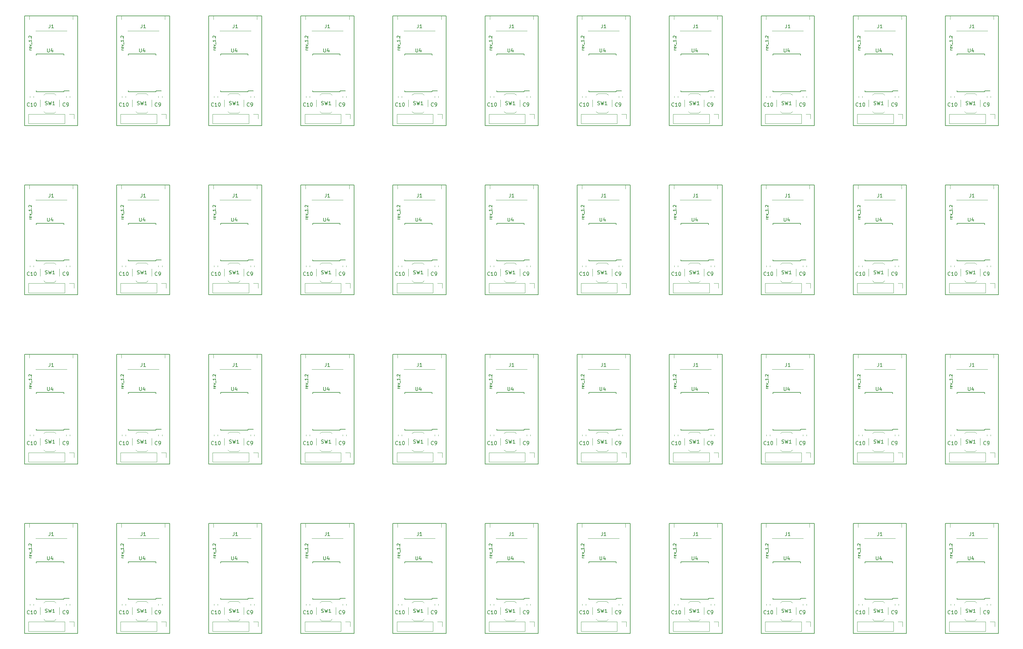
<source format=gbr>
G04 #@! TF.GenerationSoftware,KiCad,Pcbnew,5.0.2+dfsg1-1*
G04 #@! TF.CreationDate,2019-07-08T19:38:18+03:00*
G04 #@! TF.ProjectId,PocketAdmin_Panel,506f636b-6574-4416-946d-696e5f50616e,1.2*
G04 #@! TF.SameCoordinates,PX3938700PY1c9c380*
G04 #@! TF.FileFunction,Legend,Top*
G04 #@! TF.FilePolarity,Positive*
%FSLAX46Y46*%
G04 Gerber Fmt 4.6, Leading zero omitted, Abs format (unit mm)*
G04 Created by KiCad (PCBNEW 5.0.2+dfsg1-1) date Mon 08 Jul 2019 07:38:18 PM MSK*
%MOMM*%
%LPD*%
G01*
G04 APERTURE LIST*
%ADD10C,0.150000*%
%ADD11C,0.120000*%
%ADD12C,0.100000*%
%ADD13C,0.975000*%
%ADD14R,1.200000X2.600000*%
%ADD15O,2.000000X3.600000*%
%ADD16C,1.200000*%
%ADD17R,1.800000X1.100000*%
%ADD18R,1.800000X1.800000*%
%ADD19O,1.800000X1.800000*%
%ADD20R,1.600000X0.700000*%
%ADD21C,3.000000*%
%ADD22C,3.300000*%
G04 APERTURE END LIST*
D10*
X274461904Y-170861904D02*
X273928571Y-170861904D01*
X274080952Y-170861904D02*
X274004761Y-170823809D01*
X273966666Y-170785714D01*
X273928571Y-170709523D01*
X273928571Y-170633333D01*
X274423809Y-170061904D02*
X274461904Y-170138095D01*
X274461904Y-170290476D01*
X274423809Y-170366666D01*
X274347619Y-170404761D01*
X274042857Y-170404761D01*
X273966666Y-170366666D01*
X273928571Y-170290476D01*
X273928571Y-170138095D01*
X273966666Y-170061904D01*
X274042857Y-170023809D01*
X274119047Y-170023809D01*
X274195238Y-170404761D01*
X273928571Y-169757142D02*
X274461904Y-169566666D01*
X273928571Y-169376190D01*
X274538095Y-169261904D02*
X274538095Y-168652380D01*
X274461904Y-168042857D02*
X274461904Y-168500000D01*
X274461904Y-168271428D02*
X273661904Y-168271428D01*
X273776190Y-168347619D01*
X273852380Y-168423809D01*
X273890476Y-168500000D01*
X274385714Y-167700000D02*
X274423809Y-167661904D01*
X274461904Y-167700000D01*
X274423809Y-167738095D01*
X274385714Y-167700000D01*
X274461904Y-167700000D01*
X273738095Y-167357142D02*
X273700000Y-167319047D01*
X273661904Y-167242857D01*
X273661904Y-167052380D01*
X273700000Y-166976190D01*
X273738095Y-166938095D01*
X273814285Y-166900000D01*
X273890476Y-166900000D01*
X274004761Y-166938095D01*
X274461904Y-167395238D01*
X274461904Y-166900000D01*
X248461904Y-170861904D02*
X247928571Y-170861904D01*
X248080952Y-170861904D02*
X248004761Y-170823809D01*
X247966666Y-170785714D01*
X247928571Y-170709523D01*
X247928571Y-170633333D01*
X248423809Y-170061904D02*
X248461904Y-170138095D01*
X248461904Y-170290476D01*
X248423809Y-170366666D01*
X248347619Y-170404761D01*
X248042857Y-170404761D01*
X247966666Y-170366666D01*
X247928571Y-170290476D01*
X247928571Y-170138095D01*
X247966666Y-170061904D01*
X248042857Y-170023809D01*
X248119047Y-170023809D01*
X248195238Y-170404761D01*
X247928571Y-169757142D02*
X248461904Y-169566666D01*
X247928571Y-169376190D01*
X248538095Y-169261904D02*
X248538095Y-168652380D01*
X248461904Y-168042857D02*
X248461904Y-168500000D01*
X248461904Y-168271428D02*
X247661904Y-168271428D01*
X247776190Y-168347619D01*
X247852380Y-168423809D01*
X247890476Y-168500000D01*
X248385714Y-167700000D02*
X248423809Y-167661904D01*
X248461904Y-167700000D01*
X248423809Y-167738095D01*
X248385714Y-167700000D01*
X248461904Y-167700000D01*
X247738095Y-167357142D02*
X247700000Y-167319047D01*
X247661904Y-167242857D01*
X247661904Y-167052380D01*
X247700000Y-166976190D01*
X247738095Y-166938095D01*
X247814285Y-166900000D01*
X247890476Y-166900000D01*
X248004761Y-166938095D01*
X248461904Y-167395238D01*
X248461904Y-166900000D01*
X222461904Y-170861904D02*
X221928571Y-170861904D01*
X222080952Y-170861904D02*
X222004761Y-170823809D01*
X221966666Y-170785714D01*
X221928571Y-170709523D01*
X221928571Y-170633333D01*
X222423809Y-170061904D02*
X222461904Y-170138095D01*
X222461904Y-170290476D01*
X222423809Y-170366666D01*
X222347619Y-170404761D01*
X222042857Y-170404761D01*
X221966666Y-170366666D01*
X221928571Y-170290476D01*
X221928571Y-170138095D01*
X221966666Y-170061904D01*
X222042857Y-170023809D01*
X222119047Y-170023809D01*
X222195238Y-170404761D01*
X221928571Y-169757142D02*
X222461904Y-169566666D01*
X221928571Y-169376190D01*
X222538095Y-169261904D02*
X222538095Y-168652380D01*
X222461904Y-168042857D02*
X222461904Y-168500000D01*
X222461904Y-168271428D02*
X221661904Y-168271428D01*
X221776190Y-168347619D01*
X221852380Y-168423809D01*
X221890476Y-168500000D01*
X222385714Y-167700000D02*
X222423809Y-167661904D01*
X222461904Y-167700000D01*
X222423809Y-167738095D01*
X222385714Y-167700000D01*
X222461904Y-167700000D01*
X221738095Y-167357142D02*
X221700000Y-167319047D01*
X221661904Y-167242857D01*
X221661904Y-167052380D01*
X221700000Y-166976190D01*
X221738095Y-166938095D01*
X221814285Y-166900000D01*
X221890476Y-166900000D01*
X222004761Y-166938095D01*
X222461904Y-167395238D01*
X222461904Y-166900000D01*
X196461904Y-170861904D02*
X195928571Y-170861904D01*
X196080952Y-170861904D02*
X196004761Y-170823809D01*
X195966666Y-170785714D01*
X195928571Y-170709523D01*
X195928571Y-170633333D01*
X196423809Y-170061904D02*
X196461904Y-170138095D01*
X196461904Y-170290476D01*
X196423809Y-170366666D01*
X196347619Y-170404761D01*
X196042857Y-170404761D01*
X195966666Y-170366666D01*
X195928571Y-170290476D01*
X195928571Y-170138095D01*
X195966666Y-170061904D01*
X196042857Y-170023809D01*
X196119047Y-170023809D01*
X196195238Y-170404761D01*
X195928571Y-169757142D02*
X196461904Y-169566666D01*
X195928571Y-169376190D01*
X196538095Y-169261904D02*
X196538095Y-168652380D01*
X196461904Y-168042857D02*
X196461904Y-168500000D01*
X196461904Y-168271428D02*
X195661904Y-168271428D01*
X195776190Y-168347619D01*
X195852380Y-168423809D01*
X195890476Y-168500000D01*
X196385714Y-167700000D02*
X196423809Y-167661904D01*
X196461904Y-167700000D01*
X196423809Y-167738095D01*
X196385714Y-167700000D01*
X196461904Y-167700000D01*
X195738095Y-167357142D02*
X195700000Y-167319047D01*
X195661904Y-167242857D01*
X195661904Y-167052380D01*
X195700000Y-166976190D01*
X195738095Y-166938095D01*
X195814285Y-166900000D01*
X195890476Y-166900000D01*
X196004761Y-166938095D01*
X196461904Y-167395238D01*
X196461904Y-166900000D01*
X170461904Y-170861904D02*
X169928571Y-170861904D01*
X170080952Y-170861904D02*
X170004761Y-170823809D01*
X169966666Y-170785714D01*
X169928571Y-170709523D01*
X169928571Y-170633333D01*
X170423809Y-170061904D02*
X170461904Y-170138095D01*
X170461904Y-170290476D01*
X170423809Y-170366666D01*
X170347619Y-170404761D01*
X170042857Y-170404761D01*
X169966666Y-170366666D01*
X169928571Y-170290476D01*
X169928571Y-170138095D01*
X169966666Y-170061904D01*
X170042857Y-170023809D01*
X170119047Y-170023809D01*
X170195238Y-170404761D01*
X169928571Y-169757142D02*
X170461904Y-169566666D01*
X169928571Y-169376190D01*
X170538095Y-169261904D02*
X170538095Y-168652380D01*
X170461904Y-168042857D02*
X170461904Y-168500000D01*
X170461904Y-168271428D02*
X169661904Y-168271428D01*
X169776190Y-168347619D01*
X169852380Y-168423809D01*
X169890476Y-168500000D01*
X170385714Y-167700000D02*
X170423809Y-167661904D01*
X170461904Y-167700000D01*
X170423809Y-167738095D01*
X170385714Y-167700000D01*
X170461904Y-167700000D01*
X169738095Y-167357142D02*
X169700000Y-167319047D01*
X169661904Y-167242857D01*
X169661904Y-167052380D01*
X169700000Y-166976190D01*
X169738095Y-166938095D01*
X169814285Y-166900000D01*
X169890476Y-166900000D01*
X170004761Y-166938095D01*
X170461904Y-167395238D01*
X170461904Y-166900000D01*
X144461904Y-170861904D02*
X143928571Y-170861904D01*
X144080952Y-170861904D02*
X144004761Y-170823809D01*
X143966666Y-170785714D01*
X143928571Y-170709523D01*
X143928571Y-170633333D01*
X144423809Y-170061904D02*
X144461904Y-170138095D01*
X144461904Y-170290476D01*
X144423809Y-170366666D01*
X144347619Y-170404761D01*
X144042857Y-170404761D01*
X143966666Y-170366666D01*
X143928571Y-170290476D01*
X143928571Y-170138095D01*
X143966666Y-170061904D01*
X144042857Y-170023809D01*
X144119047Y-170023809D01*
X144195238Y-170404761D01*
X143928571Y-169757142D02*
X144461904Y-169566666D01*
X143928571Y-169376190D01*
X144538095Y-169261904D02*
X144538095Y-168652380D01*
X144461904Y-168042857D02*
X144461904Y-168500000D01*
X144461904Y-168271428D02*
X143661904Y-168271428D01*
X143776190Y-168347619D01*
X143852380Y-168423809D01*
X143890476Y-168500000D01*
X144385714Y-167700000D02*
X144423809Y-167661904D01*
X144461904Y-167700000D01*
X144423809Y-167738095D01*
X144385714Y-167700000D01*
X144461904Y-167700000D01*
X143738095Y-167357142D02*
X143700000Y-167319047D01*
X143661904Y-167242857D01*
X143661904Y-167052380D01*
X143700000Y-166976190D01*
X143738095Y-166938095D01*
X143814285Y-166900000D01*
X143890476Y-166900000D01*
X144004761Y-166938095D01*
X144461904Y-167395238D01*
X144461904Y-166900000D01*
X118461904Y-170861904D02*
X117928571Y-170861904D01*
X118080952Y-170861904D02*
X118004761Y-170823809D01*
X117966666Y-170785714D01*
X117928571Y-170709523D01*
X117928571Y-170633333D01*
X118423809Y-170061904D02*
X118461904Y-170138095D01*
X118461904Y-170290476D01*
X118423809Y-170366666D01*
X118347619Y-170404761D01*
X118042857Y-170404761D01*
X117966666Y-170366666D01*
X117928571Y-170290476D01*
X117928571Y-170138095D01*
X117966666Y-170061904D01*
X118042857Y-170023809D01*
X118119047Y-170023809D01*
X118195238Y-170404761D01*
X117928571Y-169757142D02*
X118461904Y-169566666D01*
X117928571Y-169376190D01*
X118538095Y-169261904D02*
X118538095Y-168652380D01*
X118461904Y-168042857D02*
X118461904Y-168500000D01*
X118461904Y-168271428D02*
X117661904Y-168271428D01*
X117776190Y-168347619D01*
X117852380Y-168423809D01*
X117890476Y-168500000D01*
X118385714Y-167700000D02*
X118423809Y-167661904D01*
X118461904Y-167700000D01*
X118423809Y-167738095D01*
X118385714Y-167700000D01*
X118461904Y-167700000D01*
X117738095Y-167357142D02*
X117700000Y-167319047D01*
X117661904Y-167242857D01*
X117661904Y-167052380D01*
X117700000Y-166976190D01*
X117738095Y-166938095D01*
X117814285Y-166900000D01*
X117890476Y-166900000D01*
X118004761Y-166938095D01*
X118461904Y-167395238D01*
X118461904Y-166900000D01*
X92461904Y-170861904D02*
X91928571Y-170861904D01*
X92080952Y-170861904D02*
X92004761Y-170823809D01*
X91966666Y-170785714D01*
X91928571Y-170709523D01*
X91928571Y-170633333D01*
X92423809Y-170061904D02*
X92461904Y-170138095D01*
X92461904Y-170290476D01*
X92423809Y-170366666D01*
X92347619Y-170404761D01*
X92042857Y-170404761D01*
X91966666Y-170366666D01*
X91928571Y-170290476D01*
X91928571Y-170138095D01*
X91966666Y-170061904D01*
X92042857Y-170023809D01*
X92119047Y-170023809D01*
X92195238Y-170404761D01*
X91928571Y-169757142D02*
X92461904Y-169566666D01*
X91928571Y-169376190D01*
X92538095Y-169261904D02*
X92538095Y-168652380D01*
X92461904Y-168042857D02*
X92461904Y-168500000D01*
X92461904Y-168271428D02*
X91661904Y-168271428D01*
X91776190Y-168347619D01*
X91852380Y-168423809D01*
X91890476Y-168500000D01*
X92385714Y-167700000D02*
X92423809Y-167661904D01*
X92461904Y-167700000D01*
X92423809Y-167738095D01*
X92385714Y-167700000D01*
X92461904Y-167700000D01*
X91738095Y-167357142D02*
X91700000Y-167319047D01*
X91661904Y-167242857D01*
X91661904Y-167052380D01*
X91700000Y-166976190D01*
X91738095Y-166938095D01*
X91814285Y-166900000D01*
X91890476Y-166900000D01*
X92004761Y-166938095D01*
X92461904Y-167395238D01*
X92461904Y-166900000D01*
X66461904Y-170861904D02*
X65928571Y-170861904D01*
X66080952Y-170861904D02*
X66004761Y-170823809D01*
X65966666Y-170785714D01*
X65928571Y-170709523D01*
X65928571Y-170633333D01*
X66423809Y-170061904D02*
X66461904Y-170138095D01*
X66461904Y-170290476D01*
X66423809Y-170366666D01*
X66347619Y-170404761D01*
X66042857Y-170404761D01*
X65966666Y-170366666D01*
X65928571Y-170290476D01*
X65928571Y-170138095D01*
X65966666Y-170061904D01*
X66042857Y-170023809D01*
X66119047Y-170023809D01*
X66195238Y-170404761D01*
X65928571Y-169757142D02*
X66461904Y-169566666D01*
X65928571Y-169376190D01*
X66538095Y-169261904D02*
X66538095Y-168652380D01*
X66461904Y-168042857D02*
X66461904Y-168500000D01*
X66461904Y-168271428D02*
X65661904Y-168271428D01*
X65776190Y-168347619D01*
X65852380Y-168423809D01*
X65890476Y-168500000D01*
X66385714Y-167700000D02*
X66423809Y-167661904D01*
X66461904Y-167700000D01*
X66423809Y-167738095D01*
X66385714Y-167700000D01*
X66461904Y-167700000D01*
X65738095Y-167357142D02*
X65700000Y-167319047D01*
X65661904Y-167242857D01*
X65661904Y-167052380D01*
X65700000Y-166976190D01*
X65738095Y-166938095D01*
X65814285Y-166900000D01*
X65890476Y-166900000D01*
X66004761Y-166938095D01*
X66461904Y-167395238D01*
X66461904Y-166900000D01*
X40461904Y-170861904D02*
X39928571Y-170861904D01*
X40080952Y-170861904D02*
X40004761Y-170823809D01*
X39966666Y-170785714D01*
X39928571Y-170709523D01*
X39928571Y-170633333D01*
X40423809Y-170061904D02*
X40461904Y-170138095D01*
X40461904Y-170290476D01*
X40423809Y-170366666D01*
X40347619Y-170404761D01*
X40042857Y-170404761D01*
X39966666Y-170366666D01*
X39928571Y-170290476D01*
X39928571Y-170138095D01*
X39966666Y-170061904D01*
X40042857Y-170023809D01*
X40119047Y-170023809D01*
X40195238Y-170404761D01*
X39928571Y-169757142D02*
X40461904Y-169566666D01*
X39928571Y-169376190D01*
X40538095Y-169261904D02*
X40538095Y-168652380D01*
X40461904Y-168042857D02*
X40461904Y-168500000D01*
X40461904Y-168271428D02*
X39661904Y-168271428D01*
X39776190Y-168347619D01*
X39852380Y-168423809D01*
X39890476Y-168500000D01*
X40385714Y-167700000D02*
X40423809Y-167661904D01*
X40461904Y-167700000D01*
X40423809Y-167738095D01*
X40385714Y-167700000D01*
X40461904Y-167700000D01*
X39738095Y-167357142D02*
X39700000Y-167319047D01*
X39661904Y-167242857D01*
X39661904Y-167052380D01*
X39700000Y-166976190D01*
X39738095Y-166938095D01*
X39814285Y-166900000D01*
X39890476Y-166900000D01*
X40004761Y-166938095D01*
X40461904Y-167395238D01*
X40461904Y-166900000D01*
X14461904Y-170861904D02*
X13928571Y-170861904D01*
X14080952Y-170861904D02*
X14004761Y-170823809D01*
X13966666Y-170785714D01*
X13928571Y-170709523D01*
X13928571Y-170633333D01*
X14423809Y-170061904D02*
X14461904Y-170138095D01*
X14461904Y-170290476D01*
X14423809Y-170366666D01*
X14347619Y-170404761D01*
X14042857Y-170404761D01*
X13966666Y-170366666D01*
X13928571Y-170290476D01*
X13928571Y-170138095D01*
X13966666Y-170061904D01*
X14042857Y-170023809D01*
X14119047Y-170023809D01*
X14195238Y-170404761D01*
X13928571Y-169757142D02*
X14461904Y-169566666D01*
X13928571Y-169376190D01*
X14538095Y-169261904D02*
X14538095Y-168652380D01*
X14461904Y-168042857D02*
X14461904Y-168500000D01*
X14461904Y-168271428D02*
X13661904Y-168271428D01*
X13776190Y-168347619D01*
X13852380Y-168423809D01*
X13890476Y-168500000D01*
X14385714Y-167700000D02*
X14423809Y-167661904D01*
X14461904Y-167700000D01*
X14423809Y-167738095D01*
X14385714Y-167700000D01*
X14461904Y-167700000D01*
X13738095Y-167357142D02*
X13700000Y-167319047D01*
X13661904Y-167242857D01*
X13661904Y-167052380D01*
X13700000Y-166976190D01*
X13738095Y-166938095D01*
X13814285Y-166900000D01*
X13890476Y-166900000D01*
X14004761Y-166938095D01*
X14461904Y-167395238D01*
X14461904Y-166900000D01*
X274461904Y-123061904D02*
X273928571Y-123061904D01*
X274080952Y-123061904D02*
X274004761Y-123023809D01*
X273966666Y-122985714D01*
X273928571Y-122909523D01*
X273928571Y-122833333D01*
X274423809Y-122261904D02*
X274461904Y-122338095D01*
X274461904Y-122490476D01*
X274423809Y-122566666D01*
X274347619Y-122604761D01*
X274042857Y-122604761D01*
X273966666Y-122566666D01*
X273928571Y-122490476D01*
X273928571Y-122338095D01*
X273966666Y-122261904D01*
X274042857Y-122223809D01*
X274119047Y-122223809D01*
X274195238Y-122604761D01*
X273928571Y-121957142D02*
X274461904Y-121766666D01*
X273928571Y-121576190D01*
X274538095Y-121461904D02*
X274538095Y-120852380D01*
X274461904Y-120242857D02*
X274461904Y-120700000D01*
X274461904Y-120471428D02*
X273661904Y-120471428D01*
X273776190Y-120547619D01*
X273852380Y-120623809D01*
X273890476Y-120700000D01*
X274385714Y-119900000D02*
X274423809Y-119861904D01*
X274461904Y-119900000D01*
X274423809Y-119938095D01*
X274385714Y-119900000D01*
X274461904Y-119900000D01*
X273738095Y-119557142D02*
X273700000Y-119519047D01*
X273661904Y-119442857D01*
X273661904Y-119252380D01*
X273700000Y-119176190D01*
X273738095Y-119138095D01*
X273814285Y-119100000D01*
X273890476Y-119100000D01*
X274004761Y-119138095D01*
X274461904Y-119595238D01*
X274461904Y-119100000D01*
X248461904Y-123061904D02*
X247928571Y-123061904D01*
X248080952Y-123061904D02*
X248004761Y-123023809D01*
X247966666Y-122985714D01*
X247928571Y-122909523D01*
X247928571Y-122833333D01*
X248423809Y-122261904D02*
X248461904Y-122338095D01*
X248461904Y-122490476D01*
X248423809Y-122566666D01*
X248347619Y-122604761D01*
X248042857Y-122604761D01*
X247966666Y-122566666D01*
X247928571Y-122490476D01*
X247928571Y-122338095D01*
X247966666Y-122261904D01*
X248042857Y-122223809D01*
X248119047Y-122223809D01*
X248195238Y-122604761D01*
X247928571Y-121957142D02*
X248461904Y-121766666D01*
X247928571Y-121576190D01*
X248538095Y-121461904D02*
X248538095Y-120852380D01*
X248461904Y-120242857D02*
X248461904Y-120700000D01*
X248461904Y-120471428D02*
X247661904Y-120471428D01*
X247776190Y-120547619D01*
X247852380Y-120623809D01*
X247890476Y-120700000D01*
X248385714Y-119900000D02*
X248423809Y-119861904D01*
X248461904Y-119900000D01*
X248423809Y-119938095D01*
X248385714Y-119900000D01*
X248461904Y-119900000D01*
X247738095Y-119557142D02*
X247700000Y-119519047D01*
X247661904Y-119442857D01*
X247661904Y-119252380D01*
X247700000Y-119176190D01*
X247738095Y-119138095D01*
X247814285Y-119100000D01*
X247890476Y-119100000D01*
X248004761Y-119138095D01*
X248461904Y-119595238D01*
X248461904Y-119100000D01*
X222461904Y-123061904D02*
X221928571Y-123061904D01*
X222080952Y-123061904D02*
X222004761Y-123023809D01*
X221966666Y-122985714D01*
X221928571Y-122909523D01*
X221928571Y-122833333D01*
X222423809Y-122261904D02*
X222461904Y-122338095D01*
X222461904Y-122490476D01*
X222423809Y-122566666D01*
X222347619Y-122604761D01*
X222042857Y-122604761D01*
X221966666Y-122566666D01*
X221928571Y-122490476D01*
X221928571Y-122338095D01*
X221966666Y-122261904D01*
X222042857Y-122223809D01*
X222119047Y-122223809D01*
X222195238Y-122604761D01*
X221928571Y-121957142D02*
X222461904Y-121766666D01*
X221928571Y-121576190D01*
X222538095Y-121461904D02*
X222538095Y-120852380D01*
X222461904Y-120242857D02*
X222461904Y-120700000D01*
X222461904Y-120471428D02*
X221661904Y-120471428D01*
X221776190Y-120547619D01*
X221852380Y-120623809D01*
X221890476Y-120700000D01*
X222385714Y-119900000D02*
X222423809Y-119861904D01*
X222461904Y-119900000D01*
X222423809Y-119938095D01*
X222385714Y-119900000D01*
X222461904Y-119900000D01*
X221738095Y-119557142D02*
X221700000Y-119519047D01*
X221661904Y-119442857D01*
X221661904Y-119252380D01*
X221700000Y-119176190D01*
X221738095Y-119138095D01*
X221814285Y-119100000D01*
X221890476Y-119100000D01*
X222004761Y-119138095D01*
X222461904Y-119595238D01*
X222461904Y-119100000D01*
X196461904Y-123061904D02*
X195928571Y-123061904D01*
X196080952Y-123061904D02*
X196004761Y-123023809D01*
X195966666Y-122985714D01*
X195928571Y-122909523D01*
X195928571Y-122833333D01*
X196423809Y-122261904D02*
X196461904Y-122338095D01*
X196461904Y-122490476D01*
X196423809Y-122566666D01*
X196347619Y-122604761D01*
X196042857Y-122604761D01*
X195966666Y-122566666D01*
X195928571Y-122490476D01*
X195928571Y-122338095D01*
X195966666Y-122261904D01*
X196042857Y-122223809D01*
X196119047Y-122223809D01*
X196195238Y-122604761D01*
X195928571Y-121957142D02*
X196461904Y-121766666D01*
X195928571Y-121576190D01*
X196538095Y-121461904D02*
X196538095Y-120852380D01*
X196461904Y-120242857D02*
X196461904Y-120700000D01*
X196461904Y-120471428D02*
X195661904Y-120471428D01*
X195776190Y-120547619D01*
X195852380Y-120623809D01*
X195890476Y-120700000D01*
X196385714Y-119900000D02*
X196423809Y-119861904D01*
X196461904Y-119900000D01*
X196423809Y-119938095D01*
X196385714Y-119900000D01*
X196461904Y-119900000D01*
X195738095Y-119557142D02*
X195700000Y-119519047D01*
X195661904Y-119442857D01*
X195661904Y-119252380D01*
X195700000Y-119176190D01*
X195738095Y-119138095D01*
X195814285Y-119100000D01*
X195890476Y-119100000D01*
X196004761Y-119138095D01*
X196461904Y-119595238D01*
X196461904Y-119100000D01*
X170461904Y-123061904D02*
X169928571Y-123061904D01*
X170080952Y-123061904D02*
X170004761Y-123023809D01*
X169966666Y-122985714D01*
X169928571Y-122909523D01*
X169928571Y-122833333D01*
X170423809Y-122261904D02*
X170461904Y-122338095D01*
X170461904Y-122490476D01*
X170423809Y-122566666D01*
X170347619Y-122604761D01*
X170042857Y-122604761D01*
X169966666Y-122566666D01*
X169928571Y-122490476D01*
X169928571Y-122338095D01*
X169966666Y-122261904D01*
X170042857Y-122223809D01*
X170119047Y-122223809D01*
X170195238Y-122604761D01*
X169928571Y-121957142D02*
X170461904Y-121766666D01*
X169928571Y-121576190D01*
X170538095Y-121461904D02*
X170538095Y-120852380D01*
X170461904Y-120242857D02*
X170461904Y-120700000D01*
X170461904Y-120471428D02*
X169661904Y-120471428D01*
X169776190Y-120547619D01*
X169852380Y-120623809D01*
X169890476Y-120700000D01*
X170385714Y-119900000D02*
X170423809Y-119861904D01*
X170461904Y-119900000D01*
X170423809Y-119938095D01*
X170385714Y-119900000D01*
X170461904Y-119900000D01*
X169738095Y-119557142D02*
X169700000Y-119519047D01*
X169661904Y-119442857D01*
X169661904Y-119252380D01*
X169700000Y-119176190D01*
X169738095Y-119138095D01*
X169814285Y-119100000D01*
X169890476Y-119100000D01*
X170004761Y-119138095D01*
X170461904Y-119595238D01*
X170461904Y-119100000D01*
X144461904Y-123061904D02*
X143928571Y-123061904D01*
X144080952Y-123061904D02*
X144004761Y-123023809D01*
X143966666Y-122985714D01*
X143928571Y-122909523D01*
X143928571Y-122833333D01*
X144423809Y-122261904D02*
X144461904Y-122338095D01*
X144461904Y-122490476D01*
X144423809Y-122566666D01*
X144347619Y-122604761D01*
X144042857Y-122604761D01*
X143966666Y-122566666D01*
X143928571Y-122490476D01*
X143928571Y-122338095D01*
X143966666Y-122261904D01*
X144042857Y-122223809D01*
X144119047Y-122223809D01*
X144195238Y-122604761D01*
X143928571Y-121957142D02*
X144461904Y-121766666D01*
X143928571Y-121576190D01*
X144538095Y-121461904D02*
X144538095Y-120852380D01*
X144461904Y-120242857D02*
X144461904Y-120700000D01*
X144461904Y-120471428D02*
X143661904Y-120471428D01*
X143776190Y-120547619D01*
X143852380Y-120623809D01*
X143890476Y-120700000D01*
X144385714Y-119900000D02*
X144423809Y-119861904D01*
X144461904Y-119900000D01*
X144423809Y-119938095D01*
X144385714Y-119900000D01*
X144461904Y-119900000D01*
X143738095Y-119557142D02*
X143700000Y-119519047D01*
X143661904Y-119442857D01*
X143661904Y-119252380D01*
X143700000Y-119176190D01*
X143738095Y-119138095D01*
X143814285Y-119100000D01*
X143890476Y-119100000D01*
X144004761Y-119138095D01*
X144461904Y-119595238D01*
X144461904Y-119100000D01*
X118461904Y-123061904D02*
X117928571Y-123061904D01*
X118080952Y-123061904D02*
X118004761Y-123023809D01*
X117966666Y-122985714D01*
X117928571Y-122909523D01*
X117928571Y-122833333D01*
X118423809Y-122261904D02*
X118461904Y-122338095D01*
X118461904Y-122490476D01*
X118423809Y-122566666D01*
X118347619Y-122604761D01*
X118042857Y-122604761D01*
X117966666Y-122566666D01*
X117928571Y-122490476D01*
X117928571Y-122338095D01*
X117966666Y-122261904D01*
X118042857Y-122223809D01*
X118119047Y-122223809D01*
X118195238Y-122604761D01*
X117928571Y-121957142D02*
X118461904Y-121766666D01*
X117928571Y-121576190D01*
X118538095Y-121461904D02*
X118538095Y-120852380D01*
X118461904Y-120242857D02*
X118461904Y-120700000D01*
X118461904Y-120471428D02*
X117661904Y-120471428D01*
X117776190Y-120547619D01*
X117852380Y-120623809D01*
X117890476Y-120700000D01*
X118385714Y-119900000D02*
X118423809Y-119861904D01*
X118461904Y-119900000D01*
X118423809Y-119938095D01*
X118385714Y-119900000D01*
X118461904Y-119900000D01*
X117738095Y-119557142D02*
X117700000Y-119519047D01*
X117661904Y-119442857D01*
X117661904Y-119252380D01*
X117700000Y-119176190D01*
X117738095Y-119138095D01*
X117814285Y-119100000D01*
X117890476Y-119100000D01*
X118004761Y-119138095D01*
X118461904Y-119595238D01*
X118461904Y-119100000D01*
X92461904Y-123061904D02*
X91928571Y-123061904D01*
X92080952Y-123061904D02*
X92004761Y-123023809D01*
X91966666Y-122985714D01*
X91928571Y-122909523D01*
X91928571Y-122833333D01*
X92423809Y-122261904D02*
X92461904Y-122338095D01*
X92461904Y-122490476D01*
X92423809Y-122566666D01*
X92347619Y-122604761D01*
X92042857Y-122604761D01*
X91966666Y-122566666D01*
X91928571Y-122490476D01*
X91928571Y-122338095D01*
X91966666Y-122261904D01*
X92042857Y-122223809D01*
X92119047Y-122223809D01*
X92195238Y-122604761D01*
X91928571Y-121957142D02*
X92461904Y-121766666D01*
X91928571Y-121576190D01*
X92538095Y-121461904D02*
X92538095Y-120852380D01*
X92461904Y-120242857D02*
X92461904Y-120700000D01*
X92461904Y-120471428D02*
X91661904Y-120471428D01*
X91776190Y-120547619D01*
X91852380Y-120623809D01*
X91890476Y-120700000D01*
X92385714Y-119900000D02*
X92423809Y-119861904D01*
X92461904Y-119900000D01*
X92423809Y-119938095D01*
X92385714Y-119900000D01*
X92461904Y-119900000D01*
X91738095Y-119557142D02*
X91700000Y-119519047D01*
X91661904Y-119442857D01*
X91661904Y-119252380D01*
X91700000Y-119176190D01*
X91738095Y-119138095D01*
X91814285Y-119100000D01*
X91890476Y-119100000D01*
X92004761Y-119138095D01*
X92461904Y-119595238D01*
X92461904Y-119100000D01*
X66461904Y-123061904D02*
X65928571Y-123061904D01*
X66080952Y-123061904D02*
X66004761Y-123023809D01*
X65966666Y-122985714D01*
X65928571Y-122909523D01*
X65928571Y-122833333D01*
X66423809Y-122261904D02*
X66461904Y-122338095D01*
X66461904Y-122490476D01*
X66423809Y-122566666D01*
X66347619Y-122604761D01*
X66042857Y-122604761D01*
X65966666Y-122566666D01*
X65928571Y-122490476D01*
X65928571Y-122338095D01*
X65966666Y-122261904D01*
X66042857Y-122223809D01*
X66119047Y-122223809D01*
X66195238Y-122604761D01*
X65928571Y-121957142D02*
X66461904Y-121766666D01*
X65928571Y-121576190D01*
X66538095Y-121461904D02*
X66538095Y-120852380D01*
X66461904Y-120242857D02*
X66461904Y-120700000D01*
X66461904Y-120471428D02*
X65661904Y-120471428D01*
X65776190Y-120547619D01*
X65852380Y-120623809D01*
X65890476Y-120700000D01*
X66385714Y-119900000D02*
X66423809Y-119861904D01*
X66461904Y-119900000D01*
X66423809Y-119938095D01*
X66385714Y-119900000D01*
X66461904Y-119900000D01*
X65738095Y-119557142D02*
X65700000Y-119519047D01*
X65661904Y-119442857D01*
X65661904Y-119252380D01*
X65700000Y-119176190D01*
X65738095Y-119138095D01*
X65814285Y-119100000D01*
X65890476Y-119100000D01*
X66004761Y-119138095D01*
X66461904Y-119595238D01*
X66461904Y-119100000D01*
X40461904Y-123061904D02*
X39928571Y-123061904D01*
X40080952Y-123061904D02*
X40004761Y-123023809D01*
X39966666Y-122985714D01*
X39928571Y-122909523D01*
X39928571Y-122833333D01*
X40423809Y-122261904D02*
X40461904Y-122338095D01*
X40461904Y-122490476D01*
X40423809Y-122566666D01*
X40347619Y-122604761D01*
X40042857Y-122604761D01*
X39966666Y-122566666D01*
X39928571Y-122490476D01*
X39928571Y-122338095D01*
X39966666Y-122261904D01*
X40042857Y-122223809D01*
X40119047Y-122223809D01*
X40195238Y-122604761D01*
X39928571Y-121957142D02*
X40461904Y-121766666D01*
X39928571Y-121576190D01*
X40538095Y-121461904D02*
X40538095Y-120852380D01*
X40461904Y-120242857D02*
X40461904Y-120700000D01*
X40461904Y-120471428D02*
X39661904Y-120471428D01*
X39776190Y-120547619D01*
X39852380Y-120623809D01*
X39890476Y-120700000D01*
X40385714Y-119900000D02*
X40423809Y-119861904D01*
X40461904Y-119900000D01*
X40423809Y-119938095D01*
X40385714Y-119900000D01*
X40461904Y-119900000D01*
X39738095Y-119557142D02*
X39700000Y-119519047D01*
X39661904Y-119442857D01*
X39661904Y-119252380D01*
X39700000Y-119176190D01*
X39738095Y-119138095D01*
X39814285Y-119100000D01*
X39890476Y-119100000D01*
X40004761Y-119138095D01*
X40461904Y-119595238D01*
X40461904Y-119100000D01*
X14461904Y-123061904D02*
X13928571Y-123061904D01*
X14080952Y-123061904D02*
X14004761Y-123023809D01*
X13966666Y-122985714D01*
X13928571Y-122909523D01*
X13928571Y-122833333D01*
X14423809Y-122261904D02*
X14461904Y-122338095D01*
X14461904Y-122490476D01*
X14423809Y-122566666D01*
X14347619Y-122604761D01*
X14042857Y-122604761D01*
X13966666Y-122566666D01*
X13928571Y-122490476D01*
X13928571Y-122338095D01*
X13966666Y-122261904D01*
X14042857Y-122223809D01*
X14119047Y-122223809D01*
X14195238Y-122604761D01*
X13928571Y-121957142D02*
X14461904Y-121766666D01*
X13928571Y-121576190D01*
X14538095Y-121461904D02*
X14538095Y-120852380D01*
X14461904Y-120242857D02*
X14461904Y-120700000D01*
X14461904Y-120471428D02*
X13661904Y-120471428D01*
X13776190Y-120547619D01*
X13852380Y-120623809D01*
X13890476Y-120700000D01*
X14385714Y-119900000D02*
X14423809Y-119861904D01*
X14461904Y-119900000D01*
X14423809Y-119938095D01*
X14385714Y-119900000D01*
X14461904Y-119900000D01*
X13738095Y-119557142D02*
X13700000Y-119519047D01*
X13661904Y-119442857D01*
X13661904Y-119252380D01*
X13700000Y-119176190D01*
X13738095Y-119138095D01*
X13814285Y-119100000D01*
X13890476Y-119100000D01*
X14004761Y-119138095D01*
X14461904Y-119595238D01*
X14461904Y-119100000D01*
X274461904Y-75261904D02*
X273928571Y-75261904D01*
X274080952Y-75261904D02*
X274004761Y-75223809D01*
X273966666Y-75185714D01*
X273928571Y-75109523D01*
X273928571Y-75033333D01*
X274423809Y-74461904D02*
X274461904Y-74538095D01*
X274461904Y-74690476D01*
X274423809Y-74766666D01*
X274347619Y-74804761D01*
X274042857Y-74804761D01*
X273966666Y-74766666D01*
X273928571Y-74690476D01*
X273928571Y-74538095D01*
X273966666Y-74461904D01*
X274042857Y-74423809D01*
X274119047Y-74423809D01*
X274195238Y-74804761D01*
X273928571Y-74157142D02*
X274461904Y-73966666D01*
X273928571Y-73776190D01*
X274538095Y-73661904D02*
X274538095Y-73052380D01*
X274461904Y-72442857D02*
X274461904Y-72900000D01*
X274461904Y-72671428D02*
X273661904Y-72671428D01*
X273776190Y-72747619D01*
X273852380Y-72823809D01*
X273890476Y-72900000D01*
X274385714Y-72100000D02*
X274423809Y-72061904D01*
X274461904Y-72100000D01*
X274423809Y-72138095D01*
X274385714Y-72100000D01*
X274461904Y-72100000D01*
X273738095Y-71757142D02*
X273700000Y-71719047D01*
X273661904Y-71642857D01*
X273661904Y-71452380D01*
X273700000Y-71376190D01*
X273738095Y-71338095D01*
X273814285Y-71300000D01*
X273890476Y-71300000D01*
X274004761Y-71338095D01*
X274461904Y-71795238D01*
X274461904Y-71300000D01*
X248461904Y-75261904D02*
X247928571Y-75261904D01*
X248080952Y-75261904D02*
X248004761Y-75223809D01*
X247966666Y-75185714D01*
X247928571Y-75109523D01*
X247928571Y-75033333D01*
X248423809Y-74461904D02*
X248461904Y-74538095D01*
X248461904Y-74690476D01*
X248423809Y-74766666D01*
X248347619Y-74804761D01*
X248042857Y-74804761D01*
X247966666Y-74766666D01*
X247928571Y-74690476D01*
X247928571Y-74538095D01*
X247966666Y-74461904D01*
X248042857Y-74423809D01*
X248119047Y-74423809D01*
X248195238Y-74804761D01*
X247928571Y-74157142D02*
X248461904Y-73966666D01*
X247928571Y-73776190D01*
X248538095Y-73661904D02*
X248538095Y-73052380D01*
X248461904Y-72442857D02*
X248461904Y-72900000D01*
X248461904Y-72671428D02*
X247661904Y-72671428D01*
X247776190Y-72747619D01*
X247852380Y-72823809D01*
X247890476Y-72900000D01*
X248385714Y-72100000D02*
X248423809Y-72061904D01*
X248461904Y-72100000D01*
X248423809Y-72138095D01*
X248385714Y-72100000D01*
X248461904Y-72100000D01*
X247738095Y-71757142D02*
X247700000Y-71719047D01*
X247661904Y-71642857D01*
X247661904Y-71452380D01*
X247700000Y-71376190D01*
X247738095Y-71338095D01*
X247814285Y-71300000D01*
X247890476Y-71300000D01*
X248004761Y-71338095D01*
X248461904Y-71795238D01*
X248461904Y-71300000D01*
X222461904Y-75261904D02*
X221928571Y-75261904D01*
X222080952Y-75261904D02*
X222004761Y-75223809D01*
X221966666Y-75185714D01*
X221928571Y-75109523D01*
X221928571Y-75033333D01*
X222423809Y-74461904D02*
X222461904Y-74538095D01*
X222461904Y-74690476D01*
X222423809Y-74766666D01*
X222347619Y-74804761D01*
X222042857Y-74804761D01*
X221966666Y-74766666D01*
X221928571Y-74690476D01*
X221928571Y-74538095D01*
X221966666Y-74461904D01*
X222042857Y-74423809D01*
X222119047Y-74423809D01*
X222195238Y-74804761D01*
X221928571Y-74157142D02*
X222461904Y-73966666D01*
X221928571Y-73776190D01*
X222538095Y-73661904D02*
X222538095Y-73052380D01*
X222461904Y-72442857D02*
X222461904Y-72900000D01*
X222461904Y-72671428D02*
X221661904Y-72671428D01*
X221776190Y-72747619D01*
X221852380Y-72823809D01*
X221890476Y-72900000D01*
X222385714Y-72100000D02*
X222423809Y-72061904D01*
X222461904Y-72100000D01*
X222423809Y-72138095D01*
X222385714Y-72100000D01*
X222461904Y-72100000D01*
X221738095Y-71757142D02*
X221700000Y-71719047D01*
X221661904Y-71642857D01*
X221661904Y-71452380D01*
X221700000Y-71376190D01*
X221738095Y-71338095D01*
X221814285Y-71300000D01*
X221890476Y-71300000D01*
X222004761Y-71338095D01*
X222461904Y-71795238D01*
X222461904Y-71300000D01*
X196461904Y-75261904D02*
X195928571Y-75261904D01*
X196080952Y-75261904D02*
X196004761Y-75223809D01*
X195966666Y-75185714D01*
X195928571Y-75109523D01*
X195928571Y-75033333D01*
X196423809Y-74461904D02*
X196461904Y-74538095D01*
X196461904Y-74690476D01*
X196423809Y-74766666D01*
X196347619Y-74804761D01*
X196042857Y-74804761D01*
X195966666Y-74766666D01*
X195928571Y-74690476D01*
X195928571Y-74538095D01*
X195966666Y-74461904D01*
X196042857Y-74423809D01*
X196119047Y-74423809D01*
X196195238Y-74804761D01*
X195928571Y-74157142D02*
X196461904Y-73966666D01*
X195928571Y-73776190D01*
X196538095Y-73661904D02*
X196538095Y-73052380D01*
X196461904Y-72442857D02*
X196461904Y-72900000D01*
X196461904Y-72671428D02*
X195661904Y-72671428D01*
X195776190Y-72747619D01*
X195852380Y-72823809D01*
X195890476Y-72900000D01*
X196385714Y-72100000D02*
X196423809Y-72061904D01*
X196461904Y-72100000D01*
X196423809Y-72138095D01*
X196385714Y-72100000D01*
X196461904Y-72100000D01*
X195738095Y-71757142D02*
X195700000Y-71719047D01*
X195661904Y-71642857D01*
X195661904Y-71452380D01*
X195700000Y-71376190D01*
X195738095Y-71338095D01*
X195814285Y-71300000D01*
X195890476Y-71300000D01*
X196004761Y-71338095D01*
X196461904Y-71795238D01*
X196461904Y-71300000D01*
X170461904Y-75261904D02*
X169928571Y-75261904D01*
X170080952Y-75261904D02*
X170004761Y-75223809D01*
X169966666Y-75185714D01*
X169928571Y-75109523D01*
X169928571Y-75033333D01*
X170423809Y-74461904D02*
X170461904Y-74538095D01*
X170461904Y-74690476D01*
X170423809Y-74766666D01*
X170347619Y-74804761D01*
X170042857Y-74804761D01*
X169966666Y-74766666D01*
X169928571Y-74690476D01*
X169928571Y-74538095D01*
X169966666Y-74461904D01*
X170042857Y-74423809D01*
X170119047Y-74423809D01*
X170195238Y-74804761D01*
X169928571Y-74157142D02*
X170461904Y-73966666D01*
X169928571Y-73776190D01*
X170538095Y-73661904D02*
X170538095Y-73052380D01*
X170461904Y-72442857D02*
X170461904Y-72900000D01*
X170461904Y-72671428D02*
X169661904Y-72671428D01*
X169776190Y-72747619D01*
X169852380Y-72823809D01*
X169890476Y-72900000D01*
X170385714Y-72100000D02*
X170423809Y-72061904D01*
X170461904Y-72100000D01*
X170423809Y-72138095D01*
X170385714Y-72100000D01*
X170461904Y-72100000D01*
X169738095Y-71757142D02*
X169700000Y-71719047D01*
X169661904Y-71642857D01*
X169661904Y-71452380D01*
X169700000Y-71376190D01*
X169738095Y-71338095D01*
X169814285Y-71300000D01*
X169890476Y-71300000D01*
X170004761Y-71338095D01*
X170461904Y-71795238D01*
X170461904Y-71300000D01*
X144461904Y-75261904D02*
X143928571Y-75261904D01*
X144080952Y-75261904D02*
X144004761Y-75223809D01*
X143966666Y-75185714D01*
X143928571Y-75109523D01*
X143928571Y-75033333D01*
X144423809Y-74461904D02*
X144461904Y-74538095D01*
X144461904Y-74690476D01*
X144423809Y-74766666D01*
X144347619Y-74804761D01*
X144042857Y-74804761D01*
X143966666Y-74766666D01*
X143928571Y-74690476D01*
X143928571Y-74538095D01*
X143966666Y-74461904D01*
X144042857Y-74423809D01*
X144119047Y-74423809D01*
X144195238Y-74804761D01*
X143928571Y-74157142D02*
X144461904Y-73966666D01*
X143928571Y-73776190D01*
X144538095Y-73661904D02*
X144538095Y-73052380D01*
X144461904Y-72442857D02*
X144461904Y-72900000D01*
X144461904Y-72671428D02*
X143661904Y-72671428D01*
X143776190Y-72747619D01*
X143852380Y-72823809D01*
X143890476Y-72900000D01*
X144385714Y-72100000D02*
X144423809Y-72061904D01*
X144461904Y-72100000D01*
X144423809Y-72138095D01*
X144385714Y-72100000D01*
X144461904Y-72100000D01*
X143738095Y-71757142D02*
X143700000Y-71719047D01*
X143661904Y-71642857D01*
X143661904Y-71452380D01*
X143700000Y-71376190D01*
X143738095Y-71338095D01*
X143814285Y-71300000D01*
X143890476Y-71300000D01*
X144004761Y-71338095D01*
X144461904Y-71795238D01*
X144461904Y-71300000D01*
X118461904Y-75261904D02*
X117928571Y-75261904D01*
X118080952Y-75261904D02*
X118004761Y-75223809D01*
X117966666Y-75185714D01*
X117928571Y-75109523D01*
X117928571Y-75033333D01*
X118423809Y-74461904D02*
X118461904Y-74538095D01*
X118461904Y-74690476D01*
X118423809Y-74766666D01*
X118347619Y-74804761D01*
X118042857Y-74804761D01*
X117966666Y-74766666D01*
X117928571Y-74690476D01*
X117928571Y-74538095D01*
X117966666Y-74461904D01*
X118042857Y-74423809D01*
X118119047Y-74423809D01*
X118195238Y-74804761D01*
X117928571Y-74157142D02*
X118461904Y-73966666D01*
X117928571Y-73776190D01*
X118538095Y-73661904D02*
X118538095Y-73052380D01*
X118461904Y-72442857D02*
X118461904Y-72900000D01*
X118461904Y-72671428D02*
X117661904Y-72671428D01*
X117776190Y-72747619D01*
X117852380Y-72823809D01*
X117890476Y-72900000D01*
X118385714Y-72100000D02*
X118423809Y-72061904D01*
X118461904Y-72100000D01*
X118423809Y-72138095D01*
X118385714Y-72100000D01*
X118461904Y-72100000D01*
X117738095Y-71757142D02*
X117700000Y-71719047D01*
X117661904Y-71642857D01*
X117661904Y-71452380D01*
X117700000Y-71376190D01*
X117738095Y-71338095D01*
X117814285Y-71300000D01*
X117890476Y-71300000D01*
X118004761Y-71338095D01*
X118461904Y-71795238D01*
X118461904Y-71300000D01*
X92461904Y-75261904D02*
X91928571Y-75261904D01*
X92080952Y-75261904D02*
X92004761Y-75223809D01*
X91966666Y-75185714D01*
X91928571Y-75109523D01*
X91928571Y-75033333D01*
X92423809Y-74461904D02*
X92461904Y-74538095D01*
X92461904Y-74690476D01*
X92423809Y-74766666D01*
X92347619Y-74804761D01*
X92042857Y-74804761D01*
X91966666Y-74766666D01*
X91928571Y-74690476D01*
X91928571Y-74538095D01*
X91966666Y-74461904D01*
X92042857Y-74423809D01*
X92119047Y-74423809D01*
X92195238Y-74804761D01*
X91928571Y-74157142D02*
X92461904Y-73966666D01*
X91928571Y-73776190D01*
X92538095Y-73661904D02*
X92538095Y-73052380D01*
X92461904Y-72442857D02*
X92461904Y-72900000D01*
X92461904Y-72671428D02*
X91661904Y-72671428D01*
X91776190Y-72747619D01*
X91852380Y-72823809D01*
X91890476Y-72900000D01*
X92385714Y-72100000D02*
X92423809Y-72061904D01*
X92461904Y-72100000D01*
X92423809Y-72138095D01*
X92385714Y-72100000D01*
X92461904Y-72100000D01*
X91738095Y-71757142D02*
X91700000Y-71719047D01*
X91661904Y-71642857D01*
X91661904Y-71452380D01*
X91700000Y-71376190D01*
X91738095Y-71338095D01*
X91814285Y-71300000D01*
X91890476Y-71300000D01*
X92004761Y-71338095D01*
X92461904Y-71795238D01*
X92461904Y-71300000D01*
X66461904Y-75261904D02*
X65928571Y-75261904D01*
X66080952Y-75261904D02*
X66004761Y-75223809D01*
X65966666Y-75185714D01*
X65928571Y-75109523D01*
X65928571Y-75033333D01*
X66423809Y-74461904D02*
X66461904Y-74538095D01*
X66461904Y-74690476D01*
X66423809Y-74766666D01*
X66347619Y-74804761D01*
X66042857Y-74804761D01*
X65966666Y-74766666D01*
X65928571Y-74690476D01*
X65928571Y-74538095D01*
X65966666Y-74461904D01*
X66042857Y-74423809D01*
X66119047Y-74423809D01*
X66195238Y-74804761D01*
X65928571Y-74157142D02*
X66461904Y-73966666D01*
X65928571Y-73776190D01*
X66538095Y-73661904D02*
X66538095Y-73052380D01*
X66461904Y-72442857D02*
X66461904Y-72900000D01*
X66461904Y-72671428D02*
X65661904Y-72671428D01*
X65776190Y-72747619D01*
X65852380Y-72823809D01*
X65890476Y-72900000D01*
X66385714Y-72100000D02*
X66423809Y-72061904D01*
X66461904Y-72100000D01*
X66423809Y-72138095D01*
X66385714Y-72100000D01*
X66461904Y-72100000D01*
X65738095Y-71757142D02*
X65700000Y-71719047D01*
X65661904Y-71642857D01*
X65661904Y-71452380D01*
X65700000Y-71376190D01*
X65738095Y-71338095D01*
X65814285Y-71300000D01*
X65890476Y-71300000D01*
X66004761Y-71338095D01*
X66461904Y-71795238D01*
X66461904Y-71300000D01*
X40461904Y-75261904D02*
X39928571Y-75261904D01*
X40080952Y-75261904D02*
X40004761Y-75223809D01*
X39966666Y-75185714D01*
X39928571Y-75109523D01*
X39928571Y-75033333D01*
X40423809Y-74461904D02*
X40461904Y-74538095D01*
X40461904Y-74690476D01*
X40423809Y-74766666D01*
X40347619Y-74804761D01*
X40042857Y-74804761D01*
X39966666Y-74766666D01*
X39928571Y-74690476D01*
X39928571Y-74538095D01*
X39966666Y-74461904D01*
X40042857Y-74423809D01*
X40119047Y-74423809D01*
X40195238Y-74804761D01*
X39928571Y-74157142D02*
X40461904Y-73966666D01*
X39928571Y-73776190D01*
X40538095Y-73661904D02*
X40538095Y-73052380D01*
X40461904Y-72442857D02*
X40461904Y-72900000D01*
X40461904Y-72671428D02*
X39661904Y-72671428D01*
X39776190Y-72747619D01*
X39852380Y-72823809D01*
X39890476Y-72900000D01*
X40385714Y-72100000D02*
X40423809Y-72061904D01*
X40461904Y-72100000D01*
X40423809Y-72138095D01*
X40385714Y-72100000D01*
X40461904Y-72100000D01*
X39738095Y-71757142D02*
X39700000Y-71719047D01*
X39661904Y-71642857D01*
X39661904Y-71452380D01*
X39700000Y-71376190D01*
X39738095Y-71338095D01*
X39814285Y-71300000D01*
X39890476Y-71300000D01*
X40004761Y-71338095D01*
X40461904Y-71795238D01*
X40461904Y-71300000D01*
X14461904Y-75261904D02*
X13928571Y-75261904D01*
X14080952Y-75261904D02*
X14004761Y-75223809D01*
X13966666Y-75185714D01*
X13928571Y-75109523D01*
X13928571Y-75033333D01*
X14423809Y-74461904D02*
X14461904Y-74538095D01*
X14461904Y-74690476D01*
X14423809Y-74766666D01*
X14347619Y-74804761D01*
X14042857Y-74804761D01*
X13966666Y-74766666D01*
X13928571Y-74690476D01*
X13928571Y-74538095D01*
X13966666Y-74461904D01*
X14042857Y-74423809D01*
X14119047Y-74423809D01*
X14195238Y-74804761D01*
X13928571Y-74157142D02*
X14461904Y-73966666D01*
X13928571Y-73776190D01*
X14538095Y-73661904D02*
X14538095Y-73052380D01*
X14461904Y-72442857D02*
X14461904Y-72900000D01*
X14461904Y-72671428D02*
X13661904Y-72671428D01*
X13776190Y-72747619D01*
X13852380Y-72823809D01*
X13890476Y-72900000D01*
X14385714Y-72100000D02*
X14423809Y-72061904D01*
X14461904Y-72100000D01*
X14423809Y-72138095D01*
X14385714Y-72100000D01*
X14461904Y-72100000D01*
X13738095Y-71757142D02*
X13700000Y-71719047D01*
X13661904Y-71642857D01*
X13661904Y-71452380D01*
X13700000Y-71376190D01*
X13738095Y-71338095D01*
X13814285Y-71300000D01*
X13890476Y-71300000D01*
X14004761Y-71338095D01*
X14461904Y-71795238D01*
X14461904Y-71300000D01*
X274461904Y-27461904D02*
X273928571Y-27461904D01*
X274080952Y-27461904D02*
X274004761Y-27423809D01*
X273966666Y-27385714D01*
X273928571Y-27309523D01*
X273928571Y-27233333D01*
X274423809Y-26661904D02*
X274461904Y-26738095D01*
X274461904Y-26890476D01*
X274423809Y-26966666D01*
X274347619Y-27004761D01*
X274042857Y-27004761D01*
X273966666Y-26966666D01*
X273928571Y-26890476D01*
X273928571Y-26738095D01*
X273966666Y-26661904D01*
X274042857Y-26623809D01*
X274119047Y-26623809D01*
X274195238Y-27004761D01*
X273928571Y-26357142D02*
X274461904Y-26166666D01*
X273928571Y-25976190D01*
X274538095Y-25861904D02*
X274538095Y-25252380D01*
X274461904Y-24642857D02*
X274461904Y-25100000D01*
X274461904Y-24871428D02*
X273661904Y-24871428D01*
X273776190Y-24947619D01*
X273852380Y-25023809D01*
X273890476Y-25100000D01*
X274385714Y-24300000D02*
X274423809Y-24261904D01*
X274461904Y-24300000D01*
X274423809Y-24338095D01*
X274385714Y-24300000D01*
X274461904Y-24300000D01*
X273738095Y-23957142D02*
X273700000Y-23919047D01*
X273661904Y-23842857D01*
X273661904Y-23652380D01*
X273700000Y-23576190D01*
X273738095Y-23538095D01*
X273814285Y-23500000D01*
X273890476Y-23500000D01*
X274004761Y-23538095D01*
X274461904Y-23995238D01*
X274461904Y-23500000D01*
X248461904Y-27461904D02*
X247928571Y-27461904D01*
X248080952Y-27461904D02*
X248004761Y-27423809D01*
X247966666Y-27385714D01*
X247928571Y-27309523D01*
X247928571Y-27233333D01*
X248423809Y-26661904D02*
X248461904Y-26738095D01*
X248461904Y-26890476D01*
X248423809Y-26966666D01*
X248347619Y-27004761D01*
X248042857Y-27004761D01*
X247966666Y-26966666D01*
X247928571Y-26890476D01*
X247928571Y-26738095D01*
X247966666Y-26661904D01*
X248042857Y-26623809D01*
X248119047Y-26623809D01*
X248195238Y-27004761D01*
X247928571Y-26357142D02*
X248461904Y-26166666D01*
X247928571Y-25976190D01*
X248538095Y-25861904D02*
X248538095Y-25252380D01*
X248461904Y-24642857D02*
X248461904Y-25100000D01*
X248461904Y-24871428D02*
X247661904Y-24871428D01*
X247776190Y-24947619D01*
X247852380Y-25023809D01*
X247890476Y-25100000D01*
X248385714Y-24300000D02*
X248423809Y-24261904D01*
X248461904Y-24300000D01*
X248423809Y-24338095D01*
X248385714Y-24300000D01*
X248461904Y-24300000D01*
X247738095Y-23957142D02*
X247700000Y-23919047D01*
X247661904Y-23842857D01*
X247661904Y-23652380D01*
X247700000Y-23576190D01*
X247738095Y-23538095D01*
X247814285Y-23500000D01*
X247890476Y-23500000D01*
X248004761Y-23538095D01*
X248461904Y-23995238D01*
X248461904Y-23500000D01*
X222461904Y-27461904D02*
X221928571Y-27461904D01*
X222080952Y-27461904D02*
X222004761Y-27423809D01*
X221966666Y-27385714D01*
X221928571Y-27309523D01*
X221928571Y-27233333D01*
X222423809Y-26661904D02*
X222461904Y-26738095D01*
X222461904Y-26890476D01*
X222423809Y-26966666D01*
X222347619Y-27004761D01*
X222042857Y-27004761D01*
X221966666Y-26966666D01*
X221928571Y-26890476D01*
X221928571Y-26738095D01*
X221966666Y-26661904D01*
X222042857Y-26623809D01*
X222119047Y-26623809D01*
X222195238Y-27004761D01*
X221928571Y-26357142D02*
X222461904Y-26166666D01*
X221928571Y-25976190D01*
X222538095Y-25861904D02*
X222538095Y-25252380D01*
X222461904Y-24642857D02*
X222461904Y-25100000D01*
X222461904Y-24871428D02*
X221661904Y-24871428D01*
X221776190Y-24947619D01*
X221852380Y-25023809D01*
X221890476Y-25100000D01*
X222385714Y-24300000D02*
X222423809Y-24261904D01*
X222461904Y-24300000D01*
X222423809Y-24338095D01*
X222385714Y-24300000D01*
X222461904Y-24300000D01*
X221738095Y-23957142D02*
X221700000Y-23919047D01*
X221661904Y-23842857D01*
X221661904Y-23652380D01*
X221700000Y-23576190D01*
X221738095Y-23538095D01*
X221814285Y-23500000D01*
X221890476Y-23500000D01*
X222004761Y-23538095D01*
X222461904Y-23995238D01*
X222461904Y-23500000D01*
X196461904Y-27461904D02*
X195928571Y-27461904D01*
X196080952Y-27461904D02*
X196004761Y-27423809D01*
X195966666Y-27385714D01*
X195928571Y-27309523D01*
X195928571Y-27233333D01*
X196423809Y-26661904D02*
X196461904Y-26738095D01*
X196461904Y-26890476D01*
X196423809Y-26966666D01*
X196347619Y-27004761D01*
X196042857Y-27004761D01*
X195966666Y-26966666D01*
X195928571Y-26890476D01*
X195928571Y-26738095D01*
X195966666Y-26661904D01*
X196042857Y-26623809D01*
X196119047Y-26623809D01*
X196195238Y-27004761D01*
X195928571Y-26357142D02*
X196461904Y-26166666D01*
X195928571Y-25976190D01*
X196538095Y-25861904D02*
X196538095Y-25252380D01*
X196461904Y-24642857D02*
X196461904Y-25100000D01*
X196461904Y-24871428D02*
X195661904Y-24871428D01*
X195776190Y-24947619D01*
X195852380Y-25023809D01*
X195890476Y-25100000D01*
X196385714Y-24300000D02*
X196423809Y-24261904D01*
X196461904Y-24300000D01*
X196423809Y-24338095D01*
X196385714Y-24300000D01*
X196461904Y-24300000D01*
X195738095Y-23957142D02*
X195700000Y-23919047D01*
X195661904Y-23842857D01*
X195661904Y-23652380D01*
X195700000Y-23576190D01*
X195738095Y-23538095D01*
X195814285Y-23500000D01*
X195890476Y-23500000D01*
X196004761Y-23538095D01*
X196461904Y-23995238D01*
X196461904Y-23500000D01*
X170461904Y-27461904D02*
X169928571Y-27461904D01*
X170080952Y-27461904D02*
X170004761Y-27423809D01*
X169966666Y-27385714D01*
X169928571Y-27309523D01*
X169928571Y-27233333D01*
X170423809Y-26661904D02*
X170461904Y-26738095D01*
X170461904Y-26890476D01*
X170423809Y-26966666D01*
X170347619Y-27004761D01*
X170042857Y-27004761D01*
X169966666Y-26966666D01*
X169928571Y-26890476D01*
X169928571Y-26738095D01*
X169966666Y-26661904D01*
X170042857Y-26623809D01*
X170119047Y-26623809D01*
X170195238Y-27004761D01*
X169928571Y-26357142D02*
X170461904Y-26166666D01*
X169928571Y-25976190D01*
X170538095Y-25861904D02*
X170538095Y-25252380D01*
X170461904Y-24642857D02*
X170461904Y-25100000D01*
X170461904Y-24871428D02*
X169661904Y-24871428D01*
X169776190Y-24947619D01*
X169852380Y-25023809D01*
X169890476Y-25100000D01*
X170385714Y-24300000D02*
X170423809Y-24261904D01*
X170461904Y-24300000D01*
X170423809Y-24338095D01*
X170385714Y-24300000D01*
X170461904Y-24300000D01*
X169738095Y-23957142D02*
X169700000Y-23919047D01*
X169661904Y-23842857D01*
X169661904Y-23652380D01*
X169700000Y-23576190D01*
X169738095Y-23538095D01*
X169814285Y-23500000D01*
X169890476Y-23500000D01*
X170004761Y-23538095D01*
X170461904Y-23995238D01*
X170461904Y-23500000D01*
X144461904Y-27461904D02*
X143928571Y-27461904D01*
X144080952Y-27461904D02*
X144004761Y-27423809D01*
X143966666Y-27385714D01*
X143928571Y-27309523D01*
X143928571Y-27233333D01*
X144423809Y-26661904D02*
X144461904Y-26738095D01*
X144461904Y-26890476D01*
X144423809Y-26966666D01*
X144347619Y-27004761D01*
X144042857Y-27004761D01*
X143966666Y-26966666D01*
X143928571Y-26890476D01*
X143928571Y-26738095D01*
X143966666Y-26661904D01*
X144042857Y-26623809D01*
X144119047Y-26623809D01*
X144195238Y-27004761D01*
X143928571Y-26357142D02*
X144461904Y-26166666D01*
X143928571Y-25976190D01*
X144538095Y-25861904D02*
X144538095Y-25252380D01*
X144461904Y-24642857D02*
X144461904Y-25100000D01*
X144461904Y-24871428D02*
X143661904Y-24871428D01*
X143776190Y-24947619D01*
X143852380Y-25023809D01*
X143890476Y-25100000D01*
X144385714Y-24300000D02*
X144423809Y-24261904D01*
X144461904Y-24300000D01*
X144423809Y-24338095D01*
X144385714Y-24300000D01*
X144461904Y-24300000D01*
X143738095Y-23957142D02*
X143700000Y-23919047D01*
X143661904Y-23842857D01*
X143661904Y-23652380D01*
X143700000Y-23576190D01*
X143738095Y-23538095D01*
X143814285Y-23500000D01*
X143890476Y-23500000D01*
X144004761Y-23538095D01*
X144461904Y-23995238D01*
X144461904Y-23500000D01*
X118461904Y-27461904D02*
X117928571Y-27461904D01*
X118080952Y-27461904D02*
X118004761Y-27423809D01*
X117966666Y-27385714D01*
X117928571Y-27309523D01*
X117928571Y-27233333D01*
X118423809Y-26661904D02*
X118461904Y-26738095D01*
X118461904Y-26890476D01*
X118423809Y-26966666D01*
X118347619Y-27004761D01*
X118042857Y-27004761D01*
X117966666Y-26966666D01*
X117928571Y-26890476D01*
X117928571Y-26738095D01*
X117966666Y-26661904D01*
X118042857Y-26623809D01*
X118119047Y-26623809D01*
X118195238Y-27004761D01*
X117928571Y-26357142D02*
X118461904Y-26166666D01*
X117928571Y-25976190D01*
X118538095Y-25861904D02*
X118538095Y-25252380D01*
X118461904Y-24642857D02*
X118461904Y-25100000D01*
X118461904Y-24871428D02*
X117661904Y-24871428D01*
X117776190Y-24947619D01*
X117852380Y-25023809D01*
X117890476Y-25100000D01*
X118385714Y-24300000D02*
X118423809Y-24261904D01*
X118461904Y-24300000D01*
X118423809Y-24338095D01*
X118385714Y-24300000D01*
X118461904Y-24300000D01*
X117738095Y-23957142D02*
X117700000Y-23919047D01*
X117661904Y-23842857D01*
X117661904Y-23652380D01*
X117700000Y-23576190D01*
X117738095Y-23538095D01*
X117814285Y-23500000D01*
X117890476Y-23500000D01*
X118004761Y-23538095D01*
X118461904Y-23995238D01*
X118461904Y-23500000D01*
X92461904Y-27461904D02*
X91928571Y-27461904D01*
X92080952Y-27461904D02*
X92004761Y-27423809D01*
X91966666Y-27385714D01*
X91928571Y-27309523D01*
X91928571Y-27233333D01*
X92423809Y-26661904D02*
X92461904Y-26738095D01*
X92461904Y-26890476D01*
X92423809Y-26966666D01*
X92347619Y-27004761D01*
X92042857Y-27004761D01*
X91966666Y-26966666D01*
X91928571Y-26890476D01*
X91928571Y-26738095D01*
X91966666Y-26661904D01*
X92042857Y-26623809D01*
X92119047Y-26623809D01*
X92195238Y-27004761D01*
X91928571Y-26357142D02*
X92461904Y-26166666D01*
X91928571Y-25976190D01*
X92538095Y-25861904D02*
X92538095Y-25252380D01*
X92461904Y-24642857D02*
X92461904Y-25100000D01*
X92461904Y-24871428D02*
X91661904Y-24871428D01*
X91776190Y-24947619D01*
X91852380Y-25023809D01*
X91890476Y-25100000D01*
X92385714Y-24300000D02*
X92423809Y-24261904D01*
X92461904Y-24300000D01*
X92423809Y-24338095D01*
X92385714Y-24300000D01*
X92461904Y-24300000D01*
X91738095Y-23957142D02*
X91700000Y-23919047D01*
X91661904Y-23842857D01*
X91661904Y-23652380D01*
X91700000Y-23576190D01*
X91738095Y-23538095D01*
X91814285Y-23500000D01*
X91890476Y-23500000D01*
X92004761Y-23538095D01*
X92461904Y-23995238D01*
X92461904Y-23500000D01*
X66461904Y-27461904D02*
X65928571Y-27461904D01*
X66080952Y-27461904D02*
X66004761Y-27423809D01*
X65966666Y-27385714D01*
X65928571Y-27309523D01*
X65928571Y-27233333D01*
X66423809Y-26661904D02*
X66461904Y-26738095D01*
X66461904Y-26890476D01*
X66423809Y-26966666D01*
X66347619Y-27004761D01*
X66042857Y-27004761D01*
X65966666Y-26966666D01*
X65928571Y-26890476D01*
X65928571Y-26738095D01*
X65966666Y-26661904D01*
X66042857Y-26623809D01*
X66119047Y-26623809D01*
X66195238Y-27004761D01*
X65928571Y-26357142D02*
X66461904Y-26166666D01*
X65928571Y-25976190D01*
X66538095Y-25861904D02*
X66538095Y-25252380D01*
X66461904Y-24642857D02*
X66461904Y-25100000D01*
X66461904Y-24871428D02*
X65661904Y-24871428D01*
X65776190Y-24947619D01*
X65852380Y-25023809D01*
X65890476Y-25100000D01*
X66385714Y-24300000D02*
X66423809Y-24261904D01*
X66461904Y-24300000D01*
X66423809Y-24338095D01*
X66385714Y-24300000D01*
X66461904Y-24300000D01*
X65738095Y-23957142D02*
X65700000Y-23919047D01*
X65661904Y-23842857D01*
X65661904Y-23652380D01*
X65700000Y-23576190D01*
X65738095Y-23538095D01*
X65814285Y-23500000D01*
X65890476Y-23500000D01*
X66004761Y-23538095D01*
X66461904Y-23995238D01*
X66461904Y-23500000D01*
X40461904Y-27461904D02*
X39928571Y-27461904D01*
X40080952Y-27461904D02*
X40004761Y-27423809D01*
X39966666Y-27385714D01*
X39928571Y-27309523D01*
X39928571Y-27233333D01*
X40423809Y-26661904D02*
X40461904Y-26738095D01*
X40461904Y-26890476D01*
X40423809Y-26966666D01*
X40347619Y-27004761D01*
X40042857Y-27004761D01*
X39966666Y-26966666D01*
X39928571Y-26890476D01*
X39928571Y-26738095D01*
X39966666Y-26661904D01*
X40042857Y-26623809D01*
X40119047Y-26623809D01*
X40195238Y-27004761D01*
X39928571Y-26357142D02*
X40461904Y-26166666D01*
X39928571Y-25976190D01*
X40538095Y-25861904D02*
X40538095Y-25252380D01*
X40461904Y-24642857D02*
X40461904Y-25100000D01*
X40461904Y-24871428D02*
X39661904Y-24871428D01*
X39776190Y-24947619D01*
X39852380Y-25023809D01*
X39890476Y-25100000D01*
X40385714Y-24300000D02*
X40423809Y-24261904D01*
X40461904Y-24300000D01*
X40423809Y-24338095D01*
X40385714Y-24300000D01*
X40461904Y-24300000D01*
X39738095Y-23957142D02*
X39700000Y-23919047D01*
X39661904Y-23842857D01*
X39661904Y-23652380D01*
X39700000Y-23576190D01*
X39738095Y-23538095D01*
X39814285Y-23500000D01*
X39890476Y-23500000D01*
X40004761Y-23538095D01*
X40461904Y-23995238D01*
X40461904Y-23500000D01*
X272500000Y-161200000D02*
X272500000Y-192200000D01*
X246500000Y-161200000D02*
X246500000Y-192200000D01*
X220500000Y-161200000D02*
X220500000Y-192200000D01*
X194500000Y-161200000D02*
X194500000Y-192200000D01*
X168500000Y-161200000D02*
X168500000Y-192200000D01*
X142500000Y-161200000D02*
X142500000Y-192200000D01*
X116500000Y-161200000D02*
X116500000Y-192200000D01*
X90500000Y-161200000D02*
X90500000Y-192200000D01*
X64500000Y-161200000D02*
X64500000Y-192200000D01*
X38500000Y-161200000D02*
X38500000Y-192200000D01*
X12500000Y-161200000D02*
X12500000Y-192200000D01*
X272500000Y-113400000D02*
X272500000Y-144400000D01*
X246500000Y-113400000D02*
X246500000Y-144400000D01*
X220500000Y-113400000D02*
X220500000Y-144400000D01*
X194500000Y-113400000D02*
X194500000Y-144400000D01*
X168500000Y-113400000D02*
X168500000Y-144400000D01*
X142500000Y-113400000D02*
X142500000Y-144400000D01*
X116500000Y-113400000D02*
X116500000Y-144400000D01*
X90500000Y-113400000D02*
X90500000Y-144400000D01*
X64500000Y-113400000D02*
X64500000Y-144400000D01*
X38500000Y-113400000D02*
X38500000Y-144400000D01*
X12500000Y-113400000D02*
X12500000Y-144400000D01*
X272500000Y-65600000D02*
X272500000Y-96600000D01*
X246500000Y-65600000D02*
X246500000Y-96600000D01*
X220500000Y-65600000D02*
X220500000Y-96600000D01*
X194500000Y-65600000D02*
X194500000Y-96600000D01*
X168500000Y-65600000D02*
X168500000Y-96600000D01*
X142500000Y-65600000D02*
X142500000Y-96600000D01*
X116500000Y-65600000D02*
X116500000Y-96600000D01*
X90500000Y-65600000D02*
X90500000Y-96600000D01*
X64500000Y-65600000D02*
X64500000Y-96600000D01*
X38500000Y-65600000D02*
X38500000Y-96600000D01*
X12500000Y-65600000D02*
X12500000Y-96600000D01*
X272500000Y-17800000D02*
X272500000Y-48800000D01*
X246500000Y-17800000D02*
X246500000Y-48800000D01*
X220500000Y-17800000D02*
X220500000Y-48800000D01*
X194500000Y-17800000D02*
X194500000Y-48800000D01*
X168500000Y-17800000D02*
X168500000Y-48800000D01*
X142500000Y-17800000D02*
X142500000Y-48800000D01*
X116500000Y-17800000D02*
X116500000Y-48800000D01*
X90500000Y-17800000D02*
X90500000Y-48800000D01*
X64500000Y-17800000D02*
X64500000Y-48800000D01*
X38500000Y-17800000D02*
X38500000Y-48800000D01*
X272500000Y-192200000D02*
X287500000Y-192200000D01*
X246500000Y-192200000D02*
X261500000Y-192200000D01*
X220500000Y-192200000D02*
X235500000Y-192200000D01*
X194500000Y-192200000D02*
X209500000Y-192200000D01*
X168500000Y-192200000D02*
X183500000Y-192200000D01*
X142500000Y-192200000D02*
X157500000Y-192200000D01*
X116500000Y-192200000D02*
X131500000Y-192200000D01*
X90500000Y-192200000D02*
X105500000Y-192200000D01*
X64500000Y-192200000D02*
X79500000Y-192200000D01*
X38500000Y-192200000D02*
X53500000Y-192200000D01*
X12500000Y-192200000D02*
X27500000Y-192200000D01*
X272500000Y-144400000D02*
X287500000Y-144400000D01*
X246500000Y-144400000D02*
X261500000Y-144400000D01*
X220500000Y-144400000D02*
X235500000Y-144400000D01*
X194500000Y-144400000D02*
X209500000Y-144400000D01*
X168500000Y-144400000D02*
X183500000Y-144400000D01*
X142500000Y-144400000D02*
X157500000Y-144400000D01*
X116500000Y-144400000D02*
X131500000Y-144400000D01*
X90500000Y-144400000D02*
X105500000Y-144400000D01*
X64500000Y-144400000D02*
X79500000Y-144400000D01*
X38500000Y-144400000D02*
X53500000Y-144400000D01*
X12500000Y-144400000D02*
X27500000Y-144400000D01*
X272500000Y-96600000D02*
X287500000Y-96600000D01*
X246500000Y-96600000D02*
X261500000Y-96600000D01*
X220500000Y-96600000D02*
X235500000Y-96600000D01*
X194500000Y-96600000D02*
X209500000Y-96600000D01*
X168500000Y-96600000D02*
X183500000Y-96600000D01*
X142500000Y-96600000D02*
X157500000Y-96600000D01*
X116500000Y-96600000D02*
X131500000Y-96600000D01*
X90500000Y-96600000D02*
X105500000Y-96600000D01*
X64500000Y-96600000D02*
X79500000Y-96600000D01*
X38500000Y-96600000D02*
X53500000Y-96600000D01*
X12500000Y-96600000D02*
X27500000Y-96600000D01*
X272500000Y-48800000D02*
X287500000Y-48800000D01*
X246500000Y-48800000D02*
X261500000Y-48800000D01*
X220500000Y-48800000D02*
X235500000Y-48800000D01*
X194500000Y-48800000D02*
X209500000Y-48800000D01*
X168500000Y-48800000D02*
X183500000Y-48800000D01*
X142500000Y-48800000D02*
X157500000Y-48800000D01*
X116500000Y-48800000D02*
X131500000Y-48800000D01*
X90500000Y-48800000D02*
X105500000Y-48800000D01*
X64500000Y-48800000D02*
X79500000Y-48800000D01*
X38500000Y-48800000D02*
X53500000Y-48800000D01*
X287500000Y-192200000D02*
X287500000Y-161200000D01*
X261500000Y-192200000D02*
X261500000Y-161200000D01*
X235500000Y-192200000D02*
X235500000Y-161200000D01*
X209500000Y-192200000D02*
X209500000Y-161200000D01*
X183500000Y-192200000D02*
X183500000Y-161200000D01*
X157500000Y-192200000D02*
X157500000Y-161200000D01*
X131500000Y-192200000D02*
X131500000Y-161200000D01*
X105500000Y-192200000D02*
X105500000Y-161200000D01*
X79500000Y-192200000D02*
X79500000Y-161200000D01*
X53500000Y-192200000D02*
X53500000Y-161200000D01*
X27500000Y-192200000D02*
X27500000Y-161200000D01*
X287500000Y-144400000D02*
X287500000Y-113400000D01*
X261500000Y-144400000D02*
X261500000Y-113400000D01*
X235500000Y-144400000D02*
X235500000Y-113400000D01*
X209500000Y-144400000D02*
X209500000Y-113400000D01*
X183500000Y-144400000D02*
X183500000Y-113400000D01*
X157500000Y-144400000D02*
X157500000Y-113400000D01*
X131500000Y-144400000D02*
X131500000Y-113400000D01*
X105500000Y-144400000D02*
X105500000Y-113400000D01*
X79500000Y-144400000D02*
X79500000Y-113400000D01*
X53500000Y-144400000D02*
X53500000Y-113400000D01*
X27500000Y-144400000D02*
X27500000Y-113400000D01*
X287500000Y-96600000D02*
X287500000Y-65600000D01*
X261500000Y-96600000D02*
X261500000Y-65600000D01*
X235500000Y-96600000D02*
X235500000Y-65600000D01*
X209500000Y-96600000D02*
X209500000Y-65600000D01*
X183500000Y-96600000D02*
X183500000Y-65600000D01*
X157500000Y-96600000D02*
X157500000Y-65600000D01*
X131500000Y-96600000D02*
X131500000Y-65600000D01*
X105500000Y-96600000D02*
X105500000Y-65600000D01*
X79500000Y-96600000D02*
X79500000Y-65600000D01*
X53500000Y-96600000D02*
X53500000Y-65600000D01*
X27500000Y-96600000D02*
X27500000Y-65600000D01*
X287500000Y-48800000D02*
X287500000Y-17800000D01*
X261500000Y-48800000D02*
X261500000Y-17800000D01*
X235500000Y-48800000D02*
X235500000Y-17800000D01*
X209500000Y-48800000D02*
X209500000Y-17800000D01*
X183500000Y-48800000D02*
X183500000Y-17800000D01*
X157500000Y-48800000D02*
X157500000Y-17800000D01*
X131500000Y-48800000D02*
X131500000Y-17800000D01*
X105500000Y-48800000D02*
X105500000Y-17800000D01*
X79500000Y-48800000D02*
X79500000Y-17800000D01*
X53500000Y-48800000D02*
X53500000Y-17800000D01*
X287500000Y-161200000D02*
X272500000Y-161200000D01*
X261500000Y-161200000D02*
X246500000Y-161200000D01*
X235500000Y-161200000D02*
X220500000Y-161200000D01*
X209500000Y-161200000D02*
X194500000Y-161200000D01*
X183500000Y-161200000D02*
X168500000Y-161200000D01*
X157500000Y-161200000D02*
X142500000Y-161200000D01*
X131500000Y-161200000D02*
X116500000Y-161200000D01*
X105500000Y-161200000D02*
X90500000Y-161200000D01*
X79500000Y-161200000D02*
X64500000Y-161200000D01*
X53500000Y-161200000D02*
X38500000Y-161200000D01*
X27500000Y-161200000D02*
X12500000Y-161200000D01*
X287500000Y-113400000D02*
X272500000Y-113400000D01*
X261500000Y-113400000D02*
X246500000Y-113400000D01*
X235500000Y-113400000D02*
X220500000Y-113400000D01*
X209500000Y-113400000D02*
X194500000Y-113400000D01*
X183500000Y-113400000D02*
X168500000Y-113400000D01*
X157500000Y-113400000D02*
X142500000Y-113400000D01*
X131500000Y-113400000D02*
X116500000Y-113400000D01*
X105500000Y-113400000D02*
X90500000Y-113400000D01*
X79500000Y-113400000D02*
X64500000Y-113400000D01*
X53500000Y-113400000D02*
X38500000Y-113400000D01*
X27500000Y-113400000D02*
X12500000Y-113400000D01*
X287500000Y-65600000D02*
X272500000Y-65600000D01*
X261500000Y-65600000D02*
X246500000Y-65600000D01*
X235500000Y-65600000D02*
X220500000Y-65600000D01*
X209500000Y-65600000D02*
X194500000Y-65600000D01*
X183500000Y-65600000D02*
X168500000Y-65600000D01*
X157500000Y-65600000D02*
X142500000Y-65600000D01*
X131500000Y-65600000D02*
X116500000Y-65600000D01*
X105500000Y-65600000D02*
X90500000Y-65600000D01*
X79500000Y-65600000D02*
X64500000Y-65600000D01*
X53500000Y-65600000D02*
X38500000Y-65600000D01*
X27500000Y-65600000D02*
X12500000Y-65600000D01*
X287500000Y-17800000D02*
X272500000Y-17800000D01*
X261500000Y-17800000D02*
X246500000Y-17800000D01*
X235500000Y-17800000D02*
X220500000Y-17800000D01*
X209500000Y-17800000D02*
X194500000Y-17800000D01*
X183500000Y-17800000D02*
X168500000Y-17800000D01*
X157500000Y-17800000D02*
X142500000Y-17800000D01*
X131500000Y-17800000D02*
X116500000Y-17800000D01*
X105500000Y-17800000D02*
X90500000Y-17800000D01*
X79500000Y-17800000D02*
X64500000Y-17800000D01*
X53500000Y-17800000D02*
X38500000Y-17800000D01*
X14461904Y-27461904D02*
X13928571Y-27461904D01*
X14080952Y-27461904D02*
X14004761Y-27423809D01*
X13966666Y-27385714D01*
X13928571Y-27309523D01*
X13928571Y-27233333D01*
X14423809Y-26661904D02*
X14461904Y-26738095D01*
X14461904Y-26890476D01*
X14423809Y-26966666D01*
X14347619Y-27004761D01*
X14042857Y-27004761D01*
X13966666Y-26966666D01*
X13928571Y-26890476D01*
X13928571Y-26738095D01*
X13966666Y-26661904D01*
X14042857Y-26623809D01*
X14119047Y-26623809D01*
X14195238Y-27004761D01*
X13928571Y-26357142D02*
X14461904Y-26166666D01*
X13928571Y-25976190D01*
X14538095Y-25861904D02*
X14538095Y-25252380D01*
X14461904Y-24642857D02*
X14461904Y-25100000D01*
X14461904Y-24871428D02*
X13661904Y-24871428D01*
X13776190Y-24947619D01*
X13852380Y-25023809D01*
X13890476Y-25100000D01*
X14385714Y-24300000D02*
X14423809Y-24261904D01*
X14461904Y-24300000D01*
X14423809Y-24338095D01*
X14385714Y-24300000D01*
X14461904Y-24300000D01*
X13738095Y-23957142D02*
X13700000Y-23919047D01*
X13661904Y-23842857D01*
X13661904Y-23652380D01*
X13700000Y-23576190D01*
X13738095Y-23538095D01*
X13814285Y-23500000D01*
X13890476Y-23500000D01*
X14004761Y-23538095D01*
X14461904Y-23995238D01*
X14461904Y-23500000D01*
X27500000Y-17800000D02*
X12500000Y-17800000D01*
X27500000Y-48800000D02*
X27500000Y-17800000D01*
X12500000Y-48800000D02*
X27500000Y-48800000D01*
X12500000Y-17800000D02*
X12500000Y-48800000D01*
D11*
G04 #@! TO.C,C9*
X285310000Y-183937221D02*
X285310000Y-184262779D01*
X284290000Y-183937221D02*
X284290000Y-184262779D01*
X259310000Y-183937221D02*
X259310000Y-184262779D01*
X258290000Y-183937221D02*
X258290000Y-184262779D01*
X233310000Y-183937221D02*
X233310000Y-184262779D01*
X232290000Y-183937221D02*
X232290000Y-184262779D01*
X207310000Y-183937221D02*
X207310000Y-184262779D01*
X206290000Y-183937221D02*
X206290000Y-184262779D01*
X181310000Y-183937221D02*
X181310000Y-184262779D01*
X180290000Y-183937221D02*
X180290000Y-184262779D01*
X155310000Y-183937221D02*
X155310000Y-184262779D01*
X154290000Y-183937221D02*
X154290000Y-184262779D01*
X129310000Y-183937221D02*
X129310000Y-184262779D01*
X128290000Y-183937221D02*
X128290000Y-184262779D01*
X103310000Y-183937221D02*
X103310000Y-184262779D01*
X102290000Y-183937221D02*
X102290000Y-184262779D01*
X77310000Y-183937221D02*
X77310000Y-184262779D01*
X76290000Y-183937221D02*
X76290000Y-184262779D01*
X51310000Y-183937221D02*
X51310000Y-184262779D01*
X50290000Y-183937221D02*
X50290000Y-184262779D01*
X25310000Y-183937221D02*
X25310000Y-184262779D01*
X24290000Y-183937221D02*
X24290000Y-184262779D01*
X285310000Y-136137221D02*
X285310000Y-136462779D01*
X284290000Y-136137221D02*
X284290000Y-136462779D01*
X259310000Y-136137221D02*
X259310000Y-136462779D01*
X258290000Y-136137221D02*
X258290000Y-136462779D01*
X233310000Y-136137221D02*
X233310000Y-136462779D01*
X232290000Y-136137221D02*
X232290000Y-136462779D01*
X207310000Y-136137221D02*
X207310000Y-136462779D01*
X206290000Y-136137221D02*
X206290000Y-136462779D01*
X181310000Y-136137221D02*
X181310000Y-136462779D01*
X180290000Y-136137221D02*
X180290000Y-136462779D01*
X155310000Y-136137221D02*
X155310000Y-136462779D01*
X154290000Y-136137221D02*
X154290000Y-136462779D01*
X129310000Y-136137221D02*
X129310000Y-136462779D01*
X128290000Y-136137221D02*
X128290000Y-136462779D01*
X103310000Y-136137221D02*
X103310000Y-136462779D01*
X102290000Y-136137221D02*
X102290000Y-136462779D01*
X77310000Y-136137221D02*
X77310000Y-136462779D01*
X76290000Y-136137221D02*
X76290000Y-136462779D01*
X51310000Y-136137221D02*
X51310000Y-136462779D01*
X50290000Y-136137221D02*
X50290000Y-136462779D01*
X25310000Y-136137221D02*
X25310000Y-136462779D01*
X24290000Y-136137221D02*
X24290000Y-136462779D01*
X285310000Y-88337221D02*
X285310000Y-88662779D01*
X284290000Y-88337221D02*
X284290000Y-88662779D01*
X259310000Y-88337221D02*
X259310000Y-88662779D01*
X258290000Y-88337221D02*
X258290000Y-88662779D01*
X233310000Y-88337221D02*
X233310000Y-88662779D01*
X232290000Y-88337221D02*
X232290000Y-88662779D01*
X207310000Y-88337221D02*
X207310000Y-88662779D01*
X206290000Y-88337221D02*
X206290000Y-88662779D01*
X181310000Y-88337221D02*
X181310000Y-88662779D01*
X180290000Y-88337221D02*
X180290000Y-88662779D01*
X155310000Y-88337221D02*
X155310000Y-88662779D01*
X154290000Y-88337221D02*
X154290000Y-88662779D01*
X129310000Y-88337221D02*
X129310000Y-88662779D01*
X128290000Y-88337221D02*
X128290000Y-88662779D01*
X103310000Y-88337221D02*
X103310000Y-88662779D01*
X102290000Y-88337221D02*
X102290000Y-88662779D01*
X77310000Y-88337221D02*
X77310000Y-88662779D01*
X76290000Y-88337221D02*
X76290000Y-88662779D01*
X51310000Y-88337221D02*
X51310000Y-88662779D01*
X50290000Y-88337221D02*
X50290000Y-88662779D01*
X25310000Y-88337221D02*
X25310000Y-88662779D01*
X24290000Y-88337221D02*
X24290000Y-88662779D01*
X285310000Y-40537221D02*
X285310000Y-40862779D01*
X284290000Y-40537221D02*
X284290000Y-40862779D01*
X259310000Y-40537221D02*
X259310000Y-40862779D01*
X258290000Y-40537221D02*
X258290000Y-40862779D01*
X233310000Y-40537221D02*
X233310000Y-40862779D01*
X232290000Y-40537221D02*
X232290000Y-40862779D01*
X207310000Y-40537221D02*
X207310000Y-40862779D01*
X206290000Y-40537221D02*
X206290000Y-40862779D01*
X181310000Y-40537221D02*
X181310000Y-40862779D01*
X180290000Y-40537221D02*
X180290000Y-40862779D01*
X155310000Y-40537221D02*
X155310000Y-40862779D01*
X154290000Y-40537221D02*
X154290000Y-40862779D01*
X129310000Y-40537221D02*
X129310000Y-40862779D01*
X128290000Y-40537221D02*
X128290000Y-40862779D01*
X103310000Y-40537221D02*
X103310000Y-40862779D01*
X102290000Y-40537221D02*
X102290000Y-40862779D01*
X77310000Y-40537221D02*
X77310000Y-40862779D01*
X76290000Y-40537221D02*
X76290000Y-40862779D01*
X51310000Y-40537221D02*
X51310000Y-40862779D01*
X50290000Y-40537221D02*
X50290000Y-40862779D01*
G04 #@! TO.C,J1*
X275600000Y-165420000D02*
X284400000Y-165420000D01*
X273855000Y-162250000D02*
X273855000Y-161200000D01*
X286145000Y-162250000D02*
X286145000Y-161200000D01*
X249600000Y-165420000D02*
X258400000Y-165420000D01*
X247855000Y-162250000D02*
X247855000Y-161200000D01*
X260145000Y-162250000D02*
X260145000Y-161200000D01*
X223600000Y-165420000D02*
X232400000Y-165420000D01*
X221855000Y-162250000D02*
X221855000Y-161200000D01*
X234145000Y-162250000D02*
X234145000Y-161200000D01*
X197600000Y-165420000D02*
X206400000Y-165420000D01*
X195855000Y-162250000D02*
X195855000Y-161200000D01*
X208145000Y-162250000D02*
X208145000Y-161200000D01*
X171600000Y-165420000D02*
X180400000Y-165420000D01*
X169855000Y-162250000D02*
X169855000Y-161200000D01*
X182145000Y-162250000D02*
X182145000Y-161200000D01*
X145600000Y-165420000D02*
X154400000Y-165420000D01*
X143855000Y-162250000D02*
X143855000Y-161200000D01*
X156145000Y-162250000D02*
X156145000Y-161200000D01*
X119600000Y-165420000D02*
X128400000Y-165420000D01*
X117855000Y-162250000D02*
X117855000Y-161200000D01*
X130145000Y-162250000D02*
X130145000Y-161200000D01*
X93600000Y-165420000D02*
X102400000Y-165420000D01*
X91855000Y-162250000D02*
X91855000Y-161200000D01*
X104145000Y-162250000D02*
X104145000Y-161200000D01*
X67600000Y-165420000D02*
X76400000Y-165420000D01*
X65855000Y-162250000D02*
X65855000Y-161200000D01*
X78145000Y-162250000D02*
X78145000Y-161200000D01*
X41600000Y-165420000D02*
X50400000Y-165420000D01*
X39855000Y-162250000D02*
X39855000Y-161200000D01*
X52145000Y-162250000D02*
X52145000Y-161200000D01*
X15600000Y-165420000D02*
X24400000Y-165420000D01*
X13855000Y-162250000D02*
X13855000Y-161200000D01*
X26145000Y-162250000D02*
X26145000Y-161200000D01*
X275600000Y-117620000D02*
X284400000Y-117620000D01*
X273855000Y-114450000D02*
X273855000Y-113400000D01*
X286145000Y-114450000D02*
X286145000Y-113400000D01*
X249600000Y-117620000D02*
X258400000Y-117620000D01*
X247855000Y-114450000D02*
X247855000Y-113400000D01*
X260145000Y-114450000D02*
X260145000Y-113400000D01*
X223600000Y-117620000D02*
X232400000Y-117620000D01*
X221855000Y-114450000D02*
X221855000Y-113400000D01*
X234145000Y-114450000D02*
X234145000Y-113400000D01*
X197600000Y-117620000D02*
X206400000Y-117620000D01*
X195855000Y-114450000D02*
X195855000Y-113400000D01*
X208145000Y-114450000D02*
X208145000Y-113400000D01*
X171600000Y-117620000D02*
X180400000Y-117620000D01*
X169855000Y-114450000D02*
X169855000Y-113400000D01*
X182145000Y-114450000D02*
X182145000Y-113400000D01*
X145600000Y-117620000D02*
X154400000Y-117620000D01*
X143855000Y-114450000D02*
X143855000Y-113400000D01*
X156145000Y-114450000D02*
X156145000Y-113400000D01*
X119600000Y-117620000D02*
X128400000Y-117620000D01*
X117855000Y-114450000D02*
X117855000Y-113400000D01*
X130145000Y-114450000D02*
X130145000Y-113400000D01*
X93600000Y-117620000D02*
X102400000Y-117620000D01*
X91855000Y-114450000D02*
X91855000Y-113400000D01*
X104145000Y-114450000D02*
X104145000Y-113400000D01*
X67600000Y-117620000D02*
X76400000Y-117620000D01*
X65855000Y-114450000D02*
X65855000Y-113400000D01*
X78145000Y-114450000D02*
X78145000Y-113400000D01*
X41600000Y-117620000D02*
X50400000Y-117620000D01*
X39855000Y-114450000D02*
X39855000Y-113400000D01*
X52145000Y-114450000D02*
X52145000Y-113400000D01*
X15600000Y-117620000D02*
X24400000Y-117620000D01*
X13855000Y-114450000D02*
X13855000Y-113400000D01*
X26145000Y-114450000D02*
X26145000Y-113400000D01*
X275600000Y-69820000D02*
X284400000Y-69820000D01*
X273855000Y-66650000D02*
X273855000Y-65600000D01*
X286145000Y-66650000D02*
X286145000Y-65600000D01*
X249600000Y-69820000D02*
X258400000Y-69820000D01*
X247855000Y-66650000D02*
X247855000Y-65600000D01*
X260145000Y-66650000D02*
X260145000Y-65600000D01*
X223600000Y-69820000D02*
X232400000Y-69820000D01*
X221855000Y-66650000D02*
X221855000Y-65600000D01*
X234145000Y-66650000D02*
X234145000Y-65600000D01*
X197600000Y-69820000D02*
X206400000Y-69820000D01*
X195855000Y-66650000D02*
X195855000Y-65600000D01*
X208145000Y-66650000D02*
X208145000Y-65600000D01*
X171600000Y-69820000D02*
X180400000Y-69820000D01*
X169855000Y-66650000D02*
X169855000Y-65600000D01*
X182145000Y-66650000D02*
X182145000Y-65600000D01*
X145600000Y-69820000D02*
X154400000Y-69820000D01*
X143855000Y-66650000D02*
X143855000Y-65600000D01*
X156145000Y-66650000D02*
X156145000Y-65600000D01*
X119600000Y-69820000D02*
X128400000Y-69820000D01*
X117855000Y-66650000D02*
X117855000Y-65600000D01*
X130145000Y-66650000D02*
X130145000Y-65600000D01*
X93600000Y-69820000D02*
X102400000Y-69820000D01*
X91855000Y-66650000D02*
X91855000Y-65600000D01*
X104145000Y-66650000D02*
X104145000Y-65600000D01*
X67600000Y-69820000D02*
X76400000Y-69820000D01*
X65855000Y-66650000D02*
X65855000Y-65600000D01*
X78145000Y-66650000D02*
X78145000Y-65600000D01*
X41600000Y-69820000D02*
X50400000Y-69820000D01*
X39855000Y-66650000D02*
X39855000Y-65600000D01*
X52145000Y-66650000D02*
X52145000Y-65600000D01*
X15600000Y-69820000D02*
X24400000Y-69820000D01*
X13855000Y-66650000D02*
X13855000Y-65600000D01*
X26145000Y-66650000D02*
X26145000Y-65600000D01*
X275600000Y-22020000D02*
X284400000Y-22020000D01*
X273855000Y-18850000D02*
X273855000Y-17800000D01*
X286145000Y-18850000D02*
X286145000Y-17800000D01*
X249600000Y-22020000D02*
X258400000Y-22020000D01*
X247855000Y-18850000D02*
X247855000Y-17800000D01*
X260145000Y-18850000D02*
X260145000Y-17800000D01*
X223600000Y-22020000D02*
X232400000Y-22020000D01*
X221855000Y-18850000D02*
X221855000Y-17800000D01*
X234145000Y-18850000D02*
X234145000Y-17800000D01*
X197600000Y-22020000D02*
X206400000Y-22020000D01*
X195855000Y-18850000D02*
X195855000Y-17800000D01*
X208145000Y-18850000D02*
X208145000Y-17800000D01*
X171600000Y-22020000D02*
X180400000Y-22020000D01*
X169855000Y-18850000D02*
X169855000Y-17800000D01*
X182145000Y-18850000D02*
X182145000Y-17800000D01*
X145600000Y-22020000D02*
X154400000Y-22020000D01*
X143855000Y-18850000D02*
X143855000Y-17800000D01*
X156145000Y-18850000D02*
X156145000Y-17800000D01*
X119600000Y-22020000D02*
X128400000Y-22020000D01*
X117855000Y-18850000D02*
X117855000Y-17800000D01*
X130145000Y-18850000D02*
X130145000Y-17800000D01*
X93600000Y-22020000D02*
X102400000Y-22020000D01*
X91855000Y-18850000D02*
X91855000Y-17800000D01*
X104145000Y-18850000D02*
X104145000Y-17800000D01*
X67600000Y-22020000D02*
X76400000Y-22020000D01*
X65855000Y-18850000D02*
X65855000Y-17800000D01*
X78145000Y-18850000D02*
X78145000Y-17800000D01*
X41600000Y-22020000D02*
X50400000Y-22020000D01*
X39855000Y-18850000D02*
X39855000Y-17800000D01*
X52145000Y-18850000D02*
X52145000Y-17800000D01*
G04 #@! TO.C,C10*
X273990000Y-184262779D02*
X273990000Y-183937221D01*
X275010000Y-184262779D02*
X275010000Y-183937221D01*
X247990000Y-184262779D02*
X247990000Y-183937221D01*
X249010000Y-184262779D02*
X249010000Y-183937221D01*
X221990000Y-184262779D02*
X221990000Y-183937221D01*
X223010000Y-184262779D02*
X223010000Y-183937221D01*
X195990000Y-184262779D02*
X195990000Y-183937221D01*
X197010000Y-184262779D02*
X197010000Y-183937221D01*
X169990000Y-184262779D02*
X169990000Y-183937221D01*
X171010000Y-184262779D02*
X171010000Y-183937221D01*
X143990000Y-184262779D02*
X143990000Y-183937221D01*
X145010000Y-184262779D02*
X145010000Y-183937221D01*
X117990000Y-184262779D02*
X117990000Y-183937221D01*
X119010000Y-184262779D02*
X119010000Y-183937221D01*
X91990000Y-184262779D02*
X91990000Y-183937221D01*
X93010000Y-184262779D02*
X93010000Y-183937221D01*
X65990000Y-184262779D02*
X65990000Y-183937221D01*
X67010000Y-184262779D02*
X67010000Y-183937221D01*
X39990000Y-184262779D02*
X39990000Y-183937221D01*
X41010000Y-184262779D02*
X41010000Y-183937221D01*
X13990000Y-184262779D02*
X13990000Y-183937221D01*
X15010000Y-184262779D02*
X15010000Y-183937221D01*
X273990000Y-136462779D02*
X273990000Y-136137221D01*
X275010000Y-136462779D02*
X275010000Y-136137221D01*
X247990000Y-136462779D02*
X247990000Y-136137221D01*
X249010000Y-136462779D02*
X249010000Y-136137221D01*
X221990000Y-136462779D02*
X221990000Y-136137221D01*
X223010000Y-136462779D02*
X223010000Y-136137221D01*
X195990000Y-136462779D02*
X195990000Y-136137221D01*
X197010000Y-136462779D02*
X197010000Y-136137221D01*
X169990000Y-136462779D02*
X169990000Y-136137221D01*
X171010000Y-136462779D02*
X171010000Y-136137221D01*
X143990000Y-136462779D02*
X143990000Y-136137221D01*
X145010000Y-136462779D02*
X145010000Y-136137221D01*
X117990000Y-136462779D02*
X117990000Y-136137221D01*
X119010000Y-136462779D02*
X119010000Y-136137221D01*
X91990000Y-136462779D02*
X91990000Y-136137221D01*
X93010000Y-136462779D02*
X93010000Y-136137221D01*
X65990000Y-136462779D02*
X65990000Y-136137221D01*
X67010000Y-136462779D02*
X67010000Y-136137221D01*
X39990000Y-136462779D02*
X39990000Y-136137221D01*
X41010000Y-136462779D02*
X41010000Y-136137221D01*
X13990000Y-136462779D02*
X13990000Y-136137221D01*
X15010000Y-136462779D02*
X15010000Y-136137221D01*
X273990000Y-88662779D02*
X273990000Y-88337221D01*
X275010000Y-88662779D02*
X275010000Y-88337221D01*
X247990000Y-88662779D02*
X247990000Y-88337221D01*
X249010000Y-88662779D02*
X249010000Y-88337221D01*
X221990000Y-88662779D02*
X221990000Y-88337221D01*
X223010000Y-88662779D02*
X223010000Y-88337221D01*
X195990000Y-88662779D02*
X195990000Y-88337221D01*
X197010000Y-88662779D02*
X197010000Y-88337221D01*
X169990000Y-88662779D02*
X169990000Y-88337221D01*
X171010000Y-88662779D02*
X171010000Y-88337221D01*
X143990000Y-88662779D02*
X143990000Y-88337221D01*
X145010000Y-88662779D02*
X145010000Y-88337221D01*
X117990000Y-88662779D02*
X117990000Y-88337221D01*
X119010000Y-88662779D02*
X119010000Y-88337221D01*
X91990000Y-88662779D02*
X91990000Y-88337221D01*
X93010000Y-88662779D02*
X93010000Y-88337221D01*
X65990000Y-88662779D02*
X65990000Y-88337221D01*
X67010000Y-88662779D02*
X67010000Y-88337221D01*
X39990000Y-88662779D02*
X39990000Y-88337221D01*
X41010000Y-88662779D02*
X41010000Y-88337221D01*
X13990000Y-88662779D02*
X13990000Y-88337221D01*
X15010000Y-88662779D02*
X15010000Y-88337221D01*
X273990000Y-40862779D02*
X273990000Y-40537221D01*
X275010000Y-40862779D02*
X275010000Y-40537221D01*
X247990000Y-40862779D02*
X247990000Y-40537221D01*
X249010000Y-40862779D02*
X249010000Y-40537221D01*
X221990000Y-40862779D02*
X221990000Y-40537221D01*
X223010000Y-40862779D02*
X223010000Y-40537221D01*
X195990000Y-40862779D02*
X195990000Y-40537221D01*
X197010000Y-40862779D02*
X197010000Y-40537221D01*
X169990000Y-40862779D02*
X169990000Y-40537221D01*
X171010000Y-40862779D02*
X171010000Y-40537221D01*
X143990000Y-40862779D02*
X143990000Y-40537221D01*
X145010000Y-40862779D02*
X145010000Y-40537221D01*
X117990000Y-40862779D02*
X117990000Y-40537221D01*
X119010000Y-40862779D02*
X119010000Y-40537221D01*
X91990000Y-40862779D02*
X91990000Y-40537221D01*
X93010000Y-40862779D02*
X93010000Y-40537221D01*
X65990000Y-40862779D02*
X65990000Y-40537221D01*
X67010000Y-40862779D02*
X67010000Y-40537221D01*
X39990000Y-40862779D02*
X39990000Y-40537221D01*
X41010000Y-40862779D02*
X41010000Y-40537221D01*
G04 #@! TO.C,SW1*
X277900000Y-188200000D02*
X278350000Y-188650000D01*
X281300000Y-188200000D02*
X280850000Y-188650000D01*
X281300000Y-183600000D02*
X280850000Y-183150000D01*
X277900000Y-183600000D02*
X278350000Y-183150000D01*
X282350000Y-184900000D02*
X282350000Y-186900000D01*
X278350000Y-188650000D02*
X280850000Y-188650000D01*
X276850000Y-184900000D02*
X276850000Y-186900000D01*
X278350000Y-183150000D02*
X280850000Y-183150000D01*
X251900000Y-188200000D02*
X252350000Y-188650000D01*
X255300000Y-188200000D02*
X254850000Y-188650000D01*
X255300000Y-183600000D02*
X254850000Y-183150000D01*
X251900000Y-183600000D02*
X252350000Y-183150000D01*
X256350000Y-184900000D02*
X256350000Y-186900000D01*
X252350000Y-188650000D02*
X254850000Y-188650000D01*
X250850000Y-184900000D02*
X250850000Y-186900000D01*
X252350000Y-183150000D02*
X254850000Y-183150000D01*
X225900000Y-188200000D02*
X226350000Y-188650000D01*
X229300000Y-188200000D02*
X228850000Y-188650000D01*
X229300000Y-183600000D02*
X228850000Y-183150000D01*
X225900000Y-183600000D02*
X226350000Y-183150000D01*
X230350000Y-184900000D02*
X230350000Y-186900000D01*
X226350000Y-188650000D02*
X228850000Y-188650000D01*
X224850000Y-184900000D02*
X224850000Y-186900000D01*
X226350000Y-183150000D02*
X228850000Y-183150000D01*
X199900000Y-188200000D02*
X200350000Y-188650000D01*
X203300000Y-188200000D02*
X202850000Y-188650000D01*
X203300000Y-183600000D02*
X202850000Y-183150000D01*
X199900000Y-183600000D02*
X200350000Y-183150000D01*
X204350000Y-184900000D02*
X204350000Y-186900000D01*
X200350000Y-188650000D02*
X202850000Y-188650000D01*
X198850000Y-184900000D02*
X198850000Y-186900000D01*
X200350000Y-183150000D02*
X202850000Y-183150000D01*
X173900000Y-188200000D02*
X174350000Y-188650000D01*
X177300000Y-188200000D02*
X176850000Y-188650000D01*
X177300000Y-183600000D02*
X176850000Y-183150000D01*
X173900000Y-183600000D02*
X174350000Y-183150000D01*
X178350000Y-184900000D02*
X178350000Y-186900000D01*
X174350000Y-188650000D02*
X176850000Y-188650000D01*
X172850000Y-184900000D02*
X172850000Y-186900000D01*
X174350000Y-183150000D02*
X176850000Y-183150000D01*
X147900000Y-188200000D02*
X148350000Y-188650000D01*
X151300000Y-188200000D02*
X150850000Y-188650000D01*
X151300000Y-183600000D02*
X150850000Y-183150000D01*
X147900000Y-183600000D02*
X148350000Y-183150000D01*
X152350000Y-184900000D02*
X152350000Y-186900000D01*
X148350000Y-188650000D02*
X150850000Y-188650000D01*
X146850000Y-184900000D02*
X146850000Y-186900000D01*
X148350000Y-183150000D02*
X150850000Y-183150000D01*
X121900000Y-188200000D02*
X122350000Y-188650000D01*
X125300000Y-188200000D02*
X124850000Y-188650000D01*
X125300000Y-183600000D02*
X124850000Y-183150000D01*
X121900000Y-183600000D02*
X122350000Y-183150000D01*
X126350000Y-184900000D02*
X126350000Y-186900000D01*
X122350000Y-188650000D02*
X124850000Y-188650000D01*
X120850000Y-184900000D02*
X120850000Y-186900000D01*
X122350000Y-183150000D02*
X124850000Y-183150000D01*
X95900000Y-188200000D02*
X96350000Y-188650000D01*
X99300000Y-188200000D02*
X98850000Y-188650000D01*
X99300000Y-183600000D02*
X98850000Y-183150000D01*
X95900000Y-183600000D02*
X96350000Y-183150000D01*
X100350000Y-184900000D02*
X100350000Y-186900000D01*
X96350000Y-188650000D02*
X98850000Y-188650000D01*
X94850000Y-184900000D02*
X94850000Y-186900000D01*
X96350000Y-183150000D02*
X98850000Y-183150000D01*
X69900000Y-188200000D02*
X70350000Y-188650000D01*
X73300000Y-188200000D02*
X72850000Y-188650000D01*
X73300000Y-183600000D02*
X72850000Y-183150000D01*
X69900000Y-183600000D02*
X70350000Y-183150000D01*
X74350000Y-184900000D02*
X74350000Y-186900000D01*
X70350000Y-188650000D02*
X72850000Y-188650000D01*
X68850000Y-184900000D02*
X68850000Y-186900000D01*
X70350000Y-183150000D02*
X72850000Y-183150000D01*
X43900000Y-188200000D02*
X44350000Y-188650000D01*
X47300000Y-188200000D02*
X46850000Y-188650000D01*
X47300000Y-183600000D02*
X46850000Y-183150000D01*
X43900000Y-183600000D02*
X44350000Y-183150000D01*
X48350000Y-184900000D02*
X48350000Y-186900000D01*
X44350000Y-188650000D02*
X46850000Y-188650000D01*
X42850000Y-184900000D02*
X42850000Y-186900000D01*
X44350000Y-183150000D02*
X46850000Y-183150000D01*
X17900000Y-188200000D02*
X18350000Y-188650000D01*
X21300000Y-188200000D02*
X20850000Y-188650000D01*
X21300000Y-183600000D02*
X20850000Y-183150000D01*
X17900000Y-183600000D02*
X18350000Y-183150000D01*
X22350000Y-184900000D02*
X22350000Y-186900000D01*
X18350000Y-188650000D02*
X20850000Y-188650000D01*
X16850000Y-184900000D02*
X16850000Y-186900000D01*
X18350000Y-183150000D02*
X20850000Y-183150000D01*
X277900000Y-140400000D02*
X278350000Y-140850000D01*
X281300000Y-140400000D02*
X280850000Y-140850000D01*
X281300000Y-135800000D02*
X280850000Y-135350000D01*
X277900000Y-135800000D02*
X278350000Y-135350000D01*
X282350000Y-137100000D02*
X282350000Y-139100000D01*
X278350000Y-140850000D02*
X280850000Y-140850000D01*
X276850000Y-137100000D02*
X276850000Y-139100000D01*
X278350000Y-135350000D02*
X280850000Y-135350000D01*
X251900000Y-140400000D02*
X252350000Y-140850000D01*
X255300000Y-140400000D02*
X254850000Y-140850000D01*
X255300000Y-135800000D02*
X254850000Y-135350000D01*
X251900000Y-135800000D02*
X252350000Y-135350000D01*
X256350000Y-137100000D02*
X256350000Y-139100000D01*
X252350000Y-140850000D02*
X254850000Y-140850000D01*
X250850000Y-137100000D02*
X250850000Y-139100000D01*
X252350000Y-135350000D02*
X254850000Y-135350000D01*
X225900000Y-140400000D02*
X226350000Y-140850000D01*
X229300000Y-140400000D02*
X228850000Y-140850000D01*
X229300000Y-135800000D02*
X228850000Y-135350000D01*
X225900000Y-135800000D02*
X226350000Y-135350000D01*
X230350000Y-137100000D02*
X230350000Y-139100000D01*
X226350000Y-140850000D02*
X228850000Y-140850000D01*
X224850000Y-137100000D02*
X224850000Y-139100000D01*
X226350000Y-135350000D02*
X228850000Y-135350000D01*
X199900000Y-140400000D02*
X200350000Y-140850000D01*
X203300000Y-140400000D02*
X202850000Y-140850000D01*
X203300000Y-135800000D02*
X202850000Y-135350000D01*
X199900000Y-135800000D02*
X200350000Y-135350000D01*
X204350000Y-137100000D02*
X204350000Y-139100000D01*
X200350000Y-140850000D02*
X202850000Y-140850000D01*
X198850000Y-137100000D02*
X198850000Y-139100000D01*
X200350000Y-135350000D02*
X202850000Y-135350000D01*
X173900000Y-140400000D02*
X174350000Y-140850000D01*
X177300000Y-140400000D02*
X176850000Y-140850000D01*
X177300000Y-135800000D02*
X176850000Y-135350000D01*
X173900000Y-135800000D02*
X174350000Y-135350000D01*
X178350000Y-137100000D02*
X178350000Y-139100000D01*
X174350000Y-140850000D02*
X176850000Y-140850000D01*
X172850000Y-137100000D02*
X172850000Y-139100000D01*
X174350000Y-135350000D02*
X176850000Y-135350000D01*
X147900000Y-140400000D02*
X148350000Y-140850000D01*
X151300000Y-140400000D02*
X150850000Y-140850000D01*
X151300000Y-135800000D02*
X150850000Y-135350000D01*
X147900000Y-135800000D02*
X148350000Y-135350000D01*
X152350000Y-137100000D02*
X152350000Y-139100000D01*
X148350000Y-140850000D02*
X150850000Y-140850000D01*
X146850000Y-137100000D02*
X146850000Y-139100000D01*
X148350000Y-135350000D02*
X150850000Y-135350000D01*
X121900000Y-140400000D02*
X122350000Y-140850000D01*
X125300000Y-140400000D02*
X124850000Y-140850000D01*
X125300000Y-135800000D02*
X124850000Y-135350000D01*
X121900000Y-135800000D02*
X122350000Y-135350000D01*
X126350000Y-137100000D02*
X126350000Y-139100000D01*
X122350000Y-140850000D02*
X124850000Y-140850000D01*
X120850000Y-137100000D02*
X120850000Y-139100000D01*
X122350000Y-135350000D02*
X124850000Y-135350000D01*
X95900000Y-140400000D02*
X96350000Y-140850000D01*
X99300000Y-140400000D02*
X98850000Y-140850000D01*
X99300000Y-135800000D02*
X98850000Y-135350000D01*
X95900000Y-135800000D02*
X96350000Y-135350000D01*
X100350000Y-137100000D02*
X100350000Y-139100000D01*
X96350000Y-140850000D02*
X98850000Y-140850000D01*
X94850000Y-137100000D02*
X94850000Y-139100000D01*
X96350000Y-135350000D02*
X98850000Y-135350000D01*
X69900000Y-140400000D02*
X70350000Y-140850000D01*
X73300000Y-140400000D02*
X72850000Y-140850000D01*
X73300000Y-135800000D02*
X72850000Y-135350000D01*
X69900000Y-135800000D02*
X70350000Y-135350000D01*
X74350000Y-137100000D02*
X74350000Y-139100000D01*
X70350000Y-140850000D02*
X72850000Y-140850000D01*
X68850000Y-137100000D02*
X68850000Y-139100000D01*
X70350000Y-135350000D02*
X72850000Y-135350000D01*
X43900000Y-140400000D02*
X44350000Y-140850000D01*
X47300000Y-140400000D02*
X46850000Y-140850000D01*
X47300000Y-135800000D02*
X46850000Y-135350000D01*
X43900000Y-135800000D02*
X44350000Y-135350000D01*
X48350000Y-137100000D02*
X48350000Y-139100000D01*
X44350000Y-140850000D02*
X46850000Y-140850000D01*
X42850000Y-137100000D02*
X42850000Y-139100000D01*
X44350000Y-135350000D02*
X46850000Y-135350000D01*
X17900000Y-140400000D02*
X18350000Y-140850000D01*
X21300000Y-140400000D02*
X20850000Y-140850000D01*
X21300000Y-135800000D02*
X20850000Y-135350000D01*
X17900000Y-135800000D02*
X18350000Y-135350000D01*
X22350000Y-137100000D02*
X22350000Y-139100000D01*
X18350000Y-140850000D02*
X20850000Y-140850000D01*
X16850000Y-137100000D02*
X16850000Y-139100000D01*
X18350000Y-135350000D02*
X20850000Y-135350000D01*
X277900000Y-92600000D02*
X278350000Y-93050000D01*
X281300000Y-92600000D02*
X280850000Y-93050000D01*
X281300000Y-88000000D02*
X280850000Y-87550000D01*
X277900000Y-88000000D02*
X278350000Y-87550000D01*
X282350000Y-89300000D02*
X282350000Y-91300000D01*
X278350000Y-93050000D02*
X280850000Y-93050000D01*
X276850000Y-89300000D02*
X276850000Y-91300000D01*
X278350000Y-87550000D02*
X280850000Y-87550000D01*
X251900000Y-92600000D02*
X252350000Y-93050000D01*
X255300000Y-92600000D02*
X254850000Y-93050000D01*
X255300000Y-88000000D02*
X254850000Y-87550000D01*
X251900000Y-88000000D02*
X252350000Y-87550000D01*
X256350000Y-89300000D02*
X256350000Y-91300000D01*
X252350000Y-93050000D02*
X254850000Y-93050000D01*
X250850000Y-89300000D02*
X250850000Y-91300000D01*
X252350000Y-87550000D02*
X254850000Y-87550000D01*
X225900000Y-92600000D02*
X226350000Y-93050000D01*
X229300000Y-92600000D02*
X228850000Y-93050000D01*
X229300000Y-88000000D02*
X228850000Y-87550000D01*
X225900000Y-88000000D02*
X226350000Y-87550000D01*
X230350000Y-89300000D02*
X230350000Y-91300000D01*
X226350000Y-93050000D02*
X228850000Y-93050000D01*
X224850000Y-89300000D02*
X224850000Y-91300000D01*
X226350000Y-87550000D02*
X228850000Y-87550000D01*
X199900000Y-92600000D02*
X200350000Y-93050000D01*
X203300000Y-92600000D02*
X202850000Y-93050000D01*
X203300000Y-88000000D02*
X202850000Y-87550000D01*
X199900000Y-88000000D02*
X200350000Y-87550000D01*
X204350000Y-89300000D02*
X204350000Y-91300000D01*
X200350000Y-93050000D02*
X202850000Y-93050000D01*
X198850000Y-89300000D02*
X198850000Y-91300000D01*
X200350000Y-87550000D02*
X202850000Y-87550000D01*
X173900000Y-92600000D02*
X174350000Y-93050000D01*
X177300000Y-92600000D02*
X176850000Y-93050000D01*
X177300000Y-88000000D02*
X176850000Y-87550000D01*
X173900000Y-88000000D02*
X174350000Y-87550000D01*
X178350000Y-89300000D02*
X178350000Y-91300000D01*
X174350000Y-93050000D02*
X176850000Y-93050000D01*
X172850000Y-89300000D02*
X172850000Y-91300000D01*
X174350000Y-87550000D02*
X176850000Y-87550000D01*
X147900000Y-92600000D02*
X148350000Y-93050000D01*
X151300000Y-92600000D02*
X150850000Y-93050000D01*
X151300000Y-88000000D02*
X150850000Y-87550000D01*
X147900000Y-88000000D02*
X148350000Y-87550000D01*
X152350000Y-89300000D02*
X152350000Y-91300000D01*
X148350000Y-93050000D02*
X150850000Y-93050000D01*
X146850000Y-89300000D02*
X146850000Y-91300000D01*
X148350000Y-87550000D02*
X150850000Y-87550000D01*
X121900000Y-92600000D02*
X122350000Y-93050000D01*
X125300000Y-92600000D02*
X124850000Y-93050000D01*
X125300000Y-88000000D02*
X124850000Y-87550000D01*
X121900000Y-88000000D02*
X122350000Y-87550000D01*
X126350000Y-89300000D02*
X126350000Y-91300000D01*
X122350000Y-93050000D02*
X124850000Y-93050000D01*
X120850000Y-89300000D02*
X120850000Y-91300000D01*
X122350000Y-87550000D02*
X124850000Y-87550000D01*
X95900000Y-92600000D02*
X96350000Y-93050000D01*
X99300000Y-92600000D02*
X98850000Y-93050000D01*
X99300000Y-88000000D02*
X98850000Y-87550000D01*
X95900000Y-88000000D02*
X96350000Y-87550000D01*
X100350000Y-89300000D02*
X100350000Y-91300000D01*
X96350000Y-93050000D02*
X98850000Y-93050000D01*
X94850000Y-89300000D02*
X94850000Y-91300000D01*
X96350000Y-87550000D02*
X98850000Y-87550000D01*
X69900000Y-92600000D02*
X70350000Y-93050000D01*
X73300000Y-92600000D02*
X72850000Y-93050000D01*
X73300000Y-88000000D02*
X72850000Y-87550000D01*
X69900000Y-88000000D02*
X70350000Y-87550000D01*
X74350000Y-89300000D02*
X74350000Y-91300000D01*
X70350000Y-93050000D02*
X72850000Y-93050000D01*
X68850000Y-89300000D02*
X68850000Y-91300000D01*
X70350000Y-87550000D02*
X72850000Y-87550000D01*
X43900000Y-92600000D02*
X44350000Y-93050000D01*
X47300000Y-92600000D02*
X46850000Y-93050000D01*
X47300000Y-88000000D02*
X46850000Y-87550000D01*
X43900000Y-88000000D02*
X44350000Y-87550000D01*
X48350000Y-89300000D02*
X48350000Y-91300000D01*
X44350000Y-93050000D02*
X46850000Y-93050000D01*
X42850000Y-89300000D02*
X42850000Y-91300000D01*
X44350000Y-87550000D02*
X46850000Y-87550000D01*
X17900000Y-92600000D02*
X18350000Y-93050000D01*
X21300000Y-92600000D02*
X20850000Y-93050000D01*
X21300000Y-88000000D02*
X20850000Y-87550000D01*
X17900000Y-88000000D02*
X18350000Y-87550000D01*
X22350000Y-89300000D02*
X22350000Y-91300000D01*
X18350000Y-93050000D02*
X20850000Y-93050000D01*
X16850000Y-89300000D02*
X16850000Y-91300000D01*
X18350000Y-87550000D02*
X20850000Y-87550000D01*
X277900000Y-44800000D02*
X278350000Y-45250000D01*
X281300000Y-44800000D02*
X280850000Y-45250000D01*
X281300000Y-40200000D02*
X280850000Y-39750000D01*
X277900000Y-40200000D02*
X278350000Y-39750000D01*
X282350000Y-41500000D02*
X282350000Y-43500000D01*
X278350000Y-45250000D02*
X280850000Y-45250000D01*
X276850000Y-41500000D02*
X276850000Y-43500000D01*
X278350000Y-39750000D02*
X280850000Y-39750000D01*
X251900000Y-44800000D02*
X252350000Y-45250000D01*
X255300000Y-44800000D02*
X254850000Y-45250000D01*
X255300000Y-40200000D02*
X254850000Y-39750000D01*
X251900000Y-40200000D02*
X252350000Y-39750000D01*
X256350000Y-41500000D02*
X256350000Y-43500000D01*
X252350000Y-45250000D02*
X254850000Y-45250000D01*
X250850000Y-41500000D02*
X250850000Y-43500000D01*
X252350000Y-39750000D02*
X254850000Y-39750000D01*
X225900000Y-44800000D02*
X226350000Y-45250000D01*
X229300000Y-44800000D02*
X228850000Y-45250000D01*
X229300000Y-40200000D02*
X228850000Y-39750000D01*
X225900000Y-40200000D02*
X226350000Y-39750000D01*
X230350000Y-41500000D02*
X230350000Y-43500000D01*
X226350000Y-45250000D02*
X228850000Y-45250000D01*
X224850000Y-41500000D02*
X224850000Y-43500000D01*
X226350000Y-39750000D02*
X228850000Y-39750000D01*
X199900000Y-44800000D02*
X200350000Y-45250000D01*
X203300000Y-44800000D02*
X202850000Y-45250000D01*
X203300000Y-40200000D02*
X202850000Y-39750000D01*
X199900000Y-40200000D02*
X200350000Y-39750000D01*
X204350000Y-41500000D02*
X204350000Y-43500000D01*
X200350000Y-45250000D02*
X202850000Y-45250000D01*
X198850000Y-41500000D02*
X198850000Y-43500000D01*
X200350000Y-39750000D02*
X202850000Y-39750000D01*
X173900000Y-44800000D02*
X174350000Y-45250000D01*
X177300000Y-44800000D02*
X176850000Y-45250000D01*
X177300000Y-40200000D02*
X176850000Y-39750000D01*
X173900000Y-40200000D02*
X174350000Y-39750000D01*
X178350000Y-41500000D02*
X178350000Y-43500000D01*
X174350000Y-45250000D02*
X176850000Y-45250000D01*
X172850000Y-41500000D02*
X172850000Y-43500000D01*
X174350000Y-39750000D02*
X176850000Y-39750000D01*
X147900000Y-44800000D02*
X148350000Y-45250000D01*
X151300000Y-44800000D02*
X150850000Y-45250000D01*
X151300000Y-40200000D02*
X150850000Y-39750000D01*
X147900000Y-40200000D02*
X148350000Y-39750000D01*
X152350000Y-41500000D02*
X152350000Y-43500000D01*
X148350000Y-45250000D02*
X150850000Y-45250000D01*
X146850000Y-41500000D02*
X146850000Y-43500000D01*
X148350000Y-39750000D02*
X150850000Y-39750000D01*
X121900000Y-44800000D02*
X122350000Y-45250000D01*
X125300000Y-44800000D02*
X124850000Y-45250000D01*
X125300000Y-40200000D02*
X124850000Y-39750000D01*
X121900000Y-40200000D02*
X122350000Y-39750000D01*
X126350000Y-41500000D02*
X126350000Y-43500000D01*
X122350000Y-45250000D02*
X124850000Y-45250000D01*
X120850000Y-41500000D02*
X120850000Y-43500000D01*
X122350000Y-39750000D02*
X124850000Y-39750000D01*
X95900000Y-44800000D02*
X96350000Y-45250000D01*
X99300000Y-44800000D02*
X98850000Y-45250000D01*
X99300000Y-40200000D02*
X98850000Y-39750000D01*
X95900000Y-40200000D02*
X96350000Y-39750000D01*
X100350000Y-41500000D02*
X100350000Y-43500000D01*
X96350000Y-45250000D02*
X98850000Y-45250000D01*
X94850000Y-41500000D02*
X94850000Y-43500000D01*
X96350000Y-39750000D02*
X98850000Y-39750000D01*
X69900000Y-44800000D02*
X70350000Y-45250000D01*
X73300000Y-44800000D02*
X72850000Y-45250000D01*
X73300000Y-40200000D02*
X72850000Y-39750000D01*
X69900000Y-40200000D02*
X70350000Y-39750000D01*
X74350000Y-41500000D02*
X74350000Y-43500000D01*
X70350000Y-45250000D02*
X72850000Y-45250000D01*
X68850000Y-41500000D02*
X68850000Y-43500000D01*
X70350000Y-39750000D02*
X72850000Y-39750000D01*
X43900000Y-44800000D02*
X44350000Y-45250000D01*
X47300000Y-44800000D02*
X46850000Y-45250000D01*
X47300000Y-40200000D02*
X46850000Y-39750000D01*
X43900000Y-40200000D02*
X44350000Y-39750000D01*
X48350000Y-41500000D02*
X48350000Y-43500000D01*
X44350000Y-45250000D02*
X46850000Y-45250000D01*
X42850000Y-41500000D02*
X42850000Y-43500000D01*
X44350000Y-39750000D02*
X46850000Y-39750000D01*
G04 #@! TO.C,CON1*
X273610000Y-188970000D02*
X273610000Y-191630000D01*
X283830000Y-188970000D02*
X273610000Y-188970000D01*
X283830000Y-191630000D02*
X273610000Y-191630000D01*
X283830000Y-188970000D02*
X283830000Y-191630000D01*
X285100000Y-188970000D02*
X286430000Y-188970000D01*
X286430000Y-188970000D02*
X286430000Y-190300000D01*
X247610000Y-188970000D02*
X247610000Y-191630000D01*
X257830000Y-188970000D02*
X247610000Y-188970000D01*
X257830000Y-191630000D02*
X247610000Y-191630000D01*
X257830000Y-188970000D02*
X257830000Y-191630000D01*
X259100000Y-188970000D02*
X260430000Y-188970000D01*
X260430000Y-188970000D02*
X260430000Y-190300000D01*
X221610000Y-188970000D02*
X221610000Y-191630000D01*
X231830000Y-188970000D02*
X221610000Y-188970000D01*
X231830000Y-191630000D02*
X221610000Y-191630000D01*
X231830000Y-188970000D02*
X231830000Y-191630000D01*
X233100000Y-188970000D02*
X234430000Y-188970000D01*
X234430000Y-188970000D02*
X234430000Y-190300000D01*
X195610000Y-188970000D02*
X195610000Y-191630000D01*
X205830000Y-188970000D02*
X195610000Y-188970000D01*
X205830000Y-191630000D02*
X195610000Y-191630000D01*
X205830000Y-188970000D02*
X205830000Y-191630000D01*
X207100000Y-188970000D02*
X208430000Y-188970000D01*
X208430000Y-188970000D02*
X208430000Y-190300000D01*
X169610000Y-188970000D02*
X169610000Y-191630000D01*
X179830000Y-188970000D02*
X169610000Y-188970000D01*
X179830000Y-191630000D02*
X169610000Y-191630000D01*
X179830000Y-188970000D02*
X179830000Y-191630000D01*
X181100000Y-188970000D02*
X182430000Y-188970000D01*
X182430000Y-188970000D02*
X182430000Y-190300000D01*
X143610000Y-188970000D02*
X143610000Y-191630000D01*
X153830000Y-188970000D02*
X143610000Y-188970000D01*
X153830000Y-191630000D02*
X143610000Y-191630000D01*
X153830000Y-188970000D02*
X153830000Y-191630000D01*
X155100000Y-188970000D02*
X156430000Y-188970000D01*
X156430000Y-188970000D02*
X156430000Y-190300000D01*
X117610000Y-188970000D02*
X117610000Y-191630000D01*
X127830000Y-188970000D02*
X117610000Y-188970000D01*
X127830000Y-191630000D02*
X117610000Y-191630000D01*
X127830000Y-188970000D02*
X127830000Y-191630000D01*
X129100000Y-188970000D02*
X130430000Y-188970000D01*
X130430000Y-188970000D02*
X130430000Y-190300000D01*
X91610000Y-188970000D02*
X91610000Y-191630000D01*
X101830000Y-188970000D02*
X91610000Y-188970000D01*
X101830000Y-191630000D02*
X91610000Y-191630000D01*
X101830000Y-188970000D02*
X101830000Y-191630000D01*
X103100000Y-188970000D02*
X104430000Y-188970000D01*
X104430000Y-188970000D02*
X104430000Y-190300000D01*
X65610000Y-188970000D02*
X65610000Y-191630000D01*
X75830000Y-188970000D02*
X65610000Y-188970000D01*
X75830000Y-191630000D02*
X65610000Y-191630000D01*
X75830000Y-188970000D02*
X75830000Y-191630000D01*
X77100000Y-188970000D02*
X78430000Y-188970000D01*
X78430000Y-188970000D02*
X78430000Y-190300000D01*
X39610000Y-188970000D02*
X39610000Y-191630000D01*
X49830000Y-188970000D02*
X39610000Y-188970000D01*
X49830000Y-191630000D02*
X39610000Y-191630000D01*
X49830000Y-188970000D02*
X49830000Y-191630000D01*
X51100000Y-188970000D02*
X52430000Y-188970000D01*
X52430000Y-188970000D02*
X52430000Y-190300000D01*
X13610000Y-188970000D02*
X13610000Y-191630000D01*
X23830000Y-188970000D02*
X13610000Y-188970000D01*
X23830000Y-191630000D02*
X13610000Y-191630000D01*
X23830000Y-188970000D02*
X23830000Y-191630000D01*
X25100000Y-188970000D02*
X26430000Y-188970000D01*
X26430000Y-188970000D02*
X26430000Y-190300000D01*
X273610000Y-141170000D02*
X273610000Y-143830000D01*
X283830000Y-141170000D02*
X273610000Y-141170000D01*
X283830000Y-143830000D02*
X273610000Y-143830000D01*
X283830000Y-141170000D02*
X283830000Y-143830000D01*
X285100000Y-141170000D02*
X286430000Y-141170000D01*
X286430000Y-141170000D02*
X286430000Y-142500000D01*
X247610000Y-141170000D02*
X247610000Y-143830000D01*
X257830000Y-141170000D02*
X247610000Y-141170000D01*
X257830000Y-143830000D02*
X247610000Y-143830000D01*
X257830000Y-141170000D02*
X257830000Y-143830000D01*
X259100000Y-141170000D02*
X260430000Y-141170000D01*
X260430000Y-141170000D02*
X260430000Y-142500000D01*
X221610000Y-141170000D02*
X221610000Y-143830000D01*
X231830000Y-141170000D02*
X221610000Y-141170000D01*
X231830000Y-143830000D02*
X221610000Y-143830000D01*
X231830000Y-141170000D02*
X231830000Y-143830000D01*
X233100000Y-141170000D02*
X234430000Y-141170000D01*
X234430000Y-141170000D02*
X234430000Y-142500000D01*
X195610000Y-141170000D02*
X195610000Y-143830000D01*
X205830000Y-141170000D02*
X195610000Y-141170000D01*
X205830000Y-143830000D02*
X195610000Y-143830000D01*
X205830000Y-141170000D02*
X205830000Y-143830000D01*
X207100000Y-141170000D02*
X208430000Y-141170000D01*
X208430000Y-141170000D02*
X208430000Y-142500000D01*
X169610000Y-141170000D02*
X169610000Y-143830000D01*
X179830000Y-141170000D02*
X169610000Y-141170000D01*
X179830000Y-143830000D02*
X169610000Y-143830000D01*
X179830000Y-141170000D02*
X179830000Y-143830000D01*
X181100000Y-141170000D02*
X182430000Y-141170000D01*
X182430000Y-141170000D02*
X182430000Y-142500000D01*
X143610000Y-141170000D02*
X143610000Y-143830000D01*
X153830000Y-141170000D02*
X143610000Y-141170000D01*
X153830000Y-143830000D02*
X143610000Y-143830000D01*
X153830000Y-141170000D02*
X153830000Y-143830000D01*
X155100000Y-141170000D02*
X156430000Y-141170000D01*
X156430000Y-141170000D02*
X156430000Y-142500000D01*
X117610000Y-141170000D02*
X117610000Y-143830000D01*
X127830000Y-141170000D02*
X117610000Y-141170000D01*
X127830000Y-143830000D02*
X117610000Y-143830000D01*
X127830000Y-141170000D02*
X127830000Y-143830000D01*
X129100000Y-141170000D02*
X130430000Y-141170000D01*
X130430000Y-141170000D02*
X130430000Y-142500000D01*
X91610000Y-141170000D02*
X91610000Y-143830000D01*
X101830000Y-141170000D02*
X91610000Y-141170000D01*
X101830000Y-143830000D02*
X91610000Y-143830000D01*
X101830000Y-141170000D02*
X101830000Y-143830000D01*
X103100000Y-141170000D02*
X104430000Y-141170000D01*
X104430000Y-141170000D02*
X104430000Y-142500000D01*
X65610000Y-141170000D02*
X65610000Y-143830000D01*
X75830000Y-141170000D02*
X65610000Y-141170000D01*
X75830000Y-143830000D02*
X65610000Y-143830000D01*
X75830000Y-141170000D02*
X75830000Y-143830000D01*
X77100000Y-141170000D02*
X78430000Y-141170000D01*
X78430000Y-141170000D02*
X78430000Y-142500000D01*
X39610000Y-141170000D02*
X39610000Y-143830000D01*
X49830000Y-141170000D02*
X39610000Y-141170000D01*
X49830000Y-143830000D02*
X39610000Y-143830000D01*
X49830000Y-141170000D02*
X49830000Y-143830000D01*
X51100000Y-141170000D02*
X52430000Y-141170000D01*
X52430000Y-141170000D02*
X52430000Y-142500000D01*
X13610000Y-141170000D02*
X13610000Y-143830000D01*
X23830000Y-141170000D02*
X13610000Y-141170000D01*
X23830000Y-143830000D02*
X13610000Y-143830000D01*
X23830000Y-141170000D02*
X23830000Y-143830000D01*
X25100000Y-141170000D02*
X26430000Y-141170000D01*
X26430000Y-141170000D02*
X26430000Y-142500000D01*
X273610000Y-93370000D02*
X273610000Y-96030000D01*
X283830000Y-93370000D02*
X273610000Y-93370000D01*
X283830000Y-96030000D02*
X273610000Y-96030000D01*
X283830000Y-93370000D02*
X283830000Y-96030000D01*
X285100000Y-93370000D02*
X286430000Y-93370000D01*
X286430000Y-93370000D02*
X286430000Y-94700000D01*
X247610000Y-93370000D02*
X247610000Y-96030000D01*
X257830000Y-93370000D02*
X247610000Y-93370000D01*
X257830000Y-96030000D02*
X247610000Y-96030000D01*
X257830000Y-93370000D02*
X257830000Y-96030000D01*
X259100000Y-93370000D02*
X260430000Y-93370000D01*
X260430000Y-93370000D02*
X260430000Y-94700000D01*
X221610000Y-93370000D02*
X221610000Y-96030000D01*
X231830000Y-93370000D02*
X221610000Y-93370000D01*
X231830000Y-96030000D02*
X221610000Y-96030000D01*
X231830000Y-93370000D02*
X231830000Y-96030000D01*
X233100000Y-93370000D02*
X234430000Y-93370000D01*
X234430000Y-93370000D02*
X234430000Y-94700000D01*
X195610000Y-93370000D02*
X195610000Y-96030000D01*
X205830000Y-93370000D02*
X195610000Y-93370000D01*
X205830000Y-96030000D02*
X195610000Y-96030000D01*
X205830000Y-93370000D02*
X205830000Y-96030000D01*
X207100000Y-93370000D02*
X208430000Y-93370000D01*
X208430000Y-93370000D02*
X208430000Y-94700000D01*
X169610000Y-93370000D02*
X169610000Y-96030000D01*
X179830000Y-93370000D02*
X169610000Y-93370000D01*
X179830000Y-96030000D02*
X169610000Y-96030000D01*
X179830000Y-93370000D02*
X179830000Y-96030000D01*
X181100000Y-93370000D02*
X182430000Y-93370000D01*
X182430000Y-93370000D02*
X182430000Y-94700000D01*
X143610000Y-93370000D02*
X143610000Y-96030000D01*
X153830000Y-93370000D02*
X143610000Y-93370000D01*
X153830000Y-96030000D02*
X143610000Y-96030000D01*
X153830000Y-93370000D02*
X153830000Y-96030000D01*
X155100000Y-93370000D02*
X156430000Y-93370000D01*
X156430000Y-93370000D02*
X156430000Y-94700000D01*
X117610000Y-93370000D02*
X117610000Y-96030000D01*
X127830000Y-93370000D02*
X117610000Y-93370000D01*
X127830000Y-96030000D02*
X117610000Y-96030000D01*
X127830000Y-93370000D02*
X127830000Y-96030000D01*
X129100000Y-93370000D02*
X130430000Y-93370000D01*
X130430000Y-93370000D02*
X130430000Y-94700000D01*
X91610000Y-93370000D02*
X91610000Y-96030000D01*
X101830000Y-93370000D02*
X91610000Y-93370000D01*
X101830000Y-96030000D02*
X91610000Y-96030000D01*
X101830000Y-93370000D02*
X101830000Y-96030000D01*
X103100000Y-93370000D02*
X104430000Y-93370000D01*
X104430000Y-93370000D02*
X104430000Y-94700000D01*
X65610000Y-93370000D02*
X65610000Y-96030000D01*
X75830000Y-93370000D02*
X65610000Y-93370000D01*
X75830000Y-96030000D02*
X65610000Y-96030000D01*
X75830000Y-93370000D02*
X75830000Y-96030000D01*
X77100000Y-93370000D02*
X78430000Y-93370000D01*
X78430000Y-93370000D02*
X78430000Y-94700000D01*
X39610000Y-93370000D02*
X39610000Y-96030000D01*
X49830000Y-93370000D02*
X39610000Y-93370000D01*
X49830000Y-96030000D02*
X39610000Y-96030000D01*
X49830000Y-93370000D02*
X49830000Y-96030000D01*
X51100000Y-93370000D02*
X52430000Y-93370000D01*
X52430000Y-93370000D02*
X52430000Y-94700000D01*
X13610000Y-93370000D02*
X13610000Y-96030000D01*
X23830000Y-93370000D02*
X13610000Y-93370000D01*
X23830000Y-96030000D02*
X13610000Y-96030000D01*
X23830000Y-93370000D02*
X23830000Y-96030000D01*
X25100000Y-93370000D02*
X26430000Y-93370000D01*
X26430000Y-93370000D02*
X26430000Y-94700000D01*
X273610000Y-45570000D02*
X273610000Y-48230000D01*
X283830000Y-45570000D02*
X273610000Y-45570000D01*
X283830000Y-48230000D02*
X273610000Y-48230000D01*
X283830000Y-45570000D02*
X283830000Y-48230000D01*
X285100000Y-45570000D02*
X286430000Y-45570000D01*
X286430000Y-45570000D02*
X286430000Y-46900000D01*
X247610000Y-45570000D02*
X247610000Y-48230000D01*
X257830000Y-45570000D02*
X247610000Y-45570000D01*
X257830000Y-48230000D02*
X247610000Y-48230000D01*
X257830000Y-45570000D02*
X257830000Y-48230000D01*
X259100000Y-45570000D02*
X260430000Y-45570000D01*
X260430000Y-45570000D02*
X260430000Y-46900000D01*
X221610000Y-45570000D02*
X221610000Y-48230000D01*
X231830000Y-45570000D02*
X221610000Y-45570000D01*
X231830000Y-48230000D02*
X221610000Y-48230000D01*
X231830000Y-45570000D02*
X231830000Y-48230000D01*
X233100000Y-45570000D02*
X234430000Y-45570000D01*
X234430000Y-45570000D02*
X234430000Y-46900000D01*
X195610000Y-45570000D02*
X195610000Y-48230000D01*
X205830000Y-45570000D02*
X195610000Y-45570000D01*
X205830000Y-48230000D02*
X195610000Y-48230000D01*
X205830000Y-45570000D02*
X205830000Y-48230000D01*
X207100000Y-45570000D02*
X208430000Y-45570000D01*
X208430000Y-45570000D02*
X208430000Y-46900000D01*
X169610000Y-45570000D02*
X169610000Y-48230000D01*
X179830000Y-45570000D02*
X169610000Y-45570000D01*
X179830000Y-48230000D02*
X169610000Y-48230000D01*
X179830000Y-45570000D02*
X179830000Y-48230000D01*
X181100000Y-45570000D02*
X182430000Y-45570000D01*
X182430000Y-45570000D02*
X182430000Y-46900000D01*
X143610000Y-45570000D02*
X143610000Y-48230000D01*
X153830000Y-45570000D02*
X143610000Y-45570000D01*
X153830000Y-48230000D02*
X143610000Y-48230000D01*
X153830000Y-45570000D02*
X153830000Y-48230000D01*
X155100000Y-45570000D02*
X156430000Y-45570000D01*
X156430000Y-45570000D02*
X156430000Y-46900000D01*
X117610000Y-45570000D02*
X117610000Y-48230000D01*
X127830000Y-45570000D02*
X117610000Y-45570000D01*
X127830000Y-48230000D02*
X117610000Y-48230000D01*
X127830000Y-45570000D02*
X127830000Y-48230000D01*
X129100000Y-45570000D02*
X130430000Y-45570000D01*
X130430000Y-45570000D02*
X130430000Y-46900000D01*
X91610000Y-45570000D02*
X91610000Y-48230000D01*
X101830000Y-45570000D02*
X91610000Y-45570000D01*
X101830000Y-48230000D02*
X91610000Y-48230000D01*
X101830000Y-45570000D02*
X101830000Y-48230000D01*
X103100000Y-45570000D02*
X104430000Y-45570000D01*
X104430000Y-45570000D02*
X104430000Y-46900000D01*
X65610000Y-45570000D02*
X65610000Y-48230000D01*
X75830000Y-45570000D02*
X65610000Y-45570000D01*
X75830000Y-48230000D02*
X65610000Y-48230000D01*
X75830000Y-45570000D02*
X75830000Y-48230000D01*
X77100000Y-45570000D02*
X78430000Y-45570000D01*
X78430000Y-45570000D02*
X78430000Y-46900000D01*
X39610000Y-45570000D02*
X39610000Y-48230000D01*
X49830000Y-45570000D02*
X39610000Y-45570000D01*
X49830000Y-48230000D02*
X39610000Y-48230000D01*
X49830000Y-45570000D02*
X49830000Y-48230000D01*
X51100000Y-45570000D02*
X52430000Y-45570000D01*
X52430000Y-45570000D02*
X52430000Y-46900000D01*
D10*
G04 #@! TO.C,U4*
X283575000Y-182625000D02*
X283575000Y-182350000D01*
X275825000Y-182625000D02*
X275825000Y-182270000D01*
X275825000Y-171975000D02*
X275825000Y-172330000D01*
X283575000Y-171975000D02*
X283575000Y-172330000D01*
X283575000Y-182625000D02*
X275825000Y-182625000D01*
X283575000Y-171975000D02*
X275825000Y-171975000D01*
X283575000Y-182350000D02*
X285100000Y-182350000D01*
X257575000Y-182625000D02*
X257575000Y-182350000D01*
X249825000Y-182625000D02*
X249825000Y-182270000D01*
X249825000Y-171975000D02*
X249825000Y-172330000D01*
X257575000Y-171975000D02*
X257575000Y-172330000D01*
X257575000Y-182625000D02*
X249825000Y-182625000D01*
X257575000Y-171975000D02*
X249825000Y-171975000D01*
X257575000Y-182350000D02*
X259100000Y-182350000D01*
X231575000Y-182625000D02*
X231575000Y-182350000D01*
X223825000Y-182625000D02*
X223825000Y-182270000D01*
X223825000Y-171975000D02*
X223825000Y-172330000D01*
X231575000Y-171975000D02*
X231575000Y-172330000D01*
X231575000Y-182625000D02*
X223825000Y-182625000D01*
X231575000Y-171975000D02*
X223825000Y-171975000D01*
X231575000Y-182350000D02*
X233100000Y-182350000D01*
X205575000Y-182625000D02*
X205575000Y-182350000D01*
X197825000Y-182625000D02*
X197825000Y-182270000D01*
X197825000Y-171975000D02*
X197825000Y-172330000D01*
X205575000Y-171975000D02*
X205575000Y-172330000D01*
X205575000Y-182625000D02*
X197825000Y-182625000D01*
X205575000Y-171975000D02*
X197825000Y-171975000D01*
X205575000Y-182350000D02*
X207100000Y-182350000D01*
X179575000Y-182625000D02*
X179575000Y-182350000D01*
X171825000Y-182625000D02*
X171825000Y-182270000D01*
X171825000Y-171975000D02*
X171825000Y-172330000D01*
X179575000Y-171975000D02*
X179575000Y-172330000D01*
X179575000Y-182625000D02*
X171825000Y-182625000D01*
X179575000Y-171975000D02*
X171825000Y-171975000D01*
X179575000Y-182350000D02*
X181100000Y-182350000D01*
X153575000Y-182625000D02*
X153575000Y-182350000D01*
X145825000Y-182625000D02*
X145825000Y-182270000D01*
X145825000Y-171975000D02*
X145825000Y-172330000D01*
X153575000Y-171975000D02*
X153575000Y-172330000D01*
X153575000Y-182625000D02*
X145825000Y-182625000D01*
X153575000Y-171975000D02*
X145825000Y-171975000D01*
X153575000Y-182350000D02*
X155100000Y-182350000D01*
X127575000Y-182625000D02*
X127575000Y-182350000D01*
X119825000Y-182625000D02*
X119825000Y-182270000D01*
X119825000Y-171975000D02*
X119825000Y-172330000D01*
X127575000Y-171975000D02*
X127575000Y-172330000D01*
X127575000Y-182625000D02*
X119825000Y-182625000D01*
X127575000Y-171975000D02*
X119825000Y-171975000D01*
X127575000Y-182350000D02*
X129100000Y-182350000D01*
X101575000Y-182625000D02*
X101575000Y-182350000D01*
X93825000Y-182625000D02*
X93825000Y-182270000D01*
X93825000Y-171975000D02*
X93825000Y-172330000D01*
X101575000Y-171975000D02*
X101575000Y-172330000D01*
X101575000Y-182625000D02*
X93825000Y-182625000D01*
X101575000Y-171975000D02*
X93825000Y-171975000D01*
X101575000Y-182350000D02*
X103100000Y-182350000D01*
X75575000Y-182625000D02*
X75575000Y-182350000D01*
X67825000Y-182625000D02*
X67825000Y-182270000D01*
X67825000Y-171975000D02*
X67825000Y-172330000D01*
X75575000Y-171975000D02*
X75575000Y-172330000D01*
X75575000Y-182625000D02*
X67825000Y-182625000D01*
X75575000Y-171975000D02*
X67825000Y-171975000D01*
X75575000Y-182350000D02*
X77100000Y-182350000D01*
X49575000Y-182625000D02*
X49575000Y-182350000D01*
X41825000Y-182625000D02*
X41825000Y-182270000D01*
X41825000Y-171975000D02*
X41825000Y-172330000D01*
X49575000Y-171975000D02*
X49575000Y-172330000D01*
X49575000Y-182625000D02*
X41825000Y-182625000D01*
X49575000Y-171975000D02*
X41825000Y-171975000D01*
X49575000Y-182350000D02*
X51100000Y-182350000D01*
X23575000Y-182625000D02*
X23575000Y-182350000D01*
X15825000Y-182625000D02*
X15825000Y-182270000D01*
X15825000Y-171975000D02*
X15825000Y-172330000D01*
X23575000Y-171975000D02*
X23575000Y-172330000D01*
X23575000Y-182625000D02*
X15825000Y-182625000D01*
X23575000Y-171975000D02*
X15825000Y-171975000D01*
X23575000Y-182350000D02*
X25100000Y-182350000D01*
X283575000Y-134825000D02*
X283575000Y-134550000D01*
X275825000Y-134825000D02*
X275825000Y-134470000D01*
X275825000Y-124175000D02*
X275825000Y-124530000D01*
X283575000Y-124175000D02*
X283575000Y-124530000D01*
X283575000Y-134825000D02*
X275825000Y-134825000D01*
X283575000Y-124175000D02*
X275825000Y-124175000D01*
X283575000Y-134550000D02*
X285100000Y-134550000D01*
X257575000Y-134825000D02*
X257575000Y-134550000D01*
X249825000Y-134825000D02*
X249825000Y-134470000D01*
X249825000Y-124175000D02*
X249825000Y-124530000D01*
X257575000Y-124175000D02*
X257575000Y-124530000D01*
X257575000Y-134825000D02*
X249825000Y-134825000D01*
X257575000Y-124175000D02*
X249825000Y-124175000D01*
X257575000Y-134550000D02*
X259100000Y-134550000D01*
X231575000Y-134825000D02*
X231575000Y-134550000D01*
X223825000Y-134825000D02*
X223825000Y-134470000D01*
X223825000Y-124175000D02*
X223825000Y-124530000D01*
X231575000Y-124175000D02*
X231575000Y-124530000D01*
X231575000Y-134825000D02*
X223825000Y-134825000D01*
X231575000Y-124175000D02*
X223825000Y-124175000D01*
X231575000Y-134550000D02*
X233100000Y-134550000D01*
X205575000Y-134825000D02*
X205575000Y-134550000D01*
X197825000Y-134825000D02*
X197825000Y-134470000D01*
X197825000Y-124175000D02*
X197825000Y-124530000D01*
X205575000Y-124175000D02*
X205575000Y-124530000D01*
X205575000Y-134825000D02*
X197825000Y-134825000D01*
X205575000Y-124175000D02*
X197825000Y-124175000D01*
X205575000Y-134550000D02*
X207100000Y-134550000D01*
X179575000Y-134825000D02*
X179575000Y-134550000D01*
X171825000Y-134825000D02*
X171825000Y-134470000D01*
X171825000Y-124175000D02*
X171825000Y-124530000D01*
X179575000Y-124175000D02*
X179575000Y-124530000D01*
X179575000Y-134825000D02*
X171825000Y-134825000D01*
X179575000Y-124175000D02*
X171825000Y-124175000D01*
X179575000Y-134550000D02*
X181100000Y-134550000D01*
X153575000Y-134825000D02*
X153575000Y-134550000D01*
X145825000Y-134825000D02*
X145825000Y-134470000D01*
X145825000Y-124175000D02*
X145825000Y-124530000D01*
X153575000Y-124175000D02*
X153575000Y-124530000D01*
X153575000Y-134825000D02*
X145825000Y-134825000D01*
X153575000Y-124175000D02*
X145825000Y-124175000D01*
X153575000Y-134550000D02*
X155100000Y-134550000D01*
X127575000Y-134825000D02*
X127575000Y-134550000D01*
X119825000Y-134825000D02*
X119825000Y-134470000D01*
X119825000Y-124175000D02*
X119825000Y-124530000D01*
X127575000Y-124175000D02*
X127575000Y-124530000D01*
X127575000Y-134825000D02*
X119825000Y-134825000D01*
X127575000Y-124175000D02*
X119825000Y-124175000D01*
X127575000Y-134550000D02*
X129100000Y-134550000D01*
X101575000Y-134825000D02*
X101575000Y-134550000D01*
X93825000Y-134825000D02*
X93825000Y-134470000D01*
X93825000Y-124175000D02*
X93825000Y-124530000D01*
X101575000Y-124175000D02*
X101575000Y-124530000D01*
X101575000Y-134825000D02*
X93825000Y-134825000D01*
X101575000Y-124175000D02*
X93825000Y-124175000D01*
X101575000Y-134550000D02*
X103100000Y-134550000D01*
X75575000Y-134825000D02*
X75575000Y-134550000D01*
X67825000Y-134825000D02*
X67825000Y-134470000D01*
X67825000Y-124175000D02*
X67825000Y-124530000D01*
X75575000Y-124175000D02*
X75575000Y-124530000D01*
X75575000Y-134825000D02*
X67825000Y-134825000D01*
X75575000Y-124175000D02*
X67825000Y-124175000D01*
X75575000Y-134550000D02*
X77100000Y-134550000D01*
X49575000Y-134825000D02*
X49575000Y-134550000D01*
X41825000Y-134825000D02*
X41825000Y-134470000D01*
X41825000Y-124175000D02*
X41825000Y-124530000D01*
X49575000Y-124175000D02*
X49575000Y-124530000D01*
X49575000Y-134825000D02*
X41825000Y-134825000D01*
X49575000Y-124175000D02*
X41825000Y-124175000D01*
X49575000Y-134550000D02*
X51100000Y-134550000D01*
X23575000Y-134825000D02*
X23575000Y-134550000D01*
X15825000Y-134825000D02*
X15825000Y-134470000D01*
X15825000Y-124175000D02*
X15825000Y-124530000D01*
X23575000Y-124175000D02*
X23575000Y-124530000D01*
X23575000Y-134825000D02*
X15825000Y-134825000D01*
X23575000Y-124175000D02*
X15825000Y-124175000D01*
X23575000Y-134550000D02*
X25100000Y-134550000D01*
X283575000Y-87025000D02*
X283575000Y-86750000D01*
X275825000Y-87025000D02*
X275825000Y-86670000D01*
X275825000Y-76375000D02*
X275825000Y-76730000D01*
X283575000Y-76375000D02*
X283575000Y-76730000D01*
X283575000Y-87025000D02*
X275825000Y-87025000D01*
X283575000Y-76375000D02*
X275825000Y-76375000D01*
X283575000Y-86750000D02*
X285100000Y-86750000D01*
X257575000Y-87025000D02*
X257575000Y-86750000D01*
X249825000Y-87025000D02*
X249825000Y-86670000D01*
X249825000Y-76375000D02*
X249825000Y-76730000D01*
X257575000Y-76375000D02*
X257575000Y-76730000D01*
X257575000Y-87025000D02*
X249825000Y-87025000D01*
X257575000Y-76375000D02*
X249825000Y-76375000D01*
X257575000Y-86750000D02*
X259100000Y-86750000D01*
X231575000Y-87025000D02*
X231575000Y-86750000D01*
X223825000Y-87025000D02*
X223825000Y-86670000D01*
X223825000Y-76375000D02*
X223825000Y-76730000D01*
X231575000Y-76375000D02*
X231575000Y-76730000D01*
X231575000Y-87025000D02*
X223825000Y-87025000D01*
X231575000Y-76375000D02*
X223825000Y-76375000D01*
X231575000Y-86750000D02*
X233100000Y-86750000D01*
X205575000Y-87025000D02*
X205575000Y-86750000D01*
X197825000Y-87025000D02*
X197825000Y-86670000D01*
X197825000Y-76375000D02*
X197825000Y-76730000D01*
X205575000Y-76375000D02*
X205575000Y-76730000D01*
X205575000Y-87025000D02*
X197825000Y-87025000D01*
X205575000Y-76375000D02*
X197825000Y-76375000D01*
X205575000Y-86750000D02*
X207100000Y-86750000D01*
X179575000Y-87025000D02*
X179575000Y-86750000D01*
X171825000Y-87025000D02*
X171825000Y-86670000D01*
X171825000Y-76375000D02*
X171825000Y-76730000D01*
X179575000Y-76375000D02*
X179575000Y-76730000D01*
X179575000Y-87025000D02*
X171825000Y-87025000D01*
X179575000Y-76375000D02*
X171825000Y-76375000D01*
X179575000Y-86750000D02*
X181100000Y-86750000D01*
X153575000Y-87025000D02*
X153575000Y-86750000D01*
X145825000Y-87025000D02*
X145825000Y-86670000D01*
X145825000Y-76375000D02*
X145825000Y-76730000D01*
X153575000Y-76375000D02*
X153575000Y-76730000D01*
X153575000Y-87025000D02*
X145825000Y-87025000D01*
X153575000Y-76375000D02*
X145825000Y-76375000D01*
X153575000Y-86750000D02*
X155100000Y-86750000D01*
X127575000Y-87025000D02*
X127575000Y-86750000D01*
X119825000Y-87025000D02*
X119825000Y-86670000D01*
X119825000Y-76375000D02*
X119825000Y-76730000D01*
X127575000Y-76375000D02*
X127575000Y-76730000D01*
X127575000Y-87025000D02*
X119825000Y-87025000D01*
X127575000Y-76375000D02*
X119825000Y-76375000D01*
X127575000Y-86750000D02*
X129100000Y-86750000D01*
X101575000Y-87025000D02*
X101575000Y-86750000D01*
X93825000Y-87025000D02*
X93825000Y-86670000D01*
X93825000Y-76375000D02*
X93825000Y-76730000D01*
X101575000Y-76375000D02*
X101575000Y-76730000D01*
X101575000Y-87025000D02*
X93825000Y-87025000D01*
X101575000Y-76375000D02*
X93825000Y-76375000D01*
X101575000Y-86750000D02*
X103100000Y-86750000D01*
X75575000Y-87025000D02*
X75575000Y-86750000D01*
X67825000Y-87025000D02*
X67825000Y-86670000D01*
X67825000Y-76375000D02*
X67825000Y-76730000D01*
X75575000Y-76375000D02*
X75575000Y-76730000D01*
X75575000Y-87025000D02*
X67825000Y-87025000D01*
X75575000Y-76375000D02*
X67825000Y-76375000D01*
X75575000Y-86750000D02*
X77100000Y-86750000D01*
X49575000Y-87025000D02*
X49575000Y-86750000D01*
X41825000Y-87025000D02*
X41825000Y-86670000D01*
X41825000Y-76375000D02*
X41825000Y-76730000D01*
X49575000Y-76375000D02*
X49575000Y-76730000D01*
X49575000Y-87025000D02*
X41825000Y-87025000D01*
X49575000Y-76375000D02*
X41825000Y-76375000D01*
X49575000Y-86750000D02*
X51100000Y-86750000D01*
X23575000Y-87025000D02*
X23575000Y-86750000D01*
X15825000Y-87025000D02*
X15825000Y-86670000D01*
X15825000Y-76375000D02*
X15825000Y-76730000D01*
X23575000Y-76375000D02*
X23575000Y-76730000D01*
X23575000Y-87025000D02*
X15825000Y-87025000D01*
X23575000Y-76375000D02*
X15825000Y-76375000D01*
X23575000Y-86750000D02*
X25100000Y-86750000D01*
X283575000Y-39225000D02*
X283575000Y-38950000D01*
X275825000Y-39225000D02*
X275825000Y-38870000D01*
X275825000Y-28575000D02*
X275825000Y-28930000D01*
X283575000Y-28575000D02*
X283575000Y-28930000D01*
X283575000Y-39225000D02*
X275825000Y-39225000D01*
X283575000Y-28575000D02*
X275825000Y-28575000D01*
X283575000Y-38950000D02*
X285100000Y-38950000D01*
X257575000Y-39225000D02*
X257575000Y-38950000D01*
X249825000Y-39225000D02*
X249825000Y-38870000D01*
X249825000Y-28575000D02*
X249825000Y-28930000D01*
X257575000Y-28575000D02*
X257575000Y-28930000D01*
X257575000Y-39225000D02*
X249825000Y-39225000D01*
X257575000Y-28575000D02*
X249825000Y-28575000D01*
X257575000Y-38950000D02*
X259100000Y-38950000D01*
X231575000Y-39225000D02*
X231575000Y-38950000D01*
X223825000Y-39225000D02*
X223825000Y-38870000D01*
X223825000Y-28575000D02*
X223825000Y-28930000D01*
X231575000Y-28575000D02*
X231575000Y-28930000D01*
X231575000Y-39225000D02*
X223825000Y-39225000D01*
X231575000Y-28575000D02*
X223825000Y-28575000D01*
X231575000Y-38950000D02*
X233100000Y-38950000D01*
X205575000Y-39225000D02*
X205575000Y-38950000D01*
X197825000Y-39225000D02*
X197825000Y-38870000D01*
X197825000Y-28575000D02*
X197825000Y-28930000D01*
X205575000Y-28575000D02*
X205575000Y-28930000D01*
X205575000Y-39225000D02*
X197825000Y-39225000D01*
X205575000Y-28575000D02*
X197825000Y-28575000D01*
X205575000Y-38950000D02*
X207100000Y-38950000D01*
X179575000Y-39225000D02*
X179575000Y-38950000D01*
X171825000Y-39225000D02*
X171825000Y-38870000D01*
X171825000Y-28575000D02*
X171825000Y-28930000D01*
X179575000Y-28575000D02*
X179575000Y-28930000D01*
X179575000Y-39225000D02*
X171825000Y-39225000D01*
X179575000Y-28575000D02*
X171825000Y-28575000D01*
X179575000Y-38950000D02*
X181100000Y-38950000D01*
X153575000Y-39225000D02*
X153575000Y-38950000D01*
X145825000Y-39225000D02*
X145825000Y-38870000D01*
X145825000Y-28575000D02*
X145825000Y-28930000D01*
X153575000Y-28575000D02*
X153575000Y-28930000D01*
X153575000Y-39225000D02*
X145825000Y-39225000D01*
X153575000Y-28575000D02*
X145825000Y-28575000D01*
X153575000Y-38950000D02*
X155100000Y-38950000D01*
X127575000Y-39225000D02*
X127575000Y-38950000D01*
X119825000Y-39225000D02*
X119825000Y-38870000D01*
X119825000Y-28575000D02*
X119825000Y-28930000D01*
X127575000Y-28575000D02*
X127575000Y-28930000D01*
X127575000Y-39225000D02*
X119825000Y-39225000D01*
X127575000Y-28575000D02*
X119825000Y-28575000D01*
X127575000Y-38950000D02*
X129100000Y-38950000D01*
X101575000Y-39225000D02*
X101575000Y-38950000D01*
X93825000Y-39225000D02*
X93825000Y-38870000D01*
X93825000Y-28575000D02*
X93825000Y-28930000D01*
X101575000Y-28575000D02*
X101575000Y-28930000D01*
X101575000Y-39225000D02*
X93825000Y-39225000D01*
X101575000Y-28575000D02*
X93825000Y-28575000D01*
X101575000Y-38950000D02*
X103100000Y-38950000D01*
X75575000Y-39225000D02*
X75575000Y-38950000D01*
X67825000Y-39225000D02*
X67825000Y-38870000D01*
X67825000Y-28575000D02*
X67825000Y-28930000D01*
X75575000Y-28575000D02*
X75575000Y-28930000D01*
X75575000Y-39225000D02*
X67825000Y-39225000D01*
X75575000Y-28575000D02*
X67825000Y-28575000D01*
X75575000Y-38950000D02*
X77100000Y-38950000D01*
X49575000Y-39225000D02*
X49575000Y-38950000D01*
X41825000Y-39225000D02*
X41825000Y-38870000D01*
X41825000Y-28575000D02*
X41825000Y-28930000D01*
X49575000Y-28575000D02*
X49575000Y-28930000D01*
X49575000Y-39225000D02*
X41825000Y-39225000D01*
X49575000Y-28575000D02*
X41825000Y-28575000D01*
X49575000Y-38950000D02*
X51100000Y-38950000D01*
D11*
G04 #@! TO.C,C9*
X24290000Y-40537221D02*
X24290000Y-40862779D01*
X25310000Y-40537221D02*
X25310000Y-40862779D01*
G04 #@! TO.C,J1*
X26145000Y-18850000D02*
X26145000Y-17800000D01*
X13855000Y-18850000D02*
X13855000Y-17800000D01*
X15600000Y-22020000D02*
X24400000Y-22020000D01*
D10*
G04 #@! TO.C,U4*
X23575000Y-38950000D02*
X25100000Y-38950000D01*
X23575000Y-28575000D02*
X15825000Y-28575000D01*
X23575000Y-39225000D02*
X15825000Y-39225000D01*
X23575000Y-28575000D02*
X23575000Y-28930000D01*
X15825000Y-28575000D02*
X15825000Y-28930000D01*
X15825000Y-39225000D02*
X15825000Y-38870000D01*
X23575000Y-39225000D02*
X23575000Y-38950000D01*
D11*
G04 #@! TO.C,SW1*
X18350000Y-39750000D02*
X20850000Y-39750000D01*
X16850000Y-41500000D02*
X16850000Y-43500000D01*
X18350000Y-45250000D02*
X20850000Y-45250000D01*
X22350000Y-41500000D02*
X22350000Y-43500000D01*
X17900000Y-40200000D02*
X18350000Y-39750000D01*
X21300000Y-40200000D02*
X20850000Y-39750000D01*
X21300000Y-44800000D02*
X20850000Y-45250000D01*
X17900000Y-44800000D02*
X18350000Y-45250000D01*
G04 #@! TO.C,C10*
X15010000Y-40862779D02*
X15010000Y-40537221D01*
X13990000Y-40862779D02*
X13990000Y-40537221D01*
G04 #@! TO.C,CON1*
X26430000Y-45570000D02*
X26430000Y-46900000D01*
X25100000Y-45570000D02*
X26430000Y-45570000D01*
X23830000Y-45570000D02*
X23830000Y-48230000D01*
X23830000Y-48230000D02*
X13610000Y-48230000D01*
X23830000Y-45570000D02*
X13610000Y-45570000D01*
X13610000Y-45570000D02*
X13610000Y-48230000D01*
G04 #@! TO.C,C9*
D10*
X283933333Y-186657142D02*
X283885714Y-186704761D01*
X283742857Y-186752380D01*
X283647619Y-186752380D01*
X283504761Y-186704761D01*
X283409523Y-186609523D01*
X283361904Y-186514285D01*
X283314285Y-186323809D01*
X283314285Y-186180952D01*
X283361904Y-185990476D01*
X283409523Y-185895238D01*
X283504761Y-185800000D01*
X283647619Y-185752380D01*
X283742857Y-185752380D01*
X283885714Y-185800000D01*
X283933333Y-185847619D01*
X284409523Y-186752380D02*
X284600000Y-186752380D01*
X284695238Y-186704761D01*
X284742857Y-186657142D01*
X284838095Y-186514285D01*
X284885714Y-186323809D01*
X284885714Y-185942857D01*
X284838095Y-185847619D01*
X284790476Y-185800000D01*
X284695238Y-185752380D01*
X284504761Y-185752380D01*
X284409523Y-185800000D01*
X284361904Y-185847619D01*
X284314285Y-185942857D01*
X284314285Y-186180952D01*
X284361904Y-186276190D01*
X284409523Y-186323809D01*
X284504761Y-186371428D01*
X284695238Y-186371428D01*
X284790476Y-186323809D01*
X284838095Y-186276190D01*
X284885714Y-186180952D01*
X257933333Y-186657142D02*
X257885714Y-186704761D01*
X257742857Y-186752380D01*
X257647619Y-186752380D01*
X257504761Y-186704761D01*
X257409523Y-186609523D01*
X257361904Y-186514285D01*
X257314285Y-186323809D01*
X257314285Y-186180952D01*
X257361904Y-185990476D01*
X257409523Y-185895238D01*
X257504761Y-185800000D01*
X257647619Y-185752380D01*
X257742857Y-185752380D01*
X257885714Y-185800000D01*
X257933333Y-185847619D01*
X258409523Y-186752380D02*
X258600000Y-186752380D01*
X258695238Y-186704761D01*
X258742857Y-186657142D01*
X258838095Y-186514285D01*
X258885714Y-186323809D01*
X258885714Y-185942857D01*
X258838095Y-185847619D01*
X258790476Y-185800000D01*
X258695238Y-185752380D01*
X258504761Y-185752380D01*
X258409523Y-185800000D01*
X258361904Y-185847619D01*
X258314285Y-185942857D01*
X258314285Y-186180952D01*
X258361904Y-186276190D01*
X258409523Y-186323809D01*
X258504761Y-186371428D01*
X258695238Y-186371428D01*
X258790476Y-186323809D01*
X258838095Y-186276190D01*
X258885714Y-186180952D01*
X231933333Y-186657142D02*
X231885714Y-186704761D01*
X231742857Y-186752380D01*
X231647619Y-186752380D01*
X231504761Y-186704761D01*
X231409523Y-186609523D01*
X231361904Y-186514285D01*
X231314285Y-186323809D01*
X231314285Y-186180952D01*
X231361904Y-185990476D01*
X231409523Y-185895238D01*
X231504761Y-185800000D01*
X231647619Y-185752380D01*
X231742857Y-185752380D01*
X231885714Y-185800000D01*
X231933333Y-185847619D01*
X232409523Y-186752380D02*
X232600000Y-186752380D01*
X232695238Y-186704761D01*
X232742857Y-186657142D01*
X232838095Y-186514285D01*
X232885714Y-186323809D01*
X232885714Y-185942857D01*
X232838095Y-185847619D01*
X232790476Y-185800000D01*
X232695238Y-185752380D01*
X232504761Y-185752380D01*
X232409523Y-185800000D01*
X232361904Y-185847619D01*
X232314285Y-185942857D01*
X232314285Y-186180952D01*
X232361904Y-186276190D01*
X232409523Y-186323809D01*
X232504761Y-186371428D01*
X232695238Y-186371428D01*
X232790476Y-186323809D01*
X232838095Y-186276190D01*
X232885714Y-186180952D01*
X205933333Y-186657142D02*
X205885714Y-186704761D01*
X205742857Y-186752380D01*
X205647619Y-186752380D01*
X205504761Y-186704761D01*
X205409523Y-186609523D01*
X205361904Y-186514285D01*
X205314285Y-186323809D01*
X205314285Y-186180952D01*
X205361904Y-185990476D01*
X205409523Y-185895238D01*
X205504761Y-185800000D01*
X205647619Y-185752380D01*
X205742857Y-185752380D01*
X205885714Y-185800000D01*
X205933333Y-185847619D01*
X206409523Y-186752380D02*
X206600000Y-186752380D01*
X206695238Y-186704761D01*
X206742857Y-186657142D01*
X206838095Y-186514285D01*
X206885714Y-186323809D01*
X206885714Y-185942857D01*
X206838095Y-185847619D01*
X206790476Y-185800000D01*
X206695238Y-185752380D01*
X206504761Y-185752380D01*
X206409523Y-185800000D01*
X206361904Y-185847619D01*
X206314285Y-185942857D01*
X206314285Y-186180952D01*
X206361904Y-186276190D01*
X206409523Y-186323809D01*
X206504761Y-186371428D01*
X206695238Y-186371428D01*
X206790476Y-186323809D01*
X206838095Y-186276190D01*
X206885714Y-186180952D01*
X179933333Y-186657142D02*
X179885714Y-186704761D01*
X179742857Y-186752380D01*
X179647619Y-186752380D01*
X179504761Y-186704761D01*
X179409523Y-186609523D01*
X179361904Y-186514285D01*
X179314285Y-186323809D01*
X179314285Y-186180952D01*
X179361904Y-185990476D01*
X179409523Y-185895238D01*
X179504761Y-185800000D01*
X179647619Y-185752380D01*
X179742857Y-185752380D01*
X179885714Y-185800000D01*
X179933333Y-185847619D01*
X180409523Y-186752380D02*
X180600000Y-186752380D01*
X180695238Y-186704761D01*
X180742857Y-186657142D01*
X180838095Y-186514285D01*
X180885714Y-186323809D01*
X180885714Y-185942857D01*
X180838095Y-185847619D01*
X180790476Y-185800000D01*
X180695238Y-185752380D01*
X180504761Y-185752380D01*
X180409523Y-185800000D01*
X180361904Y-185847619D01*
X180314285Y-185942857D01*
X180314285Y-186180952D01*
X180361904Y-186276190D01*
X180409523Y-186323809D01*
X180504761Y-186371428D01*
X180695238Y-186371428D01*
X180790476Y-186323809D01*
X180838095Y-186276190D01*
X180885714Y-186180952D01*
X153933333Y-186657142D02*
X153885714Y-186704761D01*
X153742857Y-186752380D01*
X153647619Y-186752380D01*
X153504761Y-186704761D01*
X153409523Y-186609523D01*
X153361904Y-186514285D01*
X153314285Y-186323809D01*
X153314285Y-186180952D01*
X153361904Y-185990476D01*
X153409523Y-185895238D01*
X153504761Y-185800000D01*
X153647619Y-185752380D01*
X153742857Y-185752380D01*
X153885714Y-185800000D01*
X153933333Y-185847619D01*
X154409523Y-186752380D02*
X154600000Y-186752380D01*
X154695238Y-186704761D01*
X154742857Y-186657142D01*
X154838095Y-186514285D01*
X154885714Y-186323809D01*
X154885714Y-185942857D01*
X154838095Y-185847619D01*
X154790476Y-185800000D01*
X154695238Y-185752380D01*
X154504761Y-185752380D01*
X154409523Y-185800000D01*
X154361904Y-185847619D01*
X154314285Y-185942857D01*
X154314285Y-186180952D01*
X154361904Y-186276190D01*
X154409523Y-186323809D01*
X154504761Y-186371428D01*
X154695238Y-186371428D01*
X154790476Y-186323809D01*
X154838095Y-186276190D01*
X154885714Y-186180952D01*
X127933333Y-186657142D02*
X127885714Y-186704761D01*
X127742857Y-186752380D01*
X127647619Y-186752380D01*
X127504761Y-186704761D01*
X127409523Y-186609523D01*
X127361904Y-186514285D01*
X127314285Y-186323809D01*
X127314285Y-186180952D01*
X127361904Y-185990476D01*
X127409523Y-185895238D01*
X127504761Y-185800000D01*
X127647619Y-185752380D01*
X127742857Y-185752380D01*
X127885714Y-185800000D01*
X127933333Y-185847619D01*
X128409523Y-186752380D02*
X128600000Y-186752380D01*
X128695238Y-186704761D01*
X128742857Y-186657142D01*
X128838095Y-186514285D01*
X128885714Y-186323809D01*
X128885714Y-185942857D01*
X128838095Y-185847619D01*
X128790476Y-185800000D01*
X128695238Y-185752380D01*
X128504761Y-185752380D01*
X128409523Y-185800000D01*
X128361904Y-185847619D01*
X128314285Y-185942857D01*
X128314285Y-186180952D01*
X128361904Y-186276190D01*
X128409523Y-186323809D01*
X128504761Y-186371428D01*
X128695238Y-186371428D01*
X128790476Y-186323809D01*
X128838095Y-186276190D01*
X128885714Y-186180952D01*
X101933333Y-186657142D02*
X101885714Y-186704761D01*
X101742857Y-186752380D01*
X101647619Y-186752380D01*
X101504761Y-186704761D01*
X101409523Y-186609523D01*
X101361904Y-186514285D01*
X101314285Y-186323809D01*
X101314285Y-186180952D01*
X101361904Y-185990476D01*
X101409523Y-185895238D01*
X101504761Y-185800000D01*
X101647619Y-185752380D01*
X101742857Y-185752380D01*
X101885714Y-185800000D01*
X101933333Y-185847619D01*
X102409523Y-186752380D02*
X102600000Y-186752380D01*
X102695238Y-186704761D01*
X102742857Y-186657142D01*
X102838095Y-186514285D01*
X102885714Y-186323809D01*
X102885714Y-185942857D01*
X102838095Y-185847619D01*
X102790476Y-185800000D01*
X102695238Y-185752380D01*
X102504761Y-185752380D01*
X102409523Y-185800000D01*
X102361904Y-185847619D01*
X102314285Y-185942857D01*
X102314285Y-186180952D01*
X102361904Y-186276190D01*
X102409523Y-186323809D01*
X102504761Y-186371428D01*
X102695238Y-186371428D01*
X102790476Y-186323809D01*
X102838095Y-186276190D01*
X102885714Y-186180952D01*
X75933333Y-186657142D02*
X75885714Y-186704761D01*
X75742857Y-186752380D01*
X75647619Y-186752380D01*
X75504761Y-186704761D01*
X75409523Y-186609523D01*
X75361904Y-186514285D01*
X75314285Y-186323809D01*
X75314285Y-186180952D01*
X75361904Y-185990476D01*
X75409523Y-185895238D01*
X75504761Y-185800000D01*
X75647619Y-185752380D01*
X75742857Y-185752380D01*
X75885714Y-185800000D01*
X75933333Y-185847619D01*
X76409523Y-186752380D02*
X76600000Y-186752380D01*
X76695238Y-186704761D01*
X76742857Y-186657142D01*
X76838095Y-186514285D01*
X76885714Y-186323809D01*
X76885714Y-185942857D01*
X76838095Y-185847619D01*
X76790476Y-185800000D01*
X76695238Y-185752380D01*
X76504761Y-185752380D01*
X76409523Y-185800000D01*
X76361904Y-185847619D01*
X76314285Y-185942857D01*
X76314285Y-186180952D01*
X76361904Y-186276190D01*
X76409523Y-186323809D01*
X76504761Y-186371428D01*
X76695238Y-186371428D01*
X76790476Y-186323809D01*
X76838095Y-186276190D01*
X76885714Y-186180952D01*
X49933333Y-186657142D02*
X49885714Y-186704761D01*
X49742857Y-186752380D01*
X49647619Y-186752380D01*
X49504761Y-186704761D01*
X49409523Y-186609523D01*
X49361904Y-186514285D01*
X49314285Y-186323809D01*
X49314285Y-186180952D01*
X49361904Y-185990476D01*
X49409523Y-185895238D01*
X49504761Y-185800000D01*
X49647619Y-185752380D01*
X49742857Y-185752380D01*
X49885714Y-185800000D01*
X49933333Y-185847619D01*
X50409523Y-186752380D02*
X50600000Y-186752380D01*
X50695238Y-186704761D01*
X50742857Y-186657142D01*
X50838095Y-186514285D01*
X50885714Y-186323809D01*
X50885714Y-185942857D01*
X50838095Y-185847619D01*
X50790476Y-185800000D01*
X50695238Y-185752380D01*
X50504761Y-185752380D01*
X50409523Y-185800000D01*
X50361904Y-185847619D01*
X50314285Y-185942857D01*
X50314285Y-186180952D01*
X50361904Y-186276190D01*
X50409523Y-186323809D01*
X50504761Y-186371428D01*
X50695238Y-186371428D01*
X50790476Y-186323809D01*
X50838095Y-186276190D01*
X50885714Y-186180952D01*
X23933333Y-186657142D02*
X23885714Y-186704761D01*
X23742857Y-186752380D01*
X23647619Y-186752380D01*
X23504761Y-186704761D01*
X23409523Y-186609523D01*
X23361904Y-186514285D01*
X23314285Y-186323809D01*
X23314285Y-186180952D01*
X23361904Y-185990476D01*
X23409523Y-185895238D01*
X23504761Y-185800000D01*
X23647619Y-185752380D01*
X23742857Y-185752380D01*
X23885714Y-185800000D01*
X23933333Y-185847619D01*
X24409523Y-186752380D02*
X24600000Y-186752380D01*
X24695238Y-186704761D01*
X24742857Y-186657142D01*
X24838095Y-186514285D01*
X24885714Y-186323809D01*
X24885714Y-185942857D01*
X24838095Y-185847619D01*
X24790476Y-185800000D01*
X24695238Y-185752380D01*
X24504761Y-185752380D01*
X24409523Y-185800000D01*
X24361904Y-185847619D01*
X24314285Y-185942857D01*
X24314285Y-186180952D01*
X24361904Y-186276190D01*
X24409523Y-186323809D01*
X24504761Y-186371428D01*
X24695238Y-186371428D01*
X24790476Y-186323809D01*
X24838095Y-186276190D01*
X24885714Y-186180952D01*
X283933333Y-138857142D02*
X283885714Y-138904761D01*
X283742857Y-138952380D01*
X283647619Y-138952380D01*
X283504761Y-138904761D01*
X283409523Y-138809523D01*
X283361904Y-138714285D01*
X283314285Y-138523809D01*
X283314285Y-138380952D01*
X283361904Y-138190476D01*
X283409523Y-138095238D01*
X283504761Y-138000000D01*
X283647619Y-137952380D01*
X283742857Y-137952380D01*
X283885714Y-138000000D01*
X283933333Y-138047619D01*
X284409523Y-138952380D02*
X284600000Y-138952380D01*
X284695238Y-138904761D01*
X284742857Y-138857142D01*
X284838095Y-138714285D01*
X284885714Y-138523809D01*
X284885714Y-138142857D01*
X284838095Y-138047619D01*
X284790476Y-138000000D01*
X284695238Y-137952380D01*
X284504761Y-137952380D01*
X284409523Y-138000000D01*
X284361904Y-138047619D01*
X284314285Y-138142857D01*
X284314285Y-138380952D01*
X284361904Y-138476190D01*
X284409523Y-138523809D01*
X284504761Y-138571428D01*
X284695238Y-138571428D01*
X284790476Y-138523809D01*
X284838095Y-138476190D01*
X284885714Y-138380952D01*
X257933333Y-138857142D02*
X257885714Y-138904761D01*
X257742857Y-138952380D01*
X257647619Y-138952380D01*
X257504761Y-138904761D01*
X257409523Y-138809523D01*
X257361904Y-138714285D01*
X257314285Y-138523809D01*
X257314285Y-138380952D01*
X257361904Y-138190476D01*
X257409523Y-138095238D01*
X257504761Y-138000000D01*
X257647619Y-137952380D01*
X257742857Y-137952380D01*
X257885714Y-138000000D01*
X257933333Y-138047619D01*
X258409523Y-138952380D02*
X258600000Y-138952380D01*
X258695238Y-138904761D01*
X258742857Y-138857142D01*
X258838095Y-138714285D01*
X258885714Y-138523809D01*
X258885714Y-138142857D01*
X258838095Y-138047619D01*
X258790476Y-138000000D01*
X258695238Y-137952380D01*
X258504761Y-137952380D01*
X258409523Y-138000000D01*
X258361904Y-138047619D01*
X258314285Y-138142857D01*
X258314285Y-138380952D01*
X258361904Y-138476190D01*
X258409523Y-138523809D01*
X258504761Y-138571428D01*
X258695238Y-138571428D01*
X258790476Y-138523809D01*
X258838095Y-138476190D01*
X258885714Y-138380952D01*
X231933333Y-138857142D02*
X231885714Y-138904761D01*
X231742857Y-138952380D01*
X231647619Y-138952380D01*
X231504761Y-138904761D01*
X231409523Y-138809523D01*
X231361904Y-138714285D01*
X231314285Y-138523809D01*
X231314285Y-138380952D01*
X231361904Y-138190476D01*
X231409523Y-138095238D01*
X231504761Y-138000000D01*
X231647619Y-137952380D01*
X231742857Y-137952380D01*
X231885714Y-138000000D01*
X231933333Y-138047619D01*
X232409523Y-138952380D02*
X232600000Y-138952380D01*
X232695238Y-138904761D01*
X232742857Y-138857142D01*
X232838095Y-138714285D01*
X232885714Y-138523809D01*
X232885714Y-138142857D01*
X232838095Y-138047619D01*
X232790476Y-138000000D01*
X232695238Y-137952380D01*
X232504761Y-137952380D01*
X232409523Y-138000000D01*
X232361904Y-138047619D01*
X232314285Y-138142857D01*
X232314285Y-138380952D01*
X232361904Y-138476190D01*
X232409523Y-138523809D01*
X232504761Y-138571428D01*
X232695238Y-138571428D01*
X232790476Y-138523809D01*
X232838095Y-138476190D01*
X232885714Y-138380952D01*
X205933333Y-138857142D02*
X205885714Y-138904761D01*
X205742857Y-138952380D01*
X205647619Y-138952380D01*
X205504761Y-138904761D01*
X205409523Y-138809523D01*
X205361904Y-138714285D01*
X205314285Y-138523809D01*
X205314285Y-138380952D01*
X205361904Y-138190476D01*
X205409523Y-138095238D01*
X205504761Y-138000000D01*
X205647619Y-137952380D01*
X205742857Y-137952380D01*
X205885714Y-138000000D01*
X205933333Y-138047619D01*
X206409523Y-138952380D02*
X206600000Y-138952380D01*
X206695238Y-138904761D01*
X206742857Y-138857142D01*
X206838095Y-138714285D01*
X206885714Y-138523809D01*
X206885714Y-138142857D01*
X206838095Y-138047619D01*
X206790476Y-138000000D01*
X206695238Y-137952380D01*
X206504761Y-137952380D01*
X206409523Y-138000000D01*
X206361904Y-138047619D01*
X206314285Y-138142857D01*
X206314285Y-138380952D01*
X206361904Y-138476190D01*
X206409523Y-138523809D01*
X206504761Y-138571428D01*
X206695238Y-138571428D01*
X206790476Y-138523809D01*
X206838095Y-138476190D01*
X206885714Y-138380952D01*
X179933333Y-138857142D02*
X179885714Y-138904761D01*
X179742857Y-138952380D01*
X179647619Y-138952380D01*
X179504761Y-138904761D01*
X179409523Y-138809523D01*
X179361904Y-138714285D01*
X179314285Y-138523809D01*
X179314285Y-138380952D01*
X179361904Y-138190476D01*
X179409523Y-138095238D01*
X179504761Y-138000000D01*
X179647619Y-137952380D01*
X179742857Y-137952380D01*
X179885714Y-138000000D01*
X179933333Y-138047619D01*
X180409523Y-138952380D02*
X180600000Y-138952380D01*
X180695238Y-138904761D01*
X180742857Y-138857142D01*
X180838095Y-138714285D01*
X180885714Y-138523809D01*
X180885714Y-138142857D01*
X180838095Y-138047619D01*
X180790476Y-138000000D01*
X180695238Y-137952380D01*
X180504761Y-137952380D01*
X180409523Y-138000000D01*
X180361904Y-138047619D01*
X180314285Y-138142857D01*
X180314285Y-138380952D01*
X180361904Y-138476190D01*
X180409523Y-138523809D01*
X180504761Y-138571428D01*
X180695238Y-138571428D01*
X180790476Y-138523809D01*
X180838095Y-138476190D01*
X180885714Y-138380952D01*
X153933333Y-138857142D02*
X153885714Y-138904761D01*
X153742857Y-138952380D01*
X153647619Y-138952380D01*
X153504761Y-138904761D01*
X153409523Y-138809523D01*
X153361904Y-138714285D01*
X153314285Y-138523809D01*
X153314285Y-138380952D01*
X153361904Y-138190476D01*
X153409523Y-138095238D01*
X153504761Y-138000000D01*
X153647619Y-137952380D01*
X153742857Y-137952380D01*
X153885714Y-138000000D01*
X153933333Y-138047619D01*
X154409523Y-138952380D02*
X154600000Y-138952380D01*
X154695238Y-138904761D01*
X154742857Y-138857142D01*
X154838095Y-138714285D01*
X154885714Y-138523809D01*
X154885714Y-138142857D01*
X154838095Y-138047619D01*
X154790476Y-138000000D01*
X154695238Y-137952380D01*
X154504761Y-137952380D01*
X154409523Y-138000000D01*
X154361904Y-138047619D01*
X154314285Y-138142857D01*
X154314285Y-138380952D01*
X154361904Y-138476190D01*
X154409523Y-138523809D01*
X154504761Y-138571428D01*
X154695238Y-138571428D01*
X154790476Y-138523809D01*
X154838095Y-138476190D01*
X154885714Y-138380952D01*
X127933333Y-138857142D02*
X127885714Y-138904761D01*
X127742857Y-138952380D01*
X127647619Y-138952380D01*
X127504761Y-138904761D01*
X127409523Y-138809523D01*
X127361904Y-138714285D01*
X127314285Y-138523809D01*
X127314285Y-138380952D01*
X127361904Y-138190476D01*
X127409523Y-138095238D01*
X127504761Y-138000000D01*
X127647619Y-137952380D01*
X127742857Y-137952380D01*
X127885714Y-138000000D01*
X127933333Y-138047619D01*
X128409523Y-138952380D02*
X128600000Y-138952380D01*
X128695238Y-138904761D01*
X128742857Y-138857142D01*
X128838095Y-138714285D01*
X128885714Y-138523809D01*
X128885714Y-138142857D01*
X128838095Y-138047619D01*
X128790476Y-138000000D01*
X128695238Y-137952380D01*
X128504761Y-137952380D01*
X128409523Y-138000000D01*
X128361904Y-138047619D01*
X128314285Y-138142857D01*
X128314285Y-138380952D01*
X128361904Y-138476190D01*
X128409523Y-138523809D01*
X128504761Y-138571428D01*
X128695238Y-138571428D01*
X128790476Y-138523809D01*
X128838095Y-138476190D01*
X128885714Y-138380952D01*
X101933333Y-138857142D02*
X101885714Y-138904761D01*
X101742857Y-138952380D01*
X101647619Y-138952380D01*
X101504761Y-138904761D01*
X101409523Y-138809523D01*
X101361904Y-138714285D01*
X101314285Y-138523809D01*
X101314285Y-138380952D01*
X101361904Y-138190476D01*
X101409523Y-138095238D01*
X101504761Y-138000000D01*
X101647619Y-137952380D01*
X101742857Y-137952380D01*
X101885714Y-138000000D01*
X101933333Y-138047619D01*
X102409523Y-138952380D02*
X102600000Y-138952380D01*
X102695238Y-138904761D01*
X102742857Y-138857142D01*
X102838095Y-138714285D01*
X102885714Y-138523809D01*
X102885714Y-138142857D01*
X102838095Y-138047619D01*
X102790476Y-138000000D01*
X102695238Y-137952380D01*
X102504761Y-137952380D01*
X102409523Y-138000000D01*
X102361904Y-138047619D01*
X102314285Y-138142857D01*
X102314285Y-138380952D01*
X102361904Y-138476190D01*
X102409523Y-138523809D01*
X102504761Y-138571428D01*
X102695238Y-138571428D01*
X102790476Y-138523809D01*
X102838095Y-138476190D01*
X102885714Y-138380952D01*
X75933333Y-138857142D02*
X75885714Y-138904761D01*
X75742857Y-138952380D01*
X75647619Y-138952380D01*
X75504761Y-138904761D01*
X75409523Y-138809523D01*
X75361904Y-138714285D01*
X75314285Y-138523809D01*
X75314285Y-138380952D01*
X75361904Y-138190476D01*
X75409523Y-138095238D01*
X75504761Y-138000000D01*
X75647619Y-137952380D01*
X75742857Y-137952380D01*
X75885714Y-138000000D01*
X75933333Y-138047619D01*
X76409523Y-138952380D02*
X76600000Y-138952380D01*
X76695238Y-138904761D01*
X76742857Y-138857142D01*
X76838095Y-138714285D01*
X76885714Y-138523809D01*
X76885714Y-138142857D01*
X76838095Y-138047619D01*
X76790476Y-138000000D01*
X76695238Y-137952380D01*
X76504761Y-137952380D01*
X76409523Y-138000000D01*
X76361904Y-138047619D01*
X76314285Y-138142857D01*
X76314285Y-138380952D01*
X76361904Y-138476190D01*
X76409523Y-138523809D01*
X76504761Y-138571428D01*
X76695238Y-138571428D01*
X76790476Y-138523809D01*
X76838095Y-138476190D01*
X76885714Y-138380952D01*
X49933333Y-138857142D02*
X49885714Y-138904761D01*
X49742857Y-138952380D01*
X49647619Y-138952380D01*
X49504761Y-138904761D01*
X49409523Y-138809523D01*
X49361904Y-138714285D01*
X49314285Y-138523809D01*
X49314285Y-138380952D01*
X49361904Y-138190476D01*
X49409523Y-138095238D01*
X49504761Y-138000000D01*
X49647619Y-137952380D01*
X49742857Y-137952380D01*
X49885714Y-138000000D01*
X49933333Y-138047619D01*
X50409523Y-138952380D02*
X50600000Y-138952380D01*
X50695238Y-138904761D01*
X50742857Y-138857142D01*
X50838095Y-138714285D01*
X50885714Y-138523809D01*
X50885714Y-138142857D01*
X50838095Y-138047619D01*
X50790476Y-138000000D01*
X50695238Y-137952380D01*
X50504761Y-137952380D01*
X50409523Y-138000000D01*
X50361904Y-138047619D01*
X50314285Y-138142857D01*
X50314285Y-138380952D01*
X50361904Y-138476190D01*
X50409523Y-138523809D01*
X50504761Y-138571428D01*
X50695238Y-138571428D01*
X50790476Y-138523809D01*
X50838095Y-138476190D01*
X50885714Y-138380952D01*
X23933333Y-138857142D02*
X23885714Y-138904761D01*
X23742857Y-138952380D01*
X23647619Y-138952380D01*
X23504761Y-138904761D01*
X23409523Y-138809523D01*
X23361904Y-138714285D01*
X23314285Y-138523809D01*
X23314285Y-138380952D01*
X23361904Y-138190476D01*
X23409523Y-138095238D01*
X23504761Y-138000000D01*
X23647619Y-137952380D01*
X23742857Y-137952380D01*
X23885714Y-138000000D01*
X23933333Y-138047619D01*
X24409523Y-138952380D02*
X24600000Y-138952380D01*
X24695238Y-138904761D01*
X24742857Y-138857142D01*
X24838095Y-138714285D01*
X24885714Y-138523809D01*
X24885714Y-138142857D01*
X24838095Y-138047619D01*
X24790476Y-138000000D01*
X24695238Y-137952380D01*
X24504761Y-137952380D01*
X24409523Y-138000000D01*
X24361904Y-138047619D01*
X24314285Y-138142857D01*
X24314285Y-138380952D01*
X24361904Y-138476190D01*
X24409523Y-138523809D01*
X24504761Y-138571428D01*
X24695238Y-138571428D01*
X24790476Y-138523809D01*
X24838095Y-138476190D01*
X24885714Y-138380952D01*
X283933333Y-91057142D02*
X283885714Y-91104761D01*
X283742857Y-91152380D01*
X283647619Y-91152380D01*
X283504761Y-91104761D01*
X283409523Y-91009523D01*
X283361904Y-90914285D01*
X283314285Y-90723809D01*
X283314285Y-90580952D01*
X283361904Y-90390476D01*
X283409523Y-90295238D01*
X283504761Y-90200000D01*
X283647619Y-90152380D01*
X283742857Y-90152380D01*
X283885714Y-90200000D01*
X283933333Y-90247619D01*
X284409523Y-91152380D02*
X284600000Y-91152380D01*
X284695238Y-91104761D01*
X284742857Y-91057142D01*
X284838095Y-90914285D01*
X284885714Y-90723809D01*
X284885714Y-90342857D01*
X284838095Y-90247619D01*
X284790476Y-90200000D01*
X284695238Y-90152380D01*
X284504761Y-90152380D01*
X284409523Y-90200000D01*
X284361904Y-90247619D01*
X284314285Y-90342857D01*
X284314285Y-90580952D01*
X284361904Y-90676190D01*
X284409523Y-90723809D01*
X284504761Y-90771428D01*
X284695238Y-90771428D01*
X284790476Y-90723809D01*
X284838095Y-90676190D01*
X284885714Y-90580952D01*
X257933333Y-91057142D02*
X257885714Y-91104761D01*
X257742857Y-91152380D01*
X257647619Y-91152380D01*
X257504761Y-91104761D01*
X257409523Y-91009523D01*
X257361904Y-90914285D01*
X257314285Y-90723809D01*
X257314285Y-90580952D01*
X257361904Y-90390476D01*
X257409523Y-90295238D01*
X257504761Y-90200000D01*
X257647619Y-90152380D01*
X257742857Y-90152380D01*
X257885714Y-90200000D01*
X257933333Y-90247619D01*
X258409523Y-91152380D02*
X258600000Y-91152380D01*
X258695238Y-91104761D01*
X258742857Y-91057142D01*
X258838095Y-90914285D01*
X258885714Y-90723809D01*
X258885714Y-90342857D01*
X258838095Y-90247619D01*
X258790476Y-90200000D01*
X258695238Y-90152380D01*
X258504761Y-90152380D01*
X258409523Y-90200000D01*
X258361904Y-90247619D01*
X258314285Y-90342857D01*
X258314285Y-90580952D01*
X258361904Y-90676190D01*
X258409523Y-90723809D01*
X258504761Y-90771428D01*
X258695238Y-90771428D01*
X258790476Y-90723809D01*
X258838095Y-90676190D01*
X258885714Y-90580952D01*
X231933333Y-91057142D02*
X231885714Y-91104761D01*
X231742857Y-91152380D01*
X231647619Y-91152380D01*
X231504761Y-91104761D01*
X231409523Y-91009523D01*
X231361904Y-90914285D01*
X231314285Y-90723809D01*
X231314285Y-90580952D01*
X231361904Y-90390476D01*
X231409523Y-90295238D01*
X231504761Y-90200000D01*
X231647619Y-90152380D01*
X231742857Y-90152380D01*
X231885714Y-90200000D01*
X231933333Y-90247619D01*
X232409523Y-91152380D02*
X232600000Y-91152380D01*
X232695238Y-91104761D01*
X232742857Y-91057142D01*
X232838095Y-90914285D01*
X232885714Y-90723809D01*
X232885714Y-90342857D01*
X232838095Y-90247619D01*
X232790476Y-90200000D01*
X232695238Y-90152380D01*
X232504761Y-90152380D01*
X232409523Y-90200000D01*
X232361904Y-90247619D01*
X232314285Y-90342857D01*
X232314285Y-90580952D01*
X232361904Y-90676190D01*
X232409523Y-90723809D01*
X232504761Y-90771428D01*
X232695238Y-90771428D01*
X232790476Y-90723809D01*
X232838095Y-90676190D01*
X232885714Y-90580952D01*
X205933333Y-91057142D02*
X205885714Y-91104761D01*
X205742857Y-91152380D01*
X205647619Y-91152380D01*
X205504761Y-91104761D01*
X205409523Y-91009523D01*
X205361904Y-90914285D01*
X205314285Y-90723809D01*
X205314285Y-90580952D01*
X205361904Y-90390476D01*
X205409523Y-90295238D01*
X205504761Y-90200000D01*
X205647619Y-90152380D01*
X205742857Y-90152380D01*
X205885714Y-90200000D01*
X205933333Y-90247619D01*
X206409523Y-91152380D02*
X206600000Y-91152380D01*
X206695238Y-91104761D01*
X206742857Y-91057142D01*
X206838095Y-90914285D01*
X206885714Y-90723809D01*
X206885714Y-90342857D01*
X206838095Y-90247619D01*
X206790476Y-90200000D01*
X206695238Y-90152380D01*
X206504761Y-90152380D01*
X206409523Y-90200000D01*
X206361904Y-90247619D01*
X206314285Y-90342857D01*
X206314285Y-90580952D01*
X206361904Y-90676190D01*
X206409523Y-90723809D01*
X206504761Y-90771428D01*
X206695238Y-90771428D01*
X206790476Y-90723809D01*
X206838095Y-90676190D01*
X206885714Y-90580952D01*
X179933333Y-91057142D02*
X179885714Y-91104761D01*
X179742857Y-91152380D01*
X179647619Y-91152380D01*
X179504761Y-91104761D01*
X179409523Y-91009523D01*
X179361904Y-90914285D01*
X179314285Y-90723809D01*
X179314285Y-90580952D01*
X179361904Y-90390476D01*
X179409523Y-90295238D01*
X179504761Y-90200000D01*
X179647619Y-90152380D01*
X179742857Y-90152380D01*
X179885714Y-90200000D01*
X179933333Y-90247619D01*
X180409523Y-91152380D02*
X180600000Y-91152380D01*
X180695238Y-91104761D01*
X180742857Y-91057142D01*
X180838095Y-90914285D01*
X180885714Y-90723809D01*
X180885714Y-90342857D01*
X180838095Y-90247619D01*
X180790476Y-90200000D01*
X180695238Y-90152380D01*
X180504761Y-90152380D01*
X180409523Y-90200000D01*
X180361904Y-90247619D01*
X180314285Y-90342857D01*
X180314285Y-90580952D01*
X180361904Y-90676190D01*
X180409523Y-90723809D01*
X180504761Y-90771428D01*
X180695238Y-90771428D01*
X180790476Y-90723809D01*
X180838095Y-90676190D01*
X180885714Y-90580952D01*
X153933333Y-91057142D02*
X153885714Y-91104761D01*
X153742857Y-91152380D01*
X153647619Y-91152380D01*
X153504761Y-91104761D01*
X153409523Y-91009523D01*
X153361904Y-90914285D01*
X153314285Y-90723809D01*
X153314285Y-90580952D01*
X153361904Y-90390476D01*
X153409523Y-90295238D01*
X153504761Y-90200000D01*
X153647619Y-90152380D01*
X153742857Y-90152380D01*
X153885714Y-90200000D01*
X153933333Y-90247619D01*
X154409523Y-91152380D02*
X154600000Y-91152380D01*
X154695238Y-91104761D01*
X154742857Y-91057142D01*
X154838095Y-90914285D01*
X154885714Y-90723809D01*
X154885714Y-90342857D01*
X154838095Y-90247619D01*
X154790476Y-90200000D01*
X154695238Y-90152380D01*
X154504761Y-90152380D01*
X154409523Y-90200000D01*
X154361904Y-90247619D01*
X154314285Y-90342857D01*
X154314285Y-90580952D01*
X154361904Y-90676190D01*
X154409523Y-90723809D01*
X154504761Y-90771428D01*
X154695238Y-90771428D01*
X154790476Y-90723809D01*
X154838095Y-90676190D01*
X154885714Y-90580952D01*
X127933333Y-91057142D02*
X127885714Y-91104761D01*
X127742857Y-91152380D01*
X127647619Y-91152380D01*
X127504761Y-91104761D01*
X127409523Y-91009523D01*
X127361904Y-90914285D01*
X127314285Y-90723809D01*
X127314285Y-90580952D01*
X127361904Y-90390476D01*
X127409523Y-90295238D01*
X127504761Y-90200000D01*
X127647619Y-90152380D01*
X127742857Y-90152380D01*
X127885714Y-90200000D01*
X127933333Y-90247619D01*
X128409523Y-91152380D02*
X128600000Y-91152380D01*
X128695238Y-91104761D01*
X128742857Y-91057142D01*
X128838095Y-90914285D01*
X128885714Y-90723809D01*
X128885714Y-90342857D01*
X128838095Y-90247619D01*
X128790476Y-90200000D01*
X128695238Y-90152380D01*
X128504761Y-90152380D01*
X128409523Y-90200000D01*
X128361904Y-90247619D01*
X128314285Y-90342857D01*
X128314285Y-90580952D01*
X128361904Y-90676190D01*
X128409523Y-90723809D01*
X128504761Y-90771428D01*
X128695238Y-90771428D01*
X128790476Y-90723809D01*
X128838095Y-90676190D01*
X128885714Y-90580952D01*
X101933333Y-91057142D02*
X101885714Y-91104761D01*
X101742857Y-91152380D01*
X101647619Y-91152380D01*
X101504761Y-91104761D01*
X101409523Y-91009523D01*
X101361904Y-90914285D01*
X101314285Y-90723809D01*
X101314285Y-90580952D01*
X101361904Y-90390476D01*
X101409523Y-90295238D01*
X101504761Y-90200000D01*
X101647619Y-90152380D01*
X101742857Y-90152380D01*
X101885714Y-90200000D01*
X101933333Y-90247619D01*
X102409523Y-91152380D02*
X102600000Y-91152380D01*
X102695238Y-91104761D01*
X102742857Y-91057142D01*
X102838095Y-90914285D01*
X102885714Y-90723809D01*
X102885714Y-90342857D01*
X102838095Y-90247619D01*
X102790476Y-90200000D01*
X102695238Y-90152380D01*
X102504761Y-90152380D01*
X102409523Y-90200000D01*
X102361904Y-90247619D01*
X102314285Y-90342857D01*
X102314285Y-90580952D01*
X102361904Y-90676190D01*
X102409523Y-90723809D01*
X102504761Y-90771428D01*
X102695238Y-90771428D01*
X102790476Y-90723809D01*
X102838095Y-90676190D01*
X102885714Y-90580952D01*
X75933333Y-91057142D02*
X75885714Y-91104761D01*
X75742857Y-91152380D01*
X75647619Y-91152380D01*
X75504761Y-91104761D01*
X75409523Y-91009523D01*
X75361904Y-90914285D01*
X75314285Y-90723809D01*
X75314285Y-90580952D01*
X75361904Y-90390476D01*
X75409523Y-90295238D01*
X75504761Y-90200000D01*
X75647619Y-90152380D01*
X75742857Y-90152380D01*
X75885714Y-90200000D01*
X75933333Y-90247619D01*
X76409523Y-91152380D02*
X76600000Y-91152380D01*
X76695238Y-91104761D01*
X76742857Y-91057142D01*
X76838095Y-90914285D01*
X76885714Y-90723809D01*
X76885714Y-90342857D01*
X76838095Y-90247619D01*
X76790476Y-90200000D01*
X76695238Y-90152380D01*
X76504761Y-90152380D01*
X76409523Y-90200000D01*
X76361904Y-90247619D01*
X76314285Y-90342857D01*
X76314285Y-90580952D01*
X76361904Y-90676190D01*
X76409523Y-90723809D01*
X76504761Y-90771428D01*
X76695238Y-90771428D01*
X76790476Y-90723809D01*
X76838095Y-90676190D01*
X76885714Y-90580952D01*
X49933333Y-91057142D02*
X49885714Y-91104761D01*
X49742857Y-91152380D01*
X49647619Y-91152380D01*
X49504761Y-91104761D01*
X49409523Y-91009523D01*
X49361904Y-90914285D01*
X49314285Y-90723809D01*
X49314285Y-90580952D01*
X49361904Y-90390476D01*
X49409523Y-90295238D01*
X49504761Y-90200000D01*
X49647619Y-90152380D01*
X49742857Y-90152380D01*
X49885714Y-90200000D01*
X49933333Y-90247619D01*
X50409523Y-91152380D02*
X50600000Y-91152380D01*
X50695238Y-91104761D01*
X50742857Y-91057142D01*
X50838095Y-90914285D01*
X50885714Y-90723809D01*
X50885714Y-90342857D01*
X50838095Y-90247619D01*
X50790476Y-90200000D01*
X50695238Y-90152380D01*
X50504761Y-90152380D01*
X50409523Y-90200000D01*
X50361904Y-90247619D01*
X50314285Y-90342857D01*
X50314285Y-90580952D01*
X50361904Y-90676190D01*
X50409523Y-90723809D01*
X50504761Y-90771428D01*
X50695238Y-90771428D01*
X50790476Y-90723809D01*
X50838095Y-90676190D01*
X50885714Y-90580952D01*
X23933333Y-91057142D02*
X23885714Y-91104761D01*
X23742857Y-91152380D01*
X23647619Y-91152380D01*
X23504761Y-91104761D01*
X23409523Y-91009523D01*
X23361904Y-90914285D01*
X23314285Y-90723809D01*
X23314285Y-90580952D01*
X23361904Y-90390476D01*
X23409523Y-90295238D01*
X23504761Y-90200000D01*
X23647619Y-90152380D01*
X23742857Y-90152380D01*
X23885714Y-90200000D01*
X23933333Y-90247619D01*
X24409523Y-91152380D02*
X24600000Y-91152380D01*
X24695238Y-91104761D01*
X24742857Y-91057142D01*
X24838095Y-90914285D01*
X24885714Y-90723809D01*
X24885714Y-90342857D01*
X24838095Y-90247619D01*
X24790476Y-90200000D01*
X24695238Y-90152380D01*
X24504761Y-90152380D01*
X24409523Y-90200000D01*
X24361904Y-90247619D01*
X24314285Y-90342857D01*
X24314285Y-90580952D01*
X24361904Y-90676190D01*
X24409523Y-90723809D01*
X24504761Y-90771428D01*
X24695238Y-90771428D01*
X24790476Y-90723809D01*
X24838095Y-90676190D01*
X24885714Y-90580952D01*
X283933333Y-43257142D02*
X283885714Y-43304761D01*
X283742857Y-43352380D01*
X283647619Y-43352380D01*
X283504761Y-43304761D01*
X283409523Y-43209523D01*
X283361904Y-43114285D01*
X283314285Y-42923809D01*
X283314285Y-42780952D01*
X283361904Y-42590476D01*
X283409523Y-42495238D01*
X283504761Y-42400000D01*
X283647619Y-42352380D01*
X283742857Y-42352380D01*
X283885714Y-42400000D01*
X283933333Y-42447619D01*
X284409523Y-43352380D02*
X284600000Y-43352380D01*
X284695238Y-43304761D01*
X284742857Y-43257142D01*
X284838095Y-43114285D01*
X284885714Y-42923809D01*
X284885714Y-42542857D01*
X284838095Y-42447619D01*
X284790476Y-42400000D01*
X284695238Y-42352380D01*
X284504761Y-42352380D01*
X284409523Y-42400000D01*
X284361904Y-42447619D01*
X284314285Y-42542857D01*
X284314285Y-42780952D01*
X284361904Y-42876190D01*
X284409523Y-42923809D01*
X284504761Y-42971428D01*
X284695238Y-42971428D01*
X284790476Y-42923809D01*
X284838095Y-42876190D01*
X284885714Y-42780952D01*
X257933333Y-43257142D02*
X257885714Y-43304761D01*
X257742857Y-43352380D01*
X257647619Y-43352380D01*
X257504761Y-43304761D01*
X257409523Y-43209523D01*
X257361904Y-43114285D01*
X257314285Y-42923809D01*
X257314285Y-42780952D01*
X257361904Y-42590476D01*
X257409523Y-42495238D01*
X257504761Y-42400000D01*
X257647619Y-42352380D01*
X257742857Y-42352380D01*
X257885714Y-42400000D01*
X257933333Y-42447619D01*
X258409523Y-43352380D02*
X258600000Y-43352380D01*
X258695238Y-43304761D01*
X258742857Y-43257142D01*
X258838095Y-43114285D01*
X258885714Y-42923809D01*
X258885714Y-42542857D01*
X258838095Y-42447619D01*
X258790476Y-42400000D01*
X258695238Y-42352380D01*
X258504761Y-42352380D01*
X258409523Y-42400000D01*
X258361904Y-42447619D01*
X258314285Y-42542857D01*
X258314285Y-42780952D01*
X258361904Y-42876190D01*
X258409523Y-42923809D01*
X258504761Y-42971428D01*
X258695238Y-42971428D01*
X258790476Y-42923809D01*
X258838095Y-42876190D01*
X258885714Y-42780952D01*
X231933333Y-43257142D02*
X231885714Y-43304761D01*
X231742857Y-43352380D01*
X231647619Y-43352380D01*
X231504761Y-43304761D01*
X231409523Y-43209523D01*
X231361904Y-43114285D01*
X231314285Y-42923809D01*
X231314285Y-42780952D01*
X231361904Y-42590476D01*
X231409523Y-42495238D01*
X231504761Y-42400000D01*
X231647619Y-42352380D01*
X231742857Y-42352380D01*
X231885714Y-42400000D01*
X231933333Y-42447619D01*
X232409523Y-43352380D02*
X232600000Y-43352380D01*
X232695238Y-43304761D01*
X232742857Y-43257142D01*
X232838095Y-43114285D01*
X232885714Y-42923809D01*
X232885714Y-42542857D01*
X232838095Y-42447619D01*
X232790476Y-42400000D01*
X232695238Y-42352380D01*
X232504761Y-42352380D01*
X232409523Y-42400000D01*
X232361904Y-42447619D01*
X232314285Y-42542857D01*
X232314285Y-42780952D01*
X232361904Y-42876190D01*
X232409523Y-42923809D01*
X232504761Y-42971428D01*
X232695238Y-42971428D01*
X232790476Y-42923809D01*
X232838095Y-42876190D01*
X232885714Y-42780952D01*
X205933333Y-43257142D02*
X205885714Y-43304761D01*
X205742857Y-43352380D01*
X205647619Y-43352380D01*
X205504761Y-43304761D01*
X205409523Y-43209523D01*
X205361904Y-43114285D01*
X205314285Y-42923809D01*
X205314285Y-42780952D01*
X205361904Y-42590476D01*
X205409523Y-42495238D01*
X205504761Y-42400000D01*
X205647619Y-42352380D01*
X205742857Y-42352380D01*
X205885714Y-42400000D01*
X205933333Y-42447619D01*
X206409523Y-43352380D02*
X206600000Y-43352380D01*
X206695238Y-43304761D01*
X206742857Y-43257142D01*
X206838095Y-43114285D01*
X206885714Y-42923809D01*
X206885714Y-42542857D01*
X206838095Y-42447619D01*
X206790476Y-42400000D01*
X206695238Y-42352380D01*
X206504761Y-42352380D01*
X206409523Y-42400000D01*
X206361904Y-42447619D01*
X206314285Y-42542857D01*
X206314285Y-42780952D01*
X206361904Y-42876190D01*
X206409523Y-42923809D01*
X206504761Y-42971428D01*
X206695238Y-42971428D01*
X206790476Y-42923809D01*
X206838095Y-42876190D01*
X206885714Y-42780952D01*
X179933333Y-43257142D02*
X179885714Y-43304761D01*
X179742857Y-43352380D01*
X179647619Y-43352380D01*
X179504761Y-43304761D01*
X179409523Y-43209523D01*
X179361904Y-43114285D01*
X179314285Y-42923809D01*
X179314285Y-42780952D01*
X179361904Y-42590476D01*
X179409523Y-42495238D01*
X179504761Y-42400000D01*
X179647619Y-42352380D01*
X179742857Y-42352380D01*
X179885714Y-42400000D01*
X179933333Y-42447619D01*
X180409523Y-43352380D02*
X180600000Y-43352380D01*
X180695238Y-43304761D01*
X180742857Y-43257142D01*
X180838095Y-43114285D01*
X180885714Y-42923809D01*
X180885714Y-42542857D01*
X180838095Y-42447619D01*
X180790476Y-42400000D01*
X180695238Y-42352380D01*
X180504761Y-42352380D01*
X180409523Y-42400000D01*
X180361904Y-42447619D01*
X180314285Y-42542857D01*
X180314285Y-42780952D01*
X180361904Y-42876190D01*
X180409523Y-42923809D01*
X180504761Y-42971428D01*
X180695238Y-42971428D01*
X180790476Y-42923809D01*
X180838095Y-42876190D01*
X180885714Y-42780952D01*
X153933333Y-43257142D02*
X153885714Y-43304761D01*
X153742857Y-43352380D01*
X153647619Y-43352380D01*
X153504761Y-43304761D01*
X153409523Y-43209523D01*
X153361904Y-43114285D01*
X153314285Y-42923809D01*
X153314285Y-42780952D01*
X153361904Y-42590476D01*
X153409523Y-42495238D01*
X153504761Y-42400000D01*
X153647619Y-42352380D01*
X153742857Y-42352380D01*
X153885714Y-42400000D01*
X153933333Y-42447619D01*
X154409523Y-43352380D02*
X154600000Y-43352380D01*
X154695238Y-43304761D01*
X154742857Y-43257142D01*
X154838095Y-43114285D01*
X154885714Y-42923809D01*
X154885714Y-42542857D01*
X154838095Y-42447619D01*
X154790476Y-42400000D01*
X154695238Y-42352380D01*
X154504761Y-42352380D01*
X154409523Y-42400000D01*
X154361904Y-42447619D01*
X154314285Y-42542857D01*
X154314285Y-42780952D01*
X154361904Y-42876190D01*
X154409523Y-42923809D01*
X154504761Y-42971428D01*
X154695238Y-42971428D01*
X154790476Y-42923809D01*
X154838095Y-42876190D01*
X154885714Y-42780952D01*
X127933333Y-43257142D02*
X127885714Y-43304761D01*
X127742857Y-43352380D01*
X127647619Y-43352380D01*
X127504761Y-43304761D01*
X127409523Y-43209523D01*
X127361904Y-43114285D01*
X127314285Y-42923809D01*
X127314285Y-42780952D01*
X127361904Y-42590476D01*
X127409523Y-42495238D01*
X127504761Y-42400000D01*
X127647619Y-42352380D01*
X127742857Y-42352380D01*
X127885714Y-42400000D01*
X127933333Y-42447619D01*
X128409523Y-43352380D02*
X128600000Y-43352380D01*
X128695238Y-43304761D01*
X128742857Y-43257142D01*
X128838095Y-43114285D01*
X128885714Y-42923809D01*
X128885714Y-42542857D01*
X128838095Y-42447619D01*
X128790476Y-42400000D01*
X128695238Y-42352380D01*
X128504761Y-42352380D01*
X128409523Y-42400000D01*
X128361904Y-42447619D01*
X128314285Y-42542857D01*
X128314285Y-42780952D01*
X128361904Y-42876190D01*
X128409523Y-42923809D01*
X128504761Y-42971428D01*
X128695238Y-42971428D01*
X128790476Y-42923809D01*
X128838095Y-42876190D01*
X128885714Y-42780952D01*
X101933333Y-43257142D02*
X101885714Y-43304761D01*
X101742857Y-43352380D01*
X101647619Y-43352380D01*
X101504761Y-43304761D01*
X101409523Y-43209523D01*
X101361904Y-43114285D01*
X101314285Y-42923809D01*
X101314285Y-42780952D01*
X101361904Y-42590476D01*
X101409523Y-42495238D01*
X101504761Y-42400000D01*
X101647619Y-42352380D01*
X101742857Y-42352380D01*
X101885714Y-42400000D01*
X101933333Y-42447619D01*
X102409523Y-43352380D02*
X102600000Y-43352380D01*
X102695238Y-43304761D01*
X102742857Y-43257142D01*
X102838095Y-43114285D01*
X102885714Y-42923809D01*
X102885714Y-42542857D01*
X102838095Y-42447619D01*
X102790476Y-42400000D01*
X102695238Y-42352380D01*
X102504761Y-42352380D01*
X102409523Y-42400000D01*
X102361904Y-42447619D01*
X102314285Y-42542857D01*
X102314285Y-42780952D01*
X102361904Y-42876190D01*
X102409523Y-42923809D01*
X102504761Y-42971428D01*
X102695238Y-42971428D01*
X102790476Y-42923809D01*
X102838095Y-42876190D01*
X102885714Y-42780952D01*
X75933333Y-43257142D02*
X75885714Y-43304761D01*
X75742857Y-43352380D01*
X75647619Y-43352380D01*
X75504761Y-43304761D01*
X75409523Y-43209523D01*
X75361904Y-43114285D01*
X75314285Y-42923809D01*
X75314285Y-42780952D01*
X75361904Y-42590476D01*
X75409523Y-42495238D01*
X75504761Y-42400000D01*
X75647619Y-42352380D01*
X75742857Y-42352380D01*
X75885714Y-42400000D01*
X75933333Y-42447619D01*
X76409523Y-43352380D02*
X76600000Y-43352380D01*
X76695238Y-43304761D01*
X76742857Y-43257142D01*
X76838095Y-43114285D01*
X76885714Y-42923809D01*
X76885714Y-42542857D01*
X76838095Y-42447619D01*
X76790476Y-42400000D01*
X76695238Y-42352380D01*
X76504761Y-42352380D01*
X76409523Y-42400000D01*
X76361904Y-42447619D01*
X76314285Y-42542857D01*
X76314285Y-42780952D01*
X76361904Y-42876190D01*
X76409523Y-42923809D01*
X76504761Y-42971428D01*
X76695238Y-42971428D01*
X76790476Y-42923809D01*
X76838095Y-42876190D01*
X76885714Y-42780952D01*
X49933333Y-43257142D02*
X49885714Y-43304761D01*
X49742857Y-43352380D01*
X49647619Y-43352380D01*
X49504761Y-43304761D01*
X49409523Y-43209523D01*
X49361904Y-43114285D01*
X49314285Y-42923809D01*
X49314285Y-42780952D01*
X49361904Y-42590476D01*
X49409523Y-42495238D01*
X49504761Y-42400000D01*
X49647619Y-42352380D01*
X49742857Y-42352380D01*
X49885714Y-42400000D01*
X49933333Y-42447619D01*
X50409523Y-43352380D02*
X50600000Y-43352380D01*
X50695238Y-43304761D01*
X50742857Y-43257142D01*
X50838095Y-43114285D01*
X50885714Y-42923809D01*
X50885714Y-42542857D01*
X50838095Y-42447619D01*
X50790476Y-42400000D01*
X50695238Y-42352380D01*
X50504761Y-42352380D01*
X50409523Y-42400000D01*
X50361904Y-42447619D01*
X50314285Y-42542857D01*
X50314285Y-42780952D01*
X50361904Y-42876190D01*
X50409523Y-42923809D01*
X50504761Y-42971428D01*
X50695238Y-42971428D01*
X50790476Y-42923809D01*
X50838095Y-42876190D01*
X50885714Y-42780952D01*
G04 #@! TO.C,J1*
X279666666Y-163652380D02*
X279666666Y-164366666D01*
X279619047Y-164509523D01*
X279523809Y-164604761D01*
X279380952Y-164652380D01*
X279285714Y-164652380D01*
X280666666Y-164652380D02*
X280095238Y-164652380D01*
X280380952Y-164652380D02*
X280380952Y-163652380D01*
X280285714Y-163795238D01*
X280190476Y-163890476D01*
X280095238Y-163938095D01*
X253666666Y-163652380D02*
X253666666Y-164366666D01*
X253619047Y-164509523D01*
X253523809Y-164604761D01*
X253380952Y-164652380D01*
X253285714Y-164652380D01*
X254666666Y-164652380D02*
X254095238Y-164652380D01*
X254380952Y-164652380D02*
X254380952Y-163652380D01*
X254285714Y-163795238D01*
X254190476Y-163890476D01*
X254095238Y-163938095D01*
X227666666Y-163652380D02*
X227666666Y-164366666D01*
X227619047Y-164509523D01*
X227523809Y-164604761D01*
X227380952Y-164652380D01*
X227285714Y-164652380D01*
X228666666Y-164652380D02*
X228095238Y-164652380D01*
X228380952Y-164652380D02*
X228380952Y-163652380D01*
X228285714Y-163795238D01*
X228190476Y-163890476D01*
X228095238Y-163938095D01*
X201666666Y-163652380D02*
X201666666Y-164366666D01*
X201619047Y-164509523D01*
X201523809Y-164604761D01*
X201380952Y-164652380D01*
X201285714Y-164652380D01*
X202666666Y-164652380D02*
X202095238Y-164652380D01*
X202380952Y-164652380D02*
X202380952Y-163652380D01*
X202285714Y-163795238D01*
X202190476Y-163890476D01*
X202095238Y-163938095D01*
X175666666Y-163652380D02*
X175666666Y-164366666D01*
X175619047Y-164509523D01*
X175523809Y-164604761D01*
X175380952Y-164652380D01*
X175285714Y-164652380D01*
X176666666Y-164652380D02*
X176095238Y-164652380D01*
X176380952Y-164652380D02*
X176380952Y-163652380D01*
X176285714Y-163795238D01*
X176190476Y-163890476D01*
X176095238Y-163938095D01*
X149666666Y-163652380D02*
X149666666Y-164366666D01*
X149619047Y-164509523D01*
X149523809Y-164604761D01*
X149380952Y-164652380D01*
X149285714Y-164652380D01*
X150666666Y-164652380D02*
X150095238Y-164652380D01*
X150380952Y-164652380D02*
X150380952Y-163652380D01*
X150285714Y-163795238D01*
X150190476Y-163890476D01*
X150095238Y-163938095D01*
X123666666Y-163652380D02*
X123666666Y-164366666D01*
X123619047Y-164509523D01*
X123523809Y-164604761D01*
X123380952Y-164652380D01*
X123285714Y-164652380D01*
X124666666Y-164652380D02*
X124095238Y-164652380D01*
X124380952Y-164652380D02*
X124380952Y-163652380D01*
X124285714Y-163795238D01*
X124190476Y-163890476D01*
X124095238Y-163938095D01*
X97666666Y-163652380D02*
X97666666Y-164366666D01*
X97619047Y-164509523D01*
X97523809Y-164604761D01*
X97380952Y-164652380D01*
X97285714Y-164652380D01*
X98666666Y-164652380D02*
X98095238Y-164652380D01*
X98380952Y-164652380D02*
X98380952Y-163652380D01*
X98285714Y-163795238D01*
X98190476Y-163890476D01*
X98095238Y-163938095D01*
X71666666Y-163652380D02*
X71666666Y-164366666D01*
X71619047Y-164509523D01*
X71523809Y-164604761D01*
X71380952Y-164652380D01*
X71285714Y-164652380D01*
X72666666Y-164652380D02*
X72095238Y-164652380D01*
X72380952Y-164652380D02*
X72380952Y-163652380D01*
X72285714Y-163795238D01*
X72190476Y-163890476D01*
X72095238Y-163938095D01*
X45666666Y-163652380D02*
X45666666Y-164366666D01*
X45619047Y-164509523D01*
X45523809Y-164604761D01*
X45380952Y-164652380D01*
X45285714Y-164652380D01*
X46666666Y-164652380D02*
X46095238Y-164652380D01*
X46380952Y-164652380D02*
X46380952Y-163652380D01*
X46285714Y-163795238D01*
X46190476Y-163890476D01*
X46095238Y-163938095D01*
X19666666Y-163652380D02*
X19666666Y-164366666D01*
X19619047Y-164509523D01*
X19523809Y-164604761D01*
X19380952Y-164652380D01*
X19285714Y-164652380D01*
X20666666Y-164652380D02*
X20095238Y-164652380D01*
X20380952Y-164652380D02*
X20380952Y-163652380D01*
X20285714Y-163795238D01*
X20190476Y-163890476D01*
X20095238Y-163938095D01*
X279666666Y-115852380D02*
X279666666Y-116566666D01*
X279619047Y-116709523D01*
X279523809Y-116804761D01*
X279380952Y-116852380D01*
X279285714Y-116852380D01*
X280666666Y-116852380D02*
X280095238Y-116852380D01*
X280380952Y-116852380D02*
X280380952Y-115852380D01*
X280285714Y-115995238D01*
X280190476Y-116090476D01*
X280095238Y-116138095D01*
X253666666Y-115852380D02*
X253666666Y-116566666D01*
X253619047Y-116709523D01*
X253523809Y-116804761D01*
X253380952Y-116852380D01*
X253285714Y-116852380D01*
X254666666Y-116852380D02*
X254095238Y-116852380D01*
X254380952Y-116852380D02*
X254380952Y-115852380D01*
X254285714Y-115995238D01*
X254190476Y-116090476D01*
X254095238Y-116138095D01*
X227666666Y-115852380D02*
X227666666Y-116566666D01*
X227619047Y-116709523D01*
X227523809Y-116804761D01*
X227380952Y-116852380D01*
X227285714Y-116852380D01*
X228666666Y-116852380D02*
X228095238Y-116852380D01*
X228380952Y-116852380D02*
X228380952Y-115852380D01*
X228285714Y-115995238D01*
X228190476Y-116090476D01*
X228095238Y-116138095D01*
X201666666Y-115852380D02*
X201666666Y-116566666D01*
X201619047Y-116709523D01*
X201523809Y-116804761D01*
X201380952Y-116852380D01*
X201285714Y-116852380D01*
X202666666Y-116852380D02*
X202095238Y-116852380D01*
X202380952Y-116852380D02*
X202380952Y-115852380D01*
X202285714Y-115995238D01*
X202190476Y-116090476D01*
X202095238Y-116138095D01*
X175666666Y-115852380D02*
X175666666Y-116566666D01*
X175619047Y-116709523D01*
X175523809Y-116804761D01*
X175380952Y-116852380D01*
X175285714Y-116852380D01*
X176666666Y-116852380D02*
X176095238Y-116852380D01*
X176380952Y-116852380D02*
X176380952Y-115852380D01*
X176285714Y-115995238D01*
X176190476Y-116090476D01*
X176095238Y-116138095D01*
X149666666Y-115852380D02*
X149666666Y-116566666D01*
X149619047Y-116709523D01*
X149523809Y-116804761D01*
X149380952Y-116852380D01*
X149285714Y-116852380D01*
X150666666Y-116852380D02*
X150095238Y-116852380D01*
X150380952Y-116852380D02*
X150380952Y-115852380D01*
X150285714Y-115995238D01*
X150190476Y-116090476D01*
X150095238Y-116138095D01*
X123666666Y-115852380D02*
X123666666Y-116566666D01*
X123619047Y-116709523D01*
X123523809Y-116804761D01*
X123380952Y-116852380D01*
X123285714Y-116852380D01*
X124666666Y-116852380D02*
X124095238Y-116852380D01*
X124380952Y-116852380D02*
X124380952Y-115852380D01*
X124285714Y-115995238D01*
X124190476Y-116090476D01*
X124095238Y-116138095D01*
X97666666Y-115852380D02*
X97666666Y-116566666D01*
X97619047Y-116709523D01*
X97523809Y-116804761D01*
X97380952Y-116852380D01*
X97285714Y-116852380D01*
X98666666Y-116852380D02*
X98095238Y-116852380D01*
X98380952Y-116852380D02*
X98380952Y-115852380D01*
X98285714Y-115995238D01*
X98190476Y-116090476D01*
X98095238Y-116138095D01*
X71666666Y-115852380D02*
X71666666Y-116566666D01*
X71619047Y-116709523D01*
X71523809Y-116804761D01*
X71380952Y-116852380D01*
X71285714Y-116852380D01*
X72666666Y-116852380D02*
X72095238Y-116852380D01*
X72380952Y-116852380D02*
X72380952Y-115852380D01*
X72285714Y-115995238D01*
X72190476Y-116090476D01*
X72095238Y-116138095D01*
X45666666Y-115852380D02*
X45666666Y-116566666D01*
X45619047Y-116709523D01*
X45523809Y-116804761D01*
X45380952Y-116852380D01*
X45285714Y-116852380D01*
X46666666Y-116852380D02*
X46095238Y-116852380D01*
X46380952Y-116852380D02*
X46380952Y-115852380D01*
X46285714Y-115995238D01*
X46190476Y-116090476D01*
X46095238Y-116138095D01*
X19666666Y-115852380D02*
X19666666Y-116566666D01*
X19619047Y-116709523D01*
X19523809Y-116804761D01*
X19380952Y-116852380D01*
X19285714Y-116852380D01*
X20666666Y-116852380D02*
X20095238Y-116852380D01*
X20380952Y-116852380D02*
X20380952Y-115852380D01*
X20285714Y-115995238D01*
X20190476Y-116090476D01*
X20095238Y-116138095D01*
X279666666Y-68052380D02*
X279666666Y-68766666D01*
X279619047Y-68909523D01*
X279523809Y-69004761D01*
X279380952Y-69052380D01*
X279285714Y-69052380D01*
X280666666Y-69052380D02*
X280095238Y-69052380D01*
X280380952Y-69052380D02*
X280380952Y-68052380D01*
X280285714Y-68195238D01*
X280190476Y-68290476D01*
X280095238Y-68338095D01*
X253666666Y-68052380D02*
X253666666Y-68766666D01*
X253619047Y-68909523D01*
X253523809Y-69004761D01*
X253380952Y-69052380D01*
X253285714Y-69052380D01*
X254666666Y-69052380D02*
X254095238Y-69052380D01*
X254380952Y-69052380D02*
X254380952Y-68052380D01*
X254285714Y-68195238D01*
X254190476Y-68290476D01*
X254095238Y-68338095D01*
X227666666Y-68052380D02*
X227666666Y-68766666D01*
X227619047Y-68909523D01*
X227523809Y-69004761D01*
X227380952Y-69052380D01*
X227285714Y-69052380D01*
X228666666Y-69052380D02*
X228095238Y-69052380D01*
X228380952Y-69052380D02*
X228380952Y-68052380D01*
X228285714Y-68195238D01*
X228190476Y-68290476D01*
X228095238Y-68338095D01*
X201666666Y-68052380D02*
X201666666Y-68766666D01*
X201619047Y-68909523D01*
X201523809Y-69004761D01*
X201380952Y-69052380D01*
X201285714Y-69052380D01*
X202666666Y-69052380D02*
X202095238Y-69052380D01*
X202380952Y-69052380D02*
X202380952Y-68052380D01*
X202285714Y-68195238D01*
X202190476Y-68290476D01*
X202095238Y-68338095D01*
X175666666Y-68052380D02*
X175666666Y-68766666D01*
X175619047Y-68909523D01*
X175523809Y-69004761D01*
X175380952Y-69052380D01*
X175285714Y-69052380D01*
X176666666Y-69052380D02*
X176095238Y-69052380D01*
X176380952Y-69052380D02*
X176380952Y-68052380D01*
X176285714Y-68195238D01*
X176190476Y-68290476D01*
X176095238Y-68338095D01*
X149666666Y-68052380D02*
X149666666Y-68766666D01*
X149619047Y-68909523D01*
X149523809Y-69004761D01*
X149380952Y-69052380D01*
X149285714Y-69052380D01*
X150666666Y-69052380D02*
X150095238Y-69052380D01*
X150380952Y-69052380D02*
X150380952Y-68052380D01*
X150285714Y-68195238D01*
X150190476Y-68290476D01*
X150095238Y-68338095D01*
X123666666Y-68052380D02*
X123666666Y-68766666D01*
X123619047Y-68909523D01*
X123523809Y-69004761D01*
X123380952Y-69052380D01*
X123285714Y-69052380D01*
X124666666Y-69052380D02*
X124095238Y-69052380D01*
X124380952Y-69052380D02*
X124380952Y-68052380D01*
X124285714Y-68195238D01*
X124190476Y-68290476D01*
X124095238Y-68338095D01*
X97666666Y-68052380D02*
X97666666Y-68766666D01*
X97619047Y-68909523D01*
X97523809Y-69004761D01*
X97380952Y-69052380D01*
X97285714Y-69052380D01*
X98666666Y-69052380D02*
X98095238Y-69052380D01*
X98380952Y-69052380D02*
X98380952Y-68052380D01*
X98285714Y-68195238D01*
X98190476Y-68290476D01*
X98095238Y-68338095D01*
X71666666Y-68052380D02*
X71666666Y-68766666D01*
X71619047Y-68909523D01*
X71523809Y-69004761D01*
X71380952Y-69052380D01*
X71285714Y-69052380D01*
X72666666Y-69052380D02*
X72095238Y-69052380D01*
X72380952Y-69052380D02*
X72380952Y-68052380D01*
X72285714Y-68195238D01*
X72190476Y-68290476D01*
X72095238Y-68338095D01*
X45666666Y-68052380D02*
X45666666Y-68766666D01*
X45619047Y-68909523D01*
X45523809Y-69004761D01*
X45380952Y-69052380D01*
X45285714Y-69052380D01*
X46666666Y-69052380D02*
X46095238Y-69052380D01*
X46380952Y-69052380D02*
X46380952Y-68052380D01*
X46285714Y-68195238D01*
X46190476Y-68290476D01*
X46095238Y-68338095D01*
X19666666Y-68052380D02*
X19666666Y-68766666D01*
X19619047Y-68909523D01*
X19523809Y-69004761D01*
X19380952Y-69052380D01*
X19285714Y-69052380D01*
X20666666Y-69052380D02*
X20095238Y-69052380D01*
X20380952Y-69052380D02*
X20380952Y-68052380D01*
X20285714Y-68195238D01*
X20190476Y-68290476D01*
X20095238Y-68338095D01*
X279666666Y-20252380D02*
X279666666Y-20966666D01*
X279619047Y-21109523D01*
X279523809Y-21204761D01*
X279380952Y-21252380D01*
X279285714Y-21252380D01*
X280666666Y-21252380D02*
X280095238Y-21252380D01*
X280380952Y-21252380D02*
X280380952Y-20252380D01*
X280285714Y-20395238D01*
X280190476Y-20490476D01*
X280095238Y-20538095D01*
X253666666Y-20252380D02*
X253666666Y-20966666D01*
X253619047Y-21109523D01*
X253523809Y-21204761D01*
X253380952Y-21252380D01*
X253285714Y-21252380D01*
X254666666Y-21252380D02*
X254095238Y-21252380D01*
X254380952Y-21252380D02*
X254380952Y-20252380D01*
X254285714Y-20395238D01*
X254190476Y-20490476D01*
X254095238Y-20538095D01*
X227666666Y-20252380D02*
X227666666Y-20966666D01*
X227619047Y-21109523D01*
X227523809Y-21204761D01*
X227380952Y-21252380D01*
X227285714Y-21252380D01*
X228666666Y-21252380D02*
X228095238Y-21252380D01*
X228380952Y-21252380D02*
X228380952Y-20252380D01*
X228285714Y-20395238D01*
X228190476Y-20490476D01*
X228095238Y-20538095D01*
X201666666Y-20252380D02*
X201666666Y-20966666D01*
X201619047Y-21109523D01*
X201523809Y-21204761D01*
X201380952Y-21252380D01*
X201285714Y-21252380D01*
X202666666Y-21252380D02*
X202095238Y-21252380D01*
X202380952Y-21252380D02*
X202380952Y-20252380D01*
X202285714Y-20395238D01*
X202190476Y-20490476D01*
X202095238Y-20538095D01*
X175666666Y-20252380D02*
X175666666Y-20966666D01*
X175619047Y-21109523D01*
X175523809Y-21204761D01*
X175380952Y-21252380D01*
X175285714Y-21252380D01*
X176666666Y-21252380D02*
X176095238Y-21252380D01*
X176380952Y-21252380D02*
X176380952Y-20252380D01*
X176285714Y-20395238D01*
X176190476Y-20490476D01*
X176095238Y-20538095D01*
X149666666Y-20252380D02*
X149666666Y-20966666D01*
X149619047Y-21109523D01*
X149523809Y-21204761D01*
X149380952Y-21252380D01*
X149285714Y-21252380D01*
X150666666Y-21252380D02*
X150095238Y-21252380D01*
X150380952Y-21252380D02*
X150380952Y-20252380D01*
X150285714Y-20395238D01*
X150190476Y-20490476D01*
X150095238Y-20538095D01*
X123666666Y-20252380D02*
X123666666Y-20966666D01*
X123619047Y-21109523D01*
X123523809Y-21204761D01*
X123380952Y-21252380D01*
X123285714Y-21252380D01*
X124666666Y-21252380D02*
X124095238Y-21252380D01*
X124380952Y-21252380D02*
X124380952Y-20252380D01*
X124285714Y-20395238D01*
X124190476Y-20490476D01*
X124095238Y-20538095D01*
X97666666Y-20252380D02*
X97666666Y-20966666D01*
X97619047Y-21109523D01*
X97523809Y-21204761D01*
X97380952Y-21252380D01*
X97285714Y-21252380D01*
X98666666Y-21252380D02*
X98095238Y-21252380D01*
X98380952Y-21252380D02*
X98380952Y-20252380D01*
X98285714Y-20395238D01*
X98190476Y-20490476D01*
X98095238Y-20538095D01*
X71666666Y-20252380D02*
X71666666Y-20966666D01*
X71619047Y-21109523D01*
X71523809Y-21204761D01*
X71380952Y-21252380D01*
X71285714Y-21252380D01*
X72666666Y-21252380D02*
X72095238Y-21252380D01*
X72380952Y-21252380D02*
X72380952Y-20252380D01*
X72285714Y-20395238D01*
X72190476Y-20490476D01*
X72095238Y-20538095D01*
X45666666Y-20252380D02*
X45666666Y-20966666D01*
X45619047Y-21109523D01*
X45523809Y-21204761D01*
X45380952Y-21252380D01*
X45285714Y-21252380D01*
X46666666Y-21252380D02*
X46095238Y-21252380D01*
X46380952Y-21252380D02*
X46380952Y-20252380D01*
X46285714Y-20395238D01*
X46190476Y-20490476D01*
X46095238Y-20538095D01*
G04 #@! TO.C,C10*
X273857142Y-186657142D02*
X273809523Y-186704761D01*
X273666666Y-186752380D01*
X273571428Y-186752380D01*
X273428571Y-186704761D01*
X273333333Y-186609523D01*
X273285714Y-186514285D01*
X273238095Y-186323809D01*
X273238095Y-186180952D01*
X273285714Y-185990476D01*
X273333333Y-185895238D01*
X273428571Y-185800000D01*
X273571428Y-185752380D01*
X273666666Y-185752380D01*
X273809523Y-185800000D01*
X273857142Y-185847619D01*
X274809523Y-186752380D02*
X274238095Y-186752380D01*
X274523809Y-186752380D02*
X274523809Y-185752380D01*
X274428571Y-185895238D01*
X274333333Y-185990476D01*
X274238095Y-186038095D01*
X275428571Y-185752380D02*
X275523809Y-185752380D01*
X275619047Y-185800000D01*
X275666666Y-185847619D01*
X275714285Y-185942857D01*
X275761904Y-186133333D01*
X275761904Y-186371428D01*
X275714285Y-186561904D01*
X275666666Y-186657142D01*
X275619047Y-186704761D01*
X275523809Y-186752380D01*
X275428571Y-186752380D01*
X275333333Y-186704761D01*
X275285714Y-186657142D01*
X275238095Y-186561904D01*
X275190476Y-186371428D01*
X275190476Y-186133333D01*
X275238095Y-185942857D01*
X275285714Y-185847619D01*
X275333333Y-185800000D01*
X275428571Y-185752380D01*
X247857142Y-186657142D02*
X247809523Y-186704761D01*
X247666666Y-186752380D01*
X247571428Y-186752380D01*
X247428571Y-186704761D01*
X247333333Y-186609523D01*
X247285714Y-186514285D01*
X247238095Y-186323809D01*
X247238095Y-186180952D01*
X247285714Y-185990476D01*
X247333333Y-185895238D01*
X247428571Y-185800000D01*
X247571428Y-185752380D01*
X247666666Y-185752380D01*
X247809523Y-185800000D01*
X247857142Y-185847619D01*
X248809523Y-186752380D02*
X248238095Y-186752380D01*
X248523809Y-186752380D02*
X248523809Y-185752380D01*
X248428571Y-185895238D01*
X248333333Y-185990476D01*
X248238095Y-186038095D01*
X249428571Y-185752380D02*
X249523809Y-185752380D01*
X249619047Y-185800000D01*
X249666666Y-185847619D01*
X249714285Y-185942857D01*
X249761904Y-186133333D01*
X249761904Y-186371428D01*
X249714285Y-186561904D01*
X249666666Y-186657142D01*
X249619047Y-186704761D01*
X249523809Y-186752380D01*
X249428571Y-186752380D01*
X249333333Y-186704761D01*
X249285714Y-186657142D01*
X249238095Y-186561904D01*
X249190476Y-186371428D01*
X249190476Y-186133333D01*
X249238095Y-185942857D01*
X249285714Y-185847619D01*
X249333333Y-185800000D01*
X249428571Y-185752380D01*
X221857142Y-186657142D02*
X221809523Y-186704761D01*
X221666666Y-186752380D01*
X221571428Y-186752380D01*
X221428571Y-186704761D01*
X221333333Y-186609523D01*
X221285714Y-186514285D01*
X221238095Y-186323809D01*
X221238095Y-186180952D01*
X221285714Y-185990476D01*
X221333333Y-185895238D01*
X221428571Y-185800000D01*
X221571428Y-185752380D01*
X221666666Y-185752380D01*
X221809523Y-185800000D01*
X221857142Y-185847619D01*
X222809523Y-186752380D02*
X222238095Y-186752380D01*
X222523809Y-186752380D02*
X222523809Y-185752380D01*
X222428571Y-185895238D01*
X222333333Y-185990476D01*
X222238095Y-186038095D01*
X223428571Y-185752380D02*
X223523809Y-185752380D01*
X223619047Y-185800000D01*
X223666666Y-185847619D01*
X223714285Y-185942857D01*
X223761904Y-186133333D01*
X223761904Y-186371428D01*
X223714285Y-186561904D01*
X223666666Y-186657142D01*
X223619047Y-186704761D01*
X223523809Y-186752380D01*
X223428571Y-186752380D01*
X223333333Y-186704761D01*
X223285714Y-186657142D01*
X223238095Y-186561904D01*
X223190476Y-186371428D01*
X223190476Y-186133333D01*
X223238095Y-185942857D01*
X223285714Y-185847619D01*
X223333333Y-185800000D01*
X223428571Y-185752380D01*
X195857142Y-186657142D02*
X195809523Y-186704761D01*
X195666666Y-186752380D01*
X195571428Y-186752380D01*
X195428571Y-186704761D01*
X195333333Y-186609523D01*
X195285714Y-186514285D01*
X195238095Y-186323809D01*
X195238095Y-186180952D01*
X195285714Y-185990476D01*
X195333333Y-185895238D01*
X195428571Y-185800000D01*
X195571428Y-185752380D01*
X195666666Y-185752380D01*
X195809523Y-185800000D01*
X195857142Y-185847619D01*
X196809523Y-186752380D02*
X196238095Y-186752380D01*
X196523809Y-186752380D02*
X196523809Y-185752380D01*
X196428571Y-185895238D01*
X196333333Y-185990476D01*
X196238095Y-186038095D01*
X197428571Y-185752380D02*
X197523809Y-185752380D01*
X197619047Y-185800000D01*
X197666666Y-185847619D01*
X197714285Y-185942857D01*
X197761904Y-186133333D01*
X197761904Y-186371428D01*
X197714285Y-186561904D01*
X197666666Y-186657142D01*
X197619047Y-186704761D01*
X197523809Y-186752380D01*
X197428571Y-186752380D01*
X197333333Y-186704761D01*
X197285714Y-186657142D01*
X197238095Y-186561904D01*
X197190476Y-186371428D01*
X197190476Y-186133333D01*
X197238095Y-185942857D01*
X197285714Y-185847619D01*
X197333333Y-185800000D01*
X197428571Y-185752380D01*
X169857142Y-186657142D02*
X169809523Y-186704761D01*
X169666666Y-186752380D01*
X169571428Y-186752380D01*
X169428571Y-186704761D01*
X169333333Y-186609523D01*
X169285714Y-186514285D01*
X169238095Y-186323809D01*
X169238095Y-186180952D01*
X169285714Y-185990476D01*
X169333333Y-185895238D01*
X169428571Y-185800000D01*
X169571428Y-185752380D01*
X169666666Y-185752380D01*
X169809523Y-185800000D01*
X169857142Y-185847619D01*
X170809523Y-186752380D02*
X170238095Y-186752380D01*
X170523809Y-186752380D02*
X170523809Y-185752380D01*
X170428571Y-185895238D01*
X170333333Y-185990476D01*
X170238095Y-186038095D01*
X171428571Y-185752380D02*
X171523809Y-185752380D01*
X171619047Y-185800000D01*
X171666666Y-185847619D01*
X171714285Y-185942857D01*
X171761904Y-186133333D01*
X171761904Y-186371428D01*
X171714285Y-186561904D01*
X171666666Y-186657142D01*
X171619047Y-186704761D01*
X171523809Y-186752380D01*
X171428571Y-186752380D01*
X171333333Y-186704761D01*
X171285714Y-186657142D01*
X171238095Y-186561904D01*
X171190476Y-186371428D01*
X171190476Y-186133333D01*
X171238095Y-185942857D01*
X171285714Y-185847619D01*
X171333333Y-185800000D01*
X171428571Y-185752380D01*
X143857142Y-186657142D02*
X143809523Y-186704761D01*
X143666666Y-186752380D01*
X143571428Y-186752380D01*
X143428571Y-186704761D01*
X143333333Y-186609523D01*
X143285714Y-186514285D01*
X143238095Y-186323809D01*
X143238095Y-186180952D01*
X143285714Y-185990476D01*
X143333333Y-185895238D01*
X143428571Y-185800000D01*
X143571428Y-185752380D01*
X143666666Y-185752380D01*
X143809523Y-185800000D01*
X143857142Y-185847619D01*
X144809523Y-186752380D02*
X144238095Y-186752380D01*
X144523809Y-186752380D02*
X144523809Y-185752380D01*
X144428571Y-185895238D01*
X144333333Y-185990476D01*
X144238095Y-186038095D01*
X145428571Y-185752380D02*
X145523809Y-185752380D01*
X145619047Y-185800000D01*
X145666666Y-185847619D01*
X145714285Y-185942857D01*
X145761904Y-186133333D01*
X145761904Y-186371428D01*
X145714285Y-186561904D01*
X145666666Y-186657142D01*
X145619047Y-186704761D01*
X145523809Y-186752380D01*
X145428571Y-186752380D01*
X145333333Y-186704761D01*
X145285714Y-186657142D01*
X145238095Y-186561904D01*
X145190476Y-186371428D01*
X145190476Y-186133333D01*
X145238095Y-185942857D01*
X145285714Y-185847619D01*
X145333333Y-185800000D01*
X145428571Y-185752380D01*
X117857142Y-186657142D02*
X117809523Y-186704761D01*
X117666666Y-186752380D01*
X117571428Y-186752380D01*
X117428571Y-186704761D01*
X117333333Y-186609523D01*
X117285714Y-186514285D01*
X117238095Y-186323809D01*
X117238095Y-186180952D01*
X117285714Y-185990476D01*
X117333333Y-185895238D01*
X117428571Y-185800000D01*
X117571428Y-185752380D01*
X117666666Y-185752380D01*
X117809523Y-185800000D01*
X117857142Y-185847619D01*
X118809523Y-186752380D02*
X118238095Y-186752380D01*
X118523809Y-186752380D02*
X118523809Y-185752380D01*
X118428571Y-185895238D01*
X118333333Y-185990476D01*
X118238095Y-186038095D01*
X119428571Y-185752380D02*
X119523809Y-185752380D01*
X119619047Y-185800000D01*
X119666666Y-185847619D01*
X119714285Y-185942857D01*
X119761904Y-186133333D01*
X119761904Y-186371428D01*
X119714285Y-186561904D01*
X119666666Y-186657142D01*
X119619047Y-186704761D01*
X119523809Y-186752380D01*
X119428571Y-186752380D01*
X119333333Y-186704761D01*
X119285714Y-186657142D01*
X119238095Y-186561904D01*
X119190476Y-186371428D01*
X119190476Y-186133333D01*
X119238095Y-185942857D01*
X119285714Y-185847619D01*
X119333333Y-185800000D01*
X119428571Y-185752380D01*
X91857142Y-186657142D02*
X91809523Y-186704761D01*
X91666666Y-186752380D01*
X91571428Y-186752380D01*
X91428571Y-186704761D01*
X91333333Y-186609523D01*
X91285714Y-186514285D01*
X91238095Y-186323809D01*
X91238095Y-186180952D01*
X91285714Y-185990476D01*
X91333333Y-185895238D01*
X91428571Y-185800000D01*
X91571428Y-185752380D01*
X91666666Y-185752380D01*
X91809523Y-185800000D01*
X91857142Y-185847619D01*
X92809523Y-186752380D02*
X92238095Y-186752380D01*
X92523809Y-186752380D02*
X92523809Y-185752380D01*
X92428571Y-185895238D01*
X92333333Y-185990476D01*
X92238095Y-186038095D01*
X93428571Y-185752380D02*
X93523809Y-185752380D01*
X93619047Y-185800000D01*
X93666666Y-185847619D01*
X93714285Y-185942857D01*
X93761904Y-186133333D01*
X93761904Y-186371428D01*
X93714285Y-186561904D01*
X93666666Y-186657142D01*
X93619047Y-186704761D01*
X93523809Y-186752380D01*
X93428571Y-186752380D01*
X93333333Y-186704761D01*
X93285714Y-186657142D01*
X93238095Y-186561904D01*
X93190476Y-186371428D01*
X93190476Y-186133333D01*
X93238095Y-185942857D01*
X93285714Y-185847619D01*
X93333333Y-185800000D01*
X93428571Y-185752380D01*
X65857142Y-186657142D02*
X65809523Y-186704761D01*
X65666666Y-186752380D01*
X65571428Y-186752380D01*
X65428571Y-186704761D01*
X65333333Y-186609523D01*
X65285714Y-186514285D01*
X65238095Y-186323809D01*
X65238095Y-186180952D01*
X65285714Y-185990476D01*
X65333333Y-185895238D01*
X65428571Y-185800000D01*
X65571428Y-185752380D01*
X65666666Y-185752380D01*
X65809523Y-185800000D01*
X65857142Y-185847619D01*
X66809523Y-186752380D02*
X66238095Y-186752380D01*
X66523809Y-186752380D02*
X66523809Y-185752380D01*
X66428571Y-185895238D01*
X66333333Y-185990476D01*
X66238095Y-186038095D01*
X67428571Y-185752380D02*
X67523809Y-185752380D01*
X67619047Y-185800000D01*
X67666666Y-185847619D01*
X67714285Y-185942857D01*
X67761904Y-186133333D01*
X67761904Y-186371428D01*
X67714285Y-186561904D01*
X67666666Y-186657142D01*
X67619047Y-186704761D01*
X67523809Y-186752380D01*
X67428571Y-186752380D01*
X67333333Y-186704761D01*
X67285714Y-186657142D01*
X67238095Y-186561904D01*
X67190476Y-186371428D01*
X67190476Y-186133333D01*
X67238095Y-185942857D01*
X67285714Y-185847619D01*
X67333333Y-185800000D01*
X67428571Y-185752380D01*
X39857142Y-186657142D02*
X39809523Y-186704761D01*
X39666666Y-186752380D01*
X39571428Y-186752380D01*
X39428571Y-186704761D01*
X39333333Y-186609523D01*
X39285714Y-186514285D01*
X39238095Y-186323809D01*
X39238095Y-186180952D01*
X39285714Y-185990476D01*
X39333333Y-185895238D01*
X39428571Y-185800000D01*
X39571428Y-185752380D01*
X39666666Y-185752380D01*
X39809523Y-185800000D01*
X39857142Y-185847619D01*
X40809523Y-186752380D02*
X40238095Y-186752380D01*
X40523809Y-186752380D02*
X40523809Y-185752380D01*
X40428571Y-185895238D01*
X40333333Y-185990476D01*
X40238095Y-186038095D01*
X41428571Y-185752380D02*
X41523809Y-185752380D01*
X41619047Y-185800000D01*
X41666666Y-185847619D01*
X41714285Y-185942857D01*
X41761904Y-186133333D01*
X41761904Y-186371428D01*
X41714285Y-186561904D01*
X41666666Y-186657142D01*
X41619047Y-186704761D01*
X41523809Y-186752380D01*
X41428571Y-186752380D01*
X41333333Y-186704761D01*
X41285714Y-186657142D01*
X41238095Y-186561904D01*
X41190476Y-186371428D01*
X41190476Y-186133333D01*
X41238095Y-185942857D01*
X41285714Y-185847619D01*
X41333333Y-185800000D01*
X41428571Y-185752380D01*
X13857142Y-186657142D02*
X13809523Y-186704761D01*
X13666666Y-186752380D01*
X13571428Y-186752380D01*
X13428571Y-186704761D01*
X13333333Y-186609523D01*
X13285714Y-186514285D01*
X13238095Y-186323809D01*
X13238095Y-186180952D01*
X13285714Y-185990476D01*
X13333333Y-185895238D01*
X13428571Y-185800000D01*
X13571428Y-185752380D01*
X13666666Y-185752380D01*
X13809523Y-185800000D01*
X13857142Y-185847619D01*
X14809523Y-186752380D02*
X14238095Y-186752380D01*
X14523809Y-186752380D02*
X14523809Y-185752380D01*
X14428571Y-185895238D01*
X14333333Y-185990476D01*
X14238095Y-186038095D01*
X15428571Y-185752380D02*
X15523809Y-185752380D01*
X15619047Y-185800000D01*
X15666666Y-185847619D01*
X15714285Y-185942857D01*
X15761904Y-186133333D01*
X15761904Y-186371428D01*
X15714285Y-186561904D01*
X15666666Y-186657142D01*
X15619047Y-186704761D01*
X15523809Y-186752380D01*
X15428571Y-186752380D01*
X15333333Y-186704761D01*
X15285714Y-186657142D01*
X15238095Y-186561904D01*
X15190476Y-186371428D01*
X15190476Y-186133333D01*
X15238095Y-185942857D01*
X15285714Y-185847619D01*
X15333333Y-185800000D01*
X15428571Y-185752380D01*
X273857142Y-138857142D02*
X273809523Y-138904761D01*
X273666666Y-138952380D01*
X273571428Y-138952380D01*
X273428571Y-138904761D01*
X273333333Y-138809523D01*
X273285714Y-138714285D01*
X273238095Y-138523809D01*
X273238095Y-138380952D01*
X273285714Y-138190476D01*
X273333333Y-138095238D01*
X273428571Y-138000000D01*
X273571428Y-137952380D01*
X273666666Y-137952380D01*
X273809523Y-138000000D01*
X273857142Y-138047619D01*
X274809523Y-138952380D02*
X274238095Y-138952380D01*
X274523809Y-138952380D02*
X274523809Y-137952380D01*
X274428571Y-138095238D01*
X274333333Y-138190476D01*
X274238095Y-138238095D01*
X275428571Y-137952380D02*
X275523809Y-137952380D01*
X275619047Y-138000000D01*
X275666666Y-138047619D01*
X275714285Y-138142857D01*
X275761904Y-138333333D01*
X275761904Y-138571428D01*
X275714285Y-138761904D01*
X275666666Y-138857142D01*
X275619047Y-138904761D01*
X275523809Y-138952380D01*
X275428571Y-138952380D01*
X275333333Y-138904761D01*
X275285714Y-138857142D01*
X275238095Y-138761904D01*
X275190476Y-138571428D01*
X275190476Y-138333333D01*
X275238095Y-138142857D01*
X275285714Y-138047619D01*
X275333333Y-138000000D01*
X275428571Y-137952380D01*
X247857142Y-138857142D02*
X247809523Y-138904761D01*
X247666666Y-138952380D01*
X247571428Y-138952380D01*
X247428571Y-138904761D01*
X247333333Y-138809523D01*
X247285714Y-138714285D01*
X247238095Y-138523809D01*
X247238095Y-138380952D01*
X247285714Y-138190476D01*
X247333333Y-138095238D01*
X247428571Y-138000000D01*
X247571428Y-137952380D01*
X247666666Y-137952380D01*
X247809523Y-138000000D01*
X247857142Y-138047619D01*
X248809523Y-138952380D02*
X248238095Y-138952380D01*
X248523809Y-138952380D02*
X248523809Y-137952380D01*
X248428571Y-138095238D01*
X248333333Y-138190476D01*
X248238095Y-138238095D01*
X249428571Y-137952380D02*
X249523809Y-137952380D01*
X249619047Y-138000000D01*
X249666666Y-138047619D01*
X249714285Y-138142857D01*
X249761904Y-138333333D01*
X249761904Y-138571428D01*
X249714285Y-138761904D01*
X249666666Y-138857142D01*
X249619047Y-138904761D01*
X249523809Y-138952380D01*
X249428571Y-138952380D01*
X249333333Y-138904761D01*
X249285714Y-138857142D01*
X249238095Y-138761904D01*
X249190476Y-138571428D01*
X249190476Y-138333333D01*
X249238095Y-138142857D01*
X249285714Y-138047619D01*
X249333333Y-138000000D01*
X249428571Y-137952380D01*
X221857142Y-138857142D02*
X221809523Y-138904761D01*
X221666666Y-138952380D01*
X221571428Y-138952380D01*
X221428571Y-138904761D01*
X221333333Y-138809523D01*
X221285714Y-138714285D01*
X221238095Y-138523809D01*
X221238095Y-138380952D01*
X221285714Y-138190476D01*
X221333333Y-138095238D01*
X221428571Y-138000000D01*
X221571428Y-137952380D01*
X221666666Y-137952380D01*
X221809523Y-138000000D01*
X221857142Y-138047619D01*
X222809523Y-138952380D02*
X222238095Y-138952380D01*
X222523809Y-138952380D02*
X222523809Y-137952380D01*
X222428571Y-138095238D01*
X222333333Y-138190476D01*
X222238095Y-138238095D01*
X223428571Y-137952380D02*
X223523809Y-137952380D01*
X223619047Y-138000000D01*
X223666666Y-138047619D01*
X223714285Y-138142857D01*
X223761904Y-138333333D01*
X223761904Y-138571428D01*
X223714285Y-138761904D01*
X223666666Y-138857142D01*
X223619047Y-138904761D01*
X223523809Y-138952380D01*
X223428571Y-138952380D01*
X223333333Y-138904761D01*
X223285714Y-138857142D01*
X223238095Y-138761904D01*
X223190476Y-138571428D01*
X223190476Y-138333333D01*
X223238095Y-138142857D01*
X223285714Y-138047619D01*
X223333333Y-138000000D01*
X223428571Y-137952380D01*
X195857142Y-138857142D02*
X195809523Y-138904761D01*
X195666666Y-138952380D01*
X195571428Y-138952380D01*
X195428571Y-138904761D01*
X195333333Y-138809523D01*
X195285714Y-138714285D01*
X195238095Y-138523809D01*
X195238095Y-138380952D01*
X195285714Y-138190476D01*
X195333333Y-138095238D01*
X195428571Y-138000000D01*
X195571428Y-137952380D01*
X195666666Y-137952380D01*
X195809523Y-138000000D01*
X195857142Y-138047619D01*
X196809523Y-138952380D02*
X196238095Y-138952380D01*
X196523809Y-138952380D02*
X196523809Y-137952380D01*
X196428571Y-138095238D01*
X196333333Y-138190476D01*
X196238095Y-138238095D01*
X197428571Y-137952380D02*
X197523809Y-137952380D01*
X197619047Y-138000000D01*
X197666666Y-138047619D01*
X197714285Y-138142857D01*
X197761904Y-138333333D01*
X197761904Y-138571428D01*
X197714285Y-138761904D01*
X197666666Y-138857142D01*
X197619047Y-138904761D01*
X197523809Y-138952380D01*
X197428571Y-138952380D01*
X197333333Y-138904761D01*
X197285714Y-138857142D01*
X197238095Y-138761904D01*
X197190476Y-138571428D01*
X197190476Y-138333333D01*
X197238095Y-138142857D01*
X197285714Y-138047619D01*
X197333333Y-138000000D01*
X197428571Y-137952380D01*
X169857142Y-138857142D02*
X169809523Y-138904761D01*
X169666666Y-138952380D01*
X169571428Y-138952380D01*
X169428571Y-138904761D01*
X169333333Y-138809523D01*
X169285714Y-138714285D01*
X169238095Y-138523809D01*
X169238095Y-138380952D01*
X169285714Y-138190476D01*
X169333333Y-138095238D01*
X169428571Y-138000000D01*
X169571428Y-137952380D01*
X169666666Y-137952380D01*
X169809523Y-138000000D01*
X169857142Y-138047619D01*
X170809523Y-138952380D02*
X170238095Y-138952380D01*
X170523809Y-138952380D02*
X170523809Y-137952380D01*
X170428571Y-138095238D01*
X170333333Y-138190476D01*
X170238095Y-138238095D01*
X171428571Y-137952380D02*
X171523809Y-137952380D01*
X171619047Y-138000000D01*
X171666666Y-138047619D01*
X171714285Y-138142857D01*
X171761904Y-138333333D01*
X171761904Y-138571428D01*
X171714285Y-138761904D01*
X171666666Y-138857142D01*
X171619047Y-138904761D01*
X171523809Y-138952380D01*
X171428571Y-138952380D01*
X171333333Y-138904761D01*
X171285714Y-138857142D01*
X171238095Y-138761904D01*
X171190476Y-138571428D01*
X171190476Y-138333333D01*
X171238095Y-138142857D01*
X171285714Y-138047619D01*
X171333333Y-138000000D01*
X171428571Y-137952380D01*
X143857142Y-138857142D02*
X143809523Y-138904761D01*
X143666666Y-138952380D01*
X143571428Y-138952380D01*
X143428571Y-138904761D01*
X143333333Y-138809523D01*
X143285714Y-138714285D01*
X143238095Y-138523809D01*
X143238095Y-138380952D01*
X143285714Y-138190476D01*
X143333333Y-138095238D01*
X143428571Y-138000000D01*
X14
... [447663 chars truncated]
</source>
